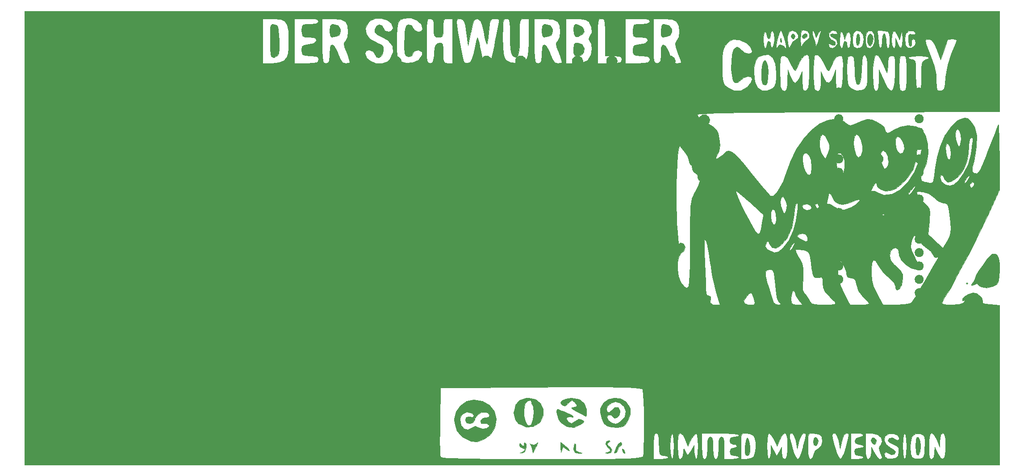
<source format=gbr>
G04 #@! TF.GenerationSoftware,KiCad,Pcbnew,(5.1.4-0-10_14)*
G04 #@! TF.CreationDate,2020-08-23T12:41:51+02:00*
G04 #@! TF.ProjectId,the_mvp,7468655f-6d76-4702-9e6b-696361645f70,1.0*
G04 #@! TF.SameCoordinates,Original*
G04 #@! TF.FileFunction,Soldermask,Top*
G04 #@! TF.FilePolarity,Negative*
%FSLAX46Y46*%
G04 Gerber Fmt 4.6, Leading zero omitted, Abs format (unit mm)*
G04 Created by KiCad (PCBNEW (5.1.4-0-10_14)) date 2020-08-23 12:41:51*
%MOMM*%
%LPD*%
G04 APERTURE LIST*
%ADD10C,0.010000*%
%ADD11C,0.100000*%
G04 APERTURE END LIST*
D10*
G36*
X232889778Y-38236963D02*
G01*
X204226584Y-38327232D01*
X198870612Y-38346110D01*
X194181880Y-38367306D01*
X190122072Y-38391533D01*
X186652873Y-38419507D01*
X183735969Y-38451942D01*
X181333045Y-38489553D01*
X179405786Y-38533055D01*
X177915878Y-38583162D01*
X176825005Y-38640589D01*
X176094853Y-38706050D01*
X175687108Y-38780262D01*
X175563389Y-38861917D01*
X175845025Y-39260896D01*
X176579777Y-39862610D01*
X177503667Y-40471287D01*
X178582142Y-41160206D01*
X179205993Y-41734586D01*
X179544440Y-42409469D01*
X179754219Y-43331268D01*
X179895315Y-44639807D01*
X179721172Y-45671246D01*
X179489352Y-46232378D01*
X179140842Y-47001209D01*
X179116549Y-47267984D01*
X179427292Y-47162778D01*
X179560869Y-47092380D01*
X180343651Y-46522580D01*
X180662682Y-46197872D01*
X181115975Y-45792782D01*
X181615778Y-45703456D01*
X182232002Y-45980084D01*
X183034558Y-46672857D01*
X184093355Y-47831965D01*
X185478304Y-49507599D01*
X185758031Y-49855953D01*
X186952325Y-51333152D01*
X188009814Y-52614043D01*
X188844622Y-53596678D01*
X189370873Y-54179107D01*
X189491853Y-54288633D01*
X189974376Y-54214522D01*
X190602743Y-53623639D01*
X190881584Y-53224582D01*
X208545004Y-53224582D01*
X208599363Y-53422071D01*
X208770842Y-53305418D01*
X209188899Y-53314210D01*
X209731281Y-53599400D01*
X210987592Y-54070127D01*
X212432472Y-53920821D01*
X212625967Y-53824828D01*
X215603667Y-53824828D01*
X215671084Y-54083018D01*
X215930300Y-53905833D01*
X216255787Y-53491861D01*
X217147982Y-53491861D01*
X217213574Y-53815353D01*
X217297043Y-53976081D01*
X217784800Y-54649634D01*
X218535548Y-55473964D01*
X218724187Y-55658309D01*
X219283502Y-56231052D01*
X219583804Y-56751586D01*
X219681144Y-57443130D01*
X219631574Y-58528899D01*
X219585969Y-59090200D01*
X219383181Y-61509060D01*
X220756618Y-62853475D01*
X222130056Y-64197891D01*
X222959126Y-62772973D01*
X223371377Y-61998163D01*
X223590634Y-61304141D01*
X223645044Y-60464994D01*
X223562755Y-59254807D01*
X223488292Y-58525834D01*
X223327064Y-57125457D01*
X223167711Y-56278827D01*
X222946229Y-55837220D01*
X222598612Y-55651910D01*
X222226012Y-55592734D01*
X221317456Y-55238687D01*
X220562634Y-54590678D01*
X219527288Y-53801422D01*
X218398052Y-53503192D01*
X217495783Y-53408005D01*
X217147982Y-53491861D01*
X216255787Y-53491861D01*
X216466762Y-53223533D01*
X216651524Y-52969584D01*
X217479289Y-51823056D01*
X216541478Y-52678300D01*
X215919461Y-53319307D01*
X215610995Y-53781772D01*
X215603667Y-53824828D01*
X212625967Y-53824828D01*
X213898227Y-53193662D01*
X215440685Y-51745308D01*
X216725969Y-49784053D01*
X217645543Y-47486716D01*
X217825316Y-46795973D01*
X218083106Y-45601423D01*
X218159973Y-44937497D01*
X218051487Y-44651695D01*
X217761301Y-44591495D01*
X217396222Y-44764539D01*
X217204346Y-45378837D01*
X217139997Y-46296865D01*
X216945714Y-47687978D01*
X216523705Y-49071846D01*
X216367030Y-49416687D01*
X215497720Y-50729592D01*
X214352011Y-51942628D01*
X213134514Y-52865497D01*
X212219794Y-53273843D01*
X211203880Y-53309075D01*
X210279702Y-52994884D01*
X209689582Y-52440093D01*
X209595225Y-52095202D01*
X209542692Y-51690421D01*
X209312457Y-51841011D01*
X209066059Y-52155066D01*
X208718387Y-52732820D01*
X208545004Y-53224582D01*
X190881584Y-53224582D01*
X191275963Y-52660178D01*
X191893043Y-51468337D01*
X192347924Y-50210729D01*
X193236049Y-47667264D01*
X193257984Y-47623702D01*
X195514008Y-47623702D01*
X195689041Y-48662003D01*
X196041806Y-49584777D01*
X196521179Y-50155770D01*
X196786682Y-50235556D01*
X197121130Y-49929430D01*
X197255393Y-48986726D01*
X197259223Y-48715482D01*
X197129717Y-47522149D01*
X201877874Y-47522149D01*
X202003972Y-48512467D01*
X202280888Y-49416515D01*
X202665244Y-50018583D01*
X203052650Y-50129079D01*
X203318727Y-49730640D01*
X203508901Y-48894670D01*
X203536691Y-48620638D01*
X203473920Y-47528282D01*
X203173673Y-46642138D01*
X202724439Y-46132644D01*
X202251629Y-46145536D01*
X201945968Y-46661269D01*
X201877874Y-47522149D01*
X197129717Y-47522149D01*
X197129601Y-47521081D01*
X196793755Y-46604016D01*
X196331212Y-46114833D01*
X195901629Y-46145536D01*
X195567829Y-46706128D01*
X195514008Y-47623702D01*
X193257984Y-47623702D01*
X194391470Y-45372738D01*
X195400404Y-43894234D01*
X198745888Y-43894234D01*
X198791560Y-44953466D01*
X199055232Y-45942717D01*
X199233383Y-46279833D01*
X199842238Y-47209064D01*
X200347134Y-46142965D01*
X200643194Y-45346281D01*
X200614607Y-44636002D01*
X200505651Y-44331762D01*
X205217028Y-44331762D01*
X205333479Y-45446162D01*
X205601789Y-46329133D01*
X205727633Y-46533491D01*
X206146960Y-46934417D01*
X206477484Y-46757388D01*
X206534329Y-46683362D01*
X210316341Y-46683362D01*
X210382339Y-47609380D01*
X210670592Y-48482432D01*
X210677190Y-48494859D01*
X211069588Y-49082332D01*
X211388410Y-49014541D01*
X211704482Y-48506476D01*
X211855222Y-47736604D01*
X211711582Y-46825389D01*
X211358214Y-46042201D01*
X210879766Y-45656411D01*
X210806656Y-45649445D01*
X210461485Y-45948633D01*
X210316341Y-46683362D01*
X206534329Y-46683362D01*
X206659953Y-46519771D01*
X206932274Y-45676000D01*
X206893408Y-44812221D01*
X206789323Y-44431359D01*
X213162926Y-44431359D01*
X213372796Y-45384679D01*
X213510885Y-45694074D01*
X214020894Y-46220219D01*
X214515973Y-46102126D01*
X214829629Y-45384642D01*
X214837126Y-45336833D01*
X214761910Y-44586013D01*
X214433190Y-43792261D01*
X213984150Y-43182196D01*
X213547977Y-42982435D01*
X213471502Y-43013190D01*
X213194368Y-43541477D01*
X213162926Y-44431359D01*
X206789323Y-44431359D01*
X206533205Y-43494193D01*
X206106291Y-42732597D01*
X205692062Y-42550189D01*
X205369917Y-42969724D01*
X205219252Y-44013957D01*
X205217028Y-44331762D01*
X200505651Y-44331762D01*
X200295367Y-43744584D01*
X199838688Y-42920175D01*
X199397489Y-42554809D01*
X199292713Y-42558838D01*
X198914259Y-43013274D01*
X198745888Y-43894234D01*
X195400404Y-43894234D01*
X195748224Y-43384535D01*
X197240349Y-41760039D01*
X198801881Y-40556632D01*
X200366857Y-39831700D01*
X201869314Y-39642624D01*
X203243288Y-40046789D01*
X203688952Y-40344773D01*
X204269179Y-40760766D01*
X204733723Y-40853633D01*
X205371111Y-40623373D01*
X205927786Y-40344773D01*
X206948267Y-39907706D01*
X207823633Y-39668783D01*
X208005342Y-39653541D01*
X208705254Y-39816113D01*
X209592554Y-40211562D01*
X210422255Y-40704376D01*
X210949373Y-41159041D01*
X211022958Y-41322732D01*
X211196818Y-41829568D01*
X211339260Y-42083468D01*
X211647595Y-42331402D01*
X212148073Y-42181639D01*
X212800558Y-41755280D01*
X214089026Y-41140659D01*
X215554075Y-40893129D01*
X216944820Y-41022030D01*
X218010376Y-41536703D01*
X218037052Y-41560329D01*
X218854041Y-42740100D01*
X219286267Y-44342255D01*
X219326795Y-46193315D01*
X218968692Y-48119799D01*
X218360706Y-49657770D01*
X217957755Y-50712142D01*
X218079707Y-51348113D01*
X218749427Y-51643029D01*
X218955056Y-51668257D01*
X219598950Y-51761016D01*
X219877169Y-51811784D01*
X220188436Y-51751226D01*
X220397880Y-51337007D01*
X220484436Y-50814026D01*
X221600889Y-50814026D01*
X221906361Y-51535229D01*
X222643000Y-52117506D01*
X223469008Y-52341003D01*
X223958179Y-52175834D01*
X227245334Y-52175834D01*
X227415773Y-52645589D01*
X227560368Y-52705000D01*
X227946020Y-52424256D01*
X228078463Y-52175834D01*
X228024259Y-51720716D01*
X227763428Y-51646667D01*
X227305385Y-51929299D01*
X227245334Y-52175834D01*
X223958179Y-52175834D01*
X224145962Y-52112429D01*
X224535133Y-51823056D01*
X226209439Y-51823056D01*
X226380206Y-51858507D01*
X226727386Y-51491046D01*
X227131674Y-50823635D01*
X227245334Y-50453481D01*
X227074567Y-50418030D01*
X226727386Y-50785491D01*
X226323099Y-51452902D01*
X226209439Y-51823056D01*
X224535133Y-51823056D01*
X224909917Y-51544381D01*
X224936976Y-51517651D01*
X226048916Y-50048718D01*
X226932907Y-48208879D01*
X227430423Y-46329360D01*
X227434593Y-46299179D01*
X227603469Y-45144892D01*
X227766777Y-44164979D01*
X227803437Y-43973750D01*
X227772647Y-43329830D01*
X227516638Y-43180000D01*
X227201804Y-43520387D01*
X227056787Y-44531376D01*
X227047921Y-44855695D01*
X226940477Y-46243990D01*
X226699158Y-47626002D01*
X226616580Y-47942500D01*
X226090958Y-49191246D01*
X225351360Y-50260802D01*
X224509341Y-51071677D01*
X223676453Y-51544375D01*
X222964250Y-51599403D01*
X222484285Y-51157266D01*
X222408662Y-50941111D01*
X222104030Y-50353267D01*
X221766477Y-50292448D01*
X221601049Y-50790916D01*
X221600889Y-50814026D01*
X220484436Y-50814026D01*
X220546281Y-50440353D01*
X220639776Y-49403542D01*
X221003751Y-46991594D01*
X221522604Y-45238416D01*
X222659223Y-45238416D01*
X222773434Y-46454680D01*
X223083512Y-47219529D01*
X223422805Y-47413334D01*
X223605642Y-47101348D01*
X223666202Y-46317776D01*
X223649645Y-45941446D01*
X223474761Y-44972821D01*
X223187754Y-44403723D01*
X222892184Y-44307660D01*
X222691607Y-44758142D01*
X222659223Y-45238416D01*
X221522604Y-45238416D01*
X221679373Y-44708704D01*
X222602112Y-42685421D01*
X222647338Y-42618598D01*
X224497043Y-42618598D01*
X224555675Y-43512400D01*
X224809542Y-44301214D01*
X225139682Y-44844179D01*
X225334003Y-44787231D01*
X225477918Y-44424776D01*
X225581912Y-43589319D01*
X225496249Y-42668756D01*
X225247147Y-41919801D01*
X224948446Y-41593018D01*
X224937816Y-41592500D01*
X224628515Y-41892227D01*
X224497043Y-42618598D01*
X222647338Y-42618598D01*
X223707441Y-41052294D01*
X224930830Y-39939872D01*
X225454123Y-39663540D01*
X226274687Y-39398256D01*
X226848665Y-39531311D01*
X227421107Y-40004422D01*
X228179933Y-41142320D01*
X228538039Y-42771188D01*
X228496473Y-44918099D01*
X228056286Y-47610125D01*
X227764450Y-48863211D01*
X227704233Y-49582058D01*
X228088197Y-49921449D01*
X228258592Y-49973208D01*
X228576274Y-49985604D01*
X228879376Y-49779036D01*
X229223319Y-49257312D01*
X229663520Y-48324236D01*
X230255399Y-46883614D01*
X230719822Y-45701109D01*
X231374558Y-44016620D01*
X231945735Y-42541110D01*
X232379697Y-41413613D01*
X232622794Y-40773166D01*
X232645647Y-40710556D01*
X232706271Y-40872848D01*
X232761793Y-41642062D01*
X232808616Y-42919567D01*
X232843141Y-44606732D01*
X232861772Y-46604925D01*
X232861927Y-46640186D01*
X232889778Y-53098983D01*
X230746127Y-57752686D01*
X229596388Y-60190438D01*
X228329492Y-62777605D01*
X227017764Y-65374534D01*
X225733523Y-67841573D01*
X224549094Y-70039070D01*
X223536798Y-71827373D01*
X222993098Y-72723566D01*
X222416914Y-73680016D01*
X222039466Y-74398440D01*
X221953667Y-74646290D01*
X222272333Y-74803192D01*
X223092664Y-74906225D01*
X223850749Y-74930000D01*
X225202236Y-74837986D01*
X226012115Y-74538106D01*
X226231999Y-74333115D01*
X226534803Y-73919341D01*
X226366946Y-73949186D01*
X226229428Y-74029442D01*
X225877784Y-74114163D01*
X225902700Y-73832578D01*
X226313932Y-73335579D01*
X227025595Y-72873270D01*
X227827131Y-72592583D01*
X228493775Y-72754616D01*
X228863447Y-72977341D01*
X229461532Y-73573510D01*
X229638402Y-74152127D01*
X229712528Y-74533837D01*
X230196313Y-74748365D01*
X231214084Y-74861135D01*
X232889778Y-74968659D01*
X232889778Y-105268889D01*
X48034223Y-105268889D01*
X48034223Y-100868195D01*
X126760448Y-100868195D01*
X126778616Y-102351196D01*
X126814699Y-103359388D01*
X126860533Y-103757724D01*
X127028831Y-103860118D01*
X127480831Y-103946798D01*
X128264548Y-104018895D01*
X129427998Y-104077543D01*
X131019197Y-104123875D01*
X133086160Y-104159023D01*
X135676904Y-104184119D01*
X138839444Y-104200296D01*
X142621794Y-104208687D01*
X146057630Y-104210556D01*
X150235715Y-104208909D01*
X153763091Y-104202909D01*
X156694599Y-104190965D01*
X159085077Y-104171485D01*
X160989368Y-104142880D01*
X162462312Y-104103558D01*
X163558749Y-104051929D01*
X164333520Y-103986402D01*
X164841465Y-103905386D01*
X165137425Y-103807290D01*
X165276241Y-103690524D01*
X165295090Y-103652536D01*
X165381983Y-103075269D01*
X165444585Y-101957442D01*
X165450185Y-101741112D01*
X167273111Y-101741112D01*
X167273111Y-104210556D01*
X168684222Y-104210556D01*
X169567864Y-104132314D01*
X170059351Y-103936857D01*
X170095334Y-103857778D01*
X169793433Y-103592587D01*
X169213389Y-103505000D01*
X168724604Y-103460183D01*
X168460709Y-103215281D01*
X168352673Y-102604619D01*
X168336638Y-101741112D01*
X170448111Y-101741112D01*
X170494724Y-103007877D01*
X170619656Y-103883199D01*
X170800547Y-104210555D01*
X170800889Y-104210556D01*
X170981856Y-103884265D01*
X171106902Y-103009741D01*
X171153667Y-101743508D01*
X171153667Y-101741112D01*
X171859222Y-101741112D01*
X171890343Y-103082802D01*
X172002240Y-103850694D01*
X172222723Y-104174552D01*
X172388389Y-104210556D01*
X172803573Y-103903482D01*
X172939917Y-103064028D01*
X172974474Y-102340374D01*
X173075887Y-102261267D01*
X173281327Y-102711250D01*
X173606769Y-103353248D01*
X173914450Y-103388612D01*
X174333659Y-102798311D01*
X174479665Y-102534862D01*
X175005974Y-101564723D01*
X175020098Y-102887639D01*
X175112323Y-103738326D01*
X175323279Y-104188943D01*
X175387000Y-104210556D01*
X175567967Y-103884265D01*
X175693013Y-103009741D01*
X175739778Y-101743508D01*
X175739778Y-101741112D01*
X175694646Y-100512332D01*
X175575380Y-99631741D01*
X175406169Y-99272827D01*
X175395428Y-99271667D01*
X176445334Y-99271667D01*
X176445334Y-101741112D01*
X176476454Y-103082802D01*
X176588352Y-103850694D01*
X176808834Y-104174552D01*
X176974500Y-104210556D01*
X177281763Y-104047999D01*
X177446731Y-103471747D01*
X177502623Y-102348924D01*
X177503667Y-102093889D01*
X177544306Y-100864837D01*
X177688369Y-100204964D01*
X177969075Y-99981397D01*
X178032834Y-99977223D01*
X178340097Y-100139779D01*
X178505065Y-100716032D01*
X178560957Y-101838855D01*
X178562000Y-102093889D01*
X178602639Y-103322941D01*
X178746703Y-103982814D01*
X179027408Y-104206382D01*
X179091167Y-104210556D01*
X179398430Y-104047999D01*
X179563398Y-103471747D01*
X179619290Y-102348924D01*
X179620334Y-102093889D01*
X179660973Y-100864837D01*
X179805036Y-100204964D01*
X180085742Y-99981397D01*
X180149500Y-99977223D01*
X180456763Y-100139779D01*
X180621731Y-100716032D01*
X180677623Y-101838855D01*
X180678667Y-102093889D01*
X180678667Y-104210556D01*
X182089778Y-104210556D01*
X182973420Y-104132314D01*
X183464906Y-103936857D01*
X183500889Y-103857778D01*
X183198989Y-103592587D01*
X182618945Y-103505000D01*
X181927357Y-103339638D01*
X181737000Y-102799445D01*
X181986452Y-102209845D01*
X182442556Y-102093889D01*
X183015808Y-101946155D01*
X183148111Y-101741112D01*
X183853667Y-101741112D01*
X183853667Y-104210556D01*
X184841445Y-104210556D01*
X185722903Y-104067603D01*
X186252556Y-103787223D01*
X186531951Y-103136067D01*
X186656849Y-102094706D01*
X186647614Y-101741112D01*
X188792556Y-101741112D01*
X188839169Y-103007877D01*
X188964101Y-103883199D01*
X189144991Y-104210555D01*
X189145334Y-104210556D01*
X189375512Y-103898771D01*
X189503930Y-103125727D01*
X189512236Y-102887639D01*
X189526360Y-101564723D01*
X190642810Y-103626827D01*
X191116293Y-102772164D01*
X191589776Y-101917500D01*
X191602277Y-103064028D01*
X191750065Y-103946613D01*
X192143945Y-104210556D01*
X192431450Y-104065329D01*
X192595998Y-103543139D01*
X192665396Y-102514219D01*
X192673111Y-101741112D01*
X192639145Y-100384780D01*
X192520657Y-99610109D01*
X192516797Y-99604783D01*
X193064155Y-99604783D01*
X193130540Y-100219155D01*
X193396191Y-101308051D01*
X193612894Y-102099216D01*
X193982787Y-103201450D01*
X194360422Y-103965423D01*
X194628339Y-104210556D01*
X194924368Y-103895267D01*
X195285914Y-103069400D01*
X195628834Y-101933193D01*
X195676671Y-101741112D01*
X196553667Y-101741112D01*
X196584787Y-103082802D01*
X196696685Y-103850694D01*
X196917168Y-104174552D01*
X197082834Y-104210556D01*
X197511202Y-103908847D01*
X197612000Y-103412265D01*
X197931195Y-102603656D01*
X198405750Y-102265737D01*
X199109408Y-101595103D01*
X199315944Y-100897446D01*
X199219944Y-99951728D01*
X198818884Y-99604783D01*
X201178043Y-99604783D01*
X201244428Y-100219155D01*
X201510080Y-101308051D01*
X201726783Y-102099216D01*
X202096676Y-103201450D01*
X202474311Y-103965423D01*
X202742228Y-104210556D01*
X203038256Y-103895267D01*
X203399803Y-103069400D01*
X203742723Y-101933193D01*
X204075419Y-100597315D01*
X204245403Y-99805002D01*
X204257631Y-99414475D01*
X204117057Y-99283955D01*
X203835735Y-99271667D01*
X204667556Y-99271667D01*
X204667556Y-104210556D01*
X205902278Y-104210556D01*
X206718392Y-104121950D01*
X207126336Y-103904076D01*
X207137000Y-103857778D01*
X206835100Y-103592587D01*
X206255056Y-103505000D01*
X205563468Y-103339638D01*
X205373111Y-102799445D01*
X205579814Y-102246175D01*
X206255056Y-102093889D01*
X206918035Y-101973129D01*
X207137000Y-101741112D01*
X206834329Y-101478706D01*
X206229189Y-101388334D01*
X205576922Y-101186236D01*
X205419381Y-100735788D01*
X205736152Y-100270762D01*
X206346854Y-100040881D01*
X207022613Y-99828495D01*
X207081108Y-99554712D01*
X206588406Y-99333840D01*
X205902278Y-99271667D01*
X207489778Y-99271667D01*
X207489778Y-101741112D01*
X207520898Y-103082802D01*
X207632796Y-103850694D01*
X207853279Y-104174552D01*
X208018945Y-104210556D01*
X208434224Y-103903322D01*
X208570673Y-103064028D01*
X208593235Y-101917500D01*
X209163843Y-103064028D01*
X209657648Y-103821635D01*
X210133361Y-104200575D01*
X210199615Y-104210556D01*
X210570410Y-104154722D01*
X210611350Y-103864862D01*
X210340489Y-103183520D01*
X211047411Y-103183520D01*
X211147938Y-103688707D01*
X211605196Y-104100186D01*
X212514436Y-104144894D01*
X213325554Y-103972430D01*
X213674639Y-103515473D01*
X213770860Y-102928870D01*
X213747892Y-102117000D01*
X213401025Y-101738715D01*
X214545334Y-101738715D01*
X214545334Y-101741112D01*
X214591947Y-103007877D01*
X214716879Y-103883199D01*
X214897769Y-104210555D01*
X214898111Y-104210556D01*
X215079078Y-103884265D01*
X215204124Y-103009741D01*
X215243953Y-101931298D01*
X215956445Y-101931298D01*
X216026938Y-103171651D01*
X216312860Y-103851548D01*
X216925874Y-104108420D01*
X217720334Y-104102194D01*
X218206200Y-104012330D01*
X218483431Y-103725764D01*
X218625167Y-103074822D01*
X218704546Y-101891832D01*
X218707024Y-101840181D01*
X218710233Y-101741112D01*
X219484223Y-101741112D01*
X219515343Y-103082802D01*
X219627240Y-103850694D01*
X219847723Y-104174552D01*
X220013389Y-104210556D01*
X220428668Y-103903322D01*
X220565118Y-103064028D01*
X220587679Y-101917500D01*
X221158287Y-103064028D01*
X221729902Y-103993041D01*
X222170926Y-104233289D01*
X222474769Y-103790583D01*
X222634839Y-102670734D01*
X222659223Y-101741112D01*
X222628102Y-100399421D01*
X222516205Y-99631529D01*
X222295722Y-99307671D01*
X222130056Y-99271667D01*
X221745002Y-99531007D01*
X221589295Y-100367215D01*
X221582711Y-100594584D01*
X221564533Y-101917500D01*
X221015813Y-100594584D01*
X220485306Y-99566661D01*
X220048275Y-99226073D01*
X219723805Y-99558536D01*
X219530981Y-100549761D01*
X219484223Y-101741112D01*
X218710233Y-101741112D01*
X218746084Y-100634581D01*
X218677761Y-99952573D01*
X218442580Y-99613821D01*
X217981067Y-99437991D01*
X217908693Y-99419537D01*
X216936423Y-99381776D01*
X216314008Y-99881055D01*
X216005638Y-100963450D01*
X215956445Y-101931298D01*
X215243953Y-101931298D01*
X215250889Y-101743508D01*
X215250889Y-101741112D01*
X215204276Y-100474346D01*
X215079344Y-99599024D01*
X214898454Y-99271668D01*
X214898111Y-99271667D01*
X214717145Y-99597958D01*
X214592099Y-100472482D01*
X214545334Y-101738715D01*
X213401025Y-101738715D01*
X213339054Y-101671131D01*
X212800721Y-101447915D01*
X212059282Y-101092766D01*
X211724689Y-100741499D01*
X211723111Y-100721949D01*
X211989857Y-100212934D01*
X212551092Y-100104625D01*
X212882739Y-100290183D01*
X213466838Y-100660497D01*
X213802355Y-100445692D01*
X213839778Y-100177384D01*
X213536457Y-99667225D01*
X212797048Y-99381642D01*
X211877379Y-99407161D01*
X211702601Y-99454566D01*
X211143056Y-99916693D01*
X211059533Y-100643626D01*
X211412964Y-101417997D01*
X212164084Y-102022338D01*
X212848847Y-102440751D01*
X213134222Y-102797485D01*
X213134223Y-102797875D01*
X212871999Y-103274612D01*
X212286522Y-103343857D01*
X211875522Y-103132322D01*
X211294821Y-102871810D01*
X211047411Y-103183520D01*
X210340489Y-103183520D01*
X210330118Y-103157434D01*
X210251014Y-102982864D01*
X210013821Y-102197189D01*
X210225443Y-101687281D01*
X210251014Y-101660987D01*
X210618446Y-100914899D01*
X210411500Y-100165153D01*
X209743037Y-99567799D01*
X208725923Y-99278885D01*
X208522913Y-99271667D01*
X207489778Y-99271667D01*
X205902278Y-99271667D01*
X204667556Y-99271667D01*
X203835735Y-99271667D01*
X203460019Y-99588253D01*
X203104777Y-100404800D01*
X203005922Y-100770973D01*
X202655152Y-102270278D01*
X202381544Y-100770973D01*
X202094180Y-99775324D01*
X201722173Y-99293818D01*
X201623857Y-99271667D01*
X201306121Y-99332948D01*
X201178043Y-99604783D01*
X198818884Y-99604783D01*
X198618677Y-99431591D01*
X197523806Y-99277069D01*
X197017209Y-99301258D01*
X196727307Y-99483314D01*
X196593618Y-99976859D01*
X196555656Y-100935516D01*
X196553667Y-101741112D01*
X195676671Y-101741112D01*
X195961530Y-100597315D01*
X196131514Y-99805002D01*
X196143742Y-99414475D01*
X196003169Y-99283955D01*
X195721846Y-99271667D01*
X195346130Y-99588253D01*
X194990888Y-100404800D01*
X194892033Y-100770973D01*
X194541263Y-102270278D01*
X194267655Y-100770973D01*
X193980291Y-99775324D01*
X193608285Y-99293818D01*
X193509968Y-99271667D01*
X193192232Y-99332948D01*
X193064155Y-99604783D01*
X192516797Y-99604783D01*
X192292759Y-99295728D01*
X192166779Y-99271667D01*
X191729017Y-99572422D01*
X191289550Y-100315823D01*
X191209971Y-100517438D01*
X190759494Y-101763210D01*
X190120375Y-100517438D01*
X189635848Y-99726589D01*
X189219520Y-99297308D01*
X189136906Y-99271667D01*
X188965559Y-99595320D01*
X188842766Y-100450622D01*
X188792718Y-101664086D01*
X188792556Y-101741112D01*
X186647614Y-101741112D01*
X186627249Y-100961370D01*
X186443151Y-100034284D01*
X186252556Y-99695000D01*
X185602496Y-99378498D01*
X184841445Y-99271667D01*
X184325639Y-99297328D01*
X184030470Y-99476954D01*
X183894351Y-99964509D01*
X183855696Y-100913959D01*
X183853667Y-101741112D01*
X183148111Y-101741112D01*
X182852643Y-101454485D01*
X182442556Y-101388334D01*
X181852956Y-101138882D01*
X181737000Y-100682778D01*
X181943703Y-100129508D01*
X182618945Y-99977223D01*
X183281924Y-99856462D01*
X183500889Y-99624445D01*
X183165493Y-99460562D01*
X182227069Y-99342077D01*
X180787265Y-99279155D01*
X179973111Y-99271667D01*
X176445334Y-99271667D01*
X175395428Y-99271667D01*
X175030577Y-99556734D01*
X174547964Y-100266152D01*
X174411959Y-100517438D01*
X173772840Y-101763210D01*
X173322363Y-100517438D01*
X172907411Y-99707954D01*
X172453437Y-99288088D01*
X172365555Y-99271667D01*
X172087454Y-99437324D01*
X171928616Y-100015208D01*
X171864156Y-101126691D01*
X171859222Y-101741112D01*
X171153667Y-101741112D01*
X171107054Y-100474346D01*
X170982122Y-99599024D01*
X170801231Y-99271668D01*
X170800889Y-99271667D01*
X170619923Y-99597958D01*
X170494877Y-100472482D01*
X170448112Y-101738715D01*
X170448111Y-101741112D01*
X168336638Y-101741112D01*
X168331464Y-101462524D01*
X168331445Y-101388334D01*
X168290806Y-100159282D01*
X168146742Y-99499409D01*
X167866037Y-99275841D01*
X167802278Y-99271667D01*
X167514773Y-99416894D01*
X167350225Y-99939084D01*
X167280826Y-100968004D01*
X167273111Y-101741112D01*
X165450185Y-101741112D01*
X165483784Y-100443436D01*
X165500471Y-98677631D01*
X165495534Y-96804405D01*
X165469862Y-94968139D01*
X165424344Y-93313211D01*
X165359870Y-91984002D01*
X165277327Y-91124892D01*
X165216503Y-90890098D01*
X165013813Y-90789812D01*
X164512727Y-90706475D01*
X163666037Y-90639224D01*
X162426533Y-90587197D01*
X160747007Y-90549531D01*
X158580250Y-90525364D01*
X155879053Y-90513833D01*
X152596207Y-90514075D01*
X148684504Y-90525229D01*
X145907322Y-90537320D01*
X126880056Y-90628612D01*
X126783410Y-96966752D01*
X126761583Y-99032632D01*
X126760448Y-100868195D01*
X48034223Y-100868195D01*
X48034223Y-54151397D01*
X171595073Y-54151397D01*
X171600140Y-56226927D01*
X171644327Y-58172867D01*
X171706612Y-59500035D01*
X171816460Y-61102881D01*
X171927859Y-62367455D01*
X172028532Y-63176016D01*
X172106201Y-63410823D01*
X172112889Y-63396346D01*
X172451202Y-63108644D01*
X172909630Y-63280832D01*
X173234554Y-63774361D01*
X173270334Y-64028643D01*
X172993918Y-64728064D01*
X172564778Y-65134093D01*
X172090384Y-65797493D01*
X171842022Y-66902916D01*
X171818675Y-68224357D01*
X172019327Y-69535814D01*
X172442960Y-70611283D01*
X172590383Y-70825481D01*
X173080010Y-71410234D01*
X173461328Y-71730814D01*
X173747723Y-71727643D01*
X173952584Y-71341144D01*
X174089298Y-70511742D01*
X174171254Y-69179857D01*
X174211838Y-67285915D01*
X174224438Y-64770337D01*
X174224597Y-63754850D01*
X176891947Y-63754850D01*
X176949691Y-65052223D01*
X177047617Y-66877413D01*
X177118819Y-68840492D01*
X177148628Y-70532055D01*
X177148775Y-70608473D01*
X177175755Y-71960623D01*
X177274243Y-72745463D01*
X177474729Y-73100047D01*
X177717799Y-73166111D01*
X178116046Y-73375885D01*
X178069432Y-73727114D01*
X178013466Y-74485604D01*
X178556194Y-74876804D01*
X179074994Y-74930000D01*
X179899126Y-74930000D01*
X179645446Y-74121887D01*
X184395306Y-74121887D01*
X184507861Y-74663574D01*
X185261264Y-74915203D01*
X185613750Y-74930000D01*
X186290895Y-74878174D01*
X186478726Y-74581402D01*
X186310514Y-73827742D01*
X186309371Y-73823756D01*
X186020065Y-72920636D01*
X185748409Y-72637115D01*
X185327600Y-72911773D01*
X184935228Y-73317776D01*
X184395306Y-74121887D01*
X179645446Y-74121887D01*
X179206983Y-72725139D01*
X178850033Y-71371248D01*
X178479368Y-69610344D01*
X178316357Y-68670687D01*
X188494192Y-68670687D01*
X188512771Y-69384986D01*
X188801461Y-70569856D01*
X189174954Y-71774695D01*
X189568971Y-72996108D01*
X189883802Y-73977514D01*
X190045827Y-74489028D01*
X190461032Y-74831460D01*
X190986345Y-74919273D01*
X191516748Y-74870168D01*
X191399272Y-74685791D01*
X191205491Y-74566698D01*
X190876070Y-74172944D01*
X190738746Y-73716098D01*
X193378667Y-73716098D01*
X193439543Y-74536045D01*
X193750699Y-74868692D01*
X194462605Y-74930000D01*
X195546543Y-74930000D01*
X194815383Y-74000481D01*
X194308582Y-73215070D01*
X194084782Y-72588973D01*
X194084223Y-72568550D01*
X193900293Y-72241501D01*
X193731445Y-72284167D01*
X193492870Y-72753273D01*
X193380038Y-73608158D01*
X193378667Y-73716098D01*
X190738746Y-73716098D01*
X190631393Y-73358962D01*
X190442147Y-72007534D01*
X190370016Y-71226036D01*
X190237243Y-69773159D01*
X190102158Y-68885545D01*
X189914366Y-68424543D01*
X189623467Y-68251500D01*
X189279997Y-68227223D01*
X188748881Y-68320314D01*
X188494192Y-68670687D01*
X178316357Y-68670687D01*
X178154410Y-67737169D01*
X178037156Y-66922841D01*
X177755934Y-65055143D01*
X177507460Y-63796921D01*
X188467087Y-63796921D01*
X188840888Y-64391506D01*
X189233528Y-64621659D01*
X190244806Y-64979783D01*
X191017631Y-64835128D01*
X191400841Y-64523056D01*
X193048328Y-64523056D01*
X193219095Y-64558507D01*
X193321834Y-64449766D01*
X194216309Y-64449766D01*
X194289070Y-64812730D01*
X194638538Y-65576407D01*
X194938047Y-66130610D01*
X195426879Y-67104455D01*
X195651082Y-67980888D01*
X195664881Y-69068370D01*
X195599896Y-69895466D01*
X195514624Y-71190171D01*
X195583366Y-72015238D01*
X195843353Y-72596853D01*
X196096360Y-72911676D01*
X196690478Y-73695896D01*
X197019194Y-74312639D01*
X197272264Y-74657432D01*
X197831637Y-74847792D01*
X198858286Y-74923123D01*
X199541206Y-74930000D01*
X200712200Y-74896537D01*
X201541712Y-74808948D01*
X201845334Y-74690466D01*
X201607073Y-74331205D01*
X201002346Y-73691215D01*
X200610611Y-73319970D01*
X199790660Y-72433016D01*
X199432991Y-71589124D01*
X199375889Y-70872545D01*
X199330872Y-70018281D01*
X199106661Y-69690215D01*
X198569516Y-69710457D01*
X198510534Y-69721505D01*
X198065558Y-69772324D01*
X197758321Y-69641293D01*
X197536124Y-69207939D01*
X197346268Y-68351788D01*
X197285779Y-67949097D01*
X202199893Y-67949097D01*
X202273233Y-69472560D01*
X202737887Y-71233249D01*
X203344639Y-72642943D01*
X204491167Y-74912279D01*
X206343250Y-74921140D01*
X207378804Y-74880615D01*
X208052428Y-74767024D01*
X208198514Y-74665417D01*
X207952307Y-74294929D01*
X207334153Y-73694050D01*
X207094384Y-73490600D01*
X206104091Y-72290367D01*
X205756201Y-71197544D01*
X205530857Y-70284371D01*
X205177839Y-69896718D01*
X204743664Y-69842734D01*
X204126128Y-69682221D01*
X203962000Y-69390431D01*
X203857080Y-68888022D01*
X208553513Y-68888022D01*
X208655746Y-70259576D01*
X209035190Y-71530602D01*
X209687874Y-72856772D01*
X210827638Y-74930000D01*
X213348845Y-74930000D01*
X214892051Y-74864492D01*
X215900144Y-74677911D01*
X216230636Y-74489028D01*
X216543309Y-74024004D01*
X217102403Y-73118362D01*
X217828287Y-71908530D01*
X218641328Y-70530936D01*
X219461892Y-69122007D01*
X220210349Y-67818171D01*
X220807066Y-66755856D01*
X221172409Y-66071489D01*
X221248111Y-65893001D01*
X221017756Y-65872455D01*
X220871589Y-65948842D01*
X220506387Y-65850609D01*
X220297583Y-65426367D01*
X219856117Y-64733605D01*
X219092577Y-64150179D01*
X218201648Y-63451537D01*
X217534892Y-62565272D01*
X217023668Y-61834455D01*
X216600986Y-61799617D01*
X216260888Y-62463024D01*
X216110538Y-63106721D01*
X216057693Y-63959524D01*
X216286863Y-64851952D01*
X216865823Y-66023721D01*
X217004709Y-66269346D01*
X218124893Y-68227223D01*
X217198209Y-68227223D01*
X216152972Y-67965181D01*
X215104447Y-67301698D01*
X214266448Y-66420739D01*
X213852787Y-65506270D01*
X213839788Y-65337626D01*
X213669355Y-64414485D01*
X213149343Y-64099181D01*
X212636891Y-64206877D01*
X212198766Y-64733612D01*
X212075889Y-65577262D01*
X212226796Y-66482254D01*
X212785910Y-67236502D01*
X213310611Y-67674138D01*
X214129448Y-68417008D01*
X214483177Y-69162884D01*
X214545334Y-69938509D01*
X214378639Y-71108223D01*
X213935307Y-71882551D01*
X213416445Y-72107778D01*
X213185010Y-71812493D01*
X213134223Y-71420176D01*
X212869454Y-70797465D01*
X212203930Y-70046813D01*
X211876270Y-69773086D01*
X210879834Y-68803508D01*
X210026197Y-67635187D01*
X209901598Y-67408714D01*
X209363187Y-66565584D01*
X208961290Y-66414591D01*
X208695880Y-66955765D01*
X208566928Y-68189137D01*
X208553513Y-68888022D01*
X203857080Y-68888022D01*
X203832764Y-68771589D01*
X203512539Y-67841924D01*
X203416397Y-67604305D01*
X203030708Y-66812416D01*
X202746541Y-66617461D01*
X202539855Y-66821886D01*
X202199893Y-67949097D01*
X197285779Y-67949097D01*
X197136057Y-66952369D01*
X197061038Y-66407805D01*
X196880745Y-65397186D01*
X196590779Y-64873725D01*
X196022903Y-64621462D01*
X195600517Y-64532973D01*
X194744789Y-64416956D01*
X194245411Y-64432675D01*
X194216309Y-64449766D01*
X193321834Y-64449766D01*
X193566275Y-64191046D01*
X193970563Y-63523635D01*
X194084223Y-63153481D01*
X193913456Y-63118030D01*
X193566275Y-63485491D01*
X193161988Y-64152902D01*
X193048328Y-64523056D01*
X191400841Y-64523056D01*
X191775865Y-64217651D01*
X192890765Y-62744158D01*
X193282467Y-61926448D01*
X194577598Y-61926448D01*
X195054827Y-62412878D01*
X195220802Y-62500553D01*
X196075886Y-62850068D01*
X196462311Y-62784469D01*
X196506252Y-62268092D01*
X196490009Y-62141806D01*
X196174646Y-61504688D01*
X195524732Y-61348056D01*
X194748096Y-61518939D01*
X194577598Y-61926448D01*
X193282467Y-61926448D01*
X193773357Y-60901678D01*
X194264744Y-59022953D01*
X194267931Y-58999179D01*
X194429329Y-57820278D01*
X210664778Y-57820278D01*
X210841167Y-57996667D01*
X211017556Y-57820278D01*
X210841167Y-57643889D01*
X210664778Y-57820278D01*
X194429329Y-57820278D01*
X194435248Y-57777047D01*
X194595828Y-56671035D01*
X194626905Y-56469013D01*
X194629645Y-56250479D01*
X195468092Y-56250479D01*
X195730519Y-56703149D01*
X196290072Y-56935486D01*
X196914799Y-56850813D01*
X197254291Y-56507089D01*
X197259223Y-56450293D01*
X196964106Y-56035569D01*
X197964778Y-56035569D01*
X198148963Y-56518245D01*
X198317556Y-56585556D01*
X198660236Y-56332358D01*
X198670334Y-56253598D01*
X198413900Y-55775818D01*
X198357915Y-55733859D01*
X200124990Y-55733859D01*
X200252987Y-55803361D01*
X200687771Y-55821383D01*
X201366437Y-56209880D01*
X201410983Y-56244333D01*
X202434776Y-56816843D01*
X203512250Y-56858647D01*
X204851537Y-56381920D01*
X205565496Y-55947086D01*
X206097011Y-55465778D01*
X206353173Y-55070623D01*
X206241073Y-54894247D01*
X205818084Y-55002173D01*
X204515846Y-55526901D01*
X203658794Y-55800009D01*
X203048834Y-55859699D01*
X202487872Y-55744177D01*
X202298980Y-55680876D01*
X201464588Y-55123630D01*
X201203436Y-54549985D01*
X200988075Y-53995661D01*
X200666510Y-53729511D01*
X200445219Y-53890800D01*
X200429405Y-54027917D01*
X200346484Y-54542060D01*
X200200929Y-55174445D01*
X200124990Y-55733859D01*
X198357915Y-55733859D01*
X198317556Y-55703612D01*
X198015543Y-55783586D01*
X197964778Y-56035569D01*
X196964106Y-56035569D01*
X196956874Y-56025406D01*
X196377278Y-55793658D01*
X195680177Y-55850523D01*
X195468092Y-56250479D01*
X194629645Y-56250479D01*
X194635736Y-55764763D01*
X194413069Y-55593996D01*
X194199656Y-55983967D01*
X194019677Y-56872300D01*
X193927016Y-57851118D01*
X193513002Y-60229630D01*
X192579311Y-62279074D01*
X191490671Y-63597548D01*
X190574147Y-64170037D01*
X189807636Y-64112705D01*
X189296147Y-63441451D01*
X189239286Y-63256731D01*
X189030474Y-62785221D01*
X188766549Y-62966778D01*
X188749014Y-62993928D01*
X188467087Y-63796921D01*
X177507460Y-63796921D01*
X177483702Y-63676619D01*
X177240823Y-62822298D01*
X177047661Y-62527210D01*
X176924581Y-62826384D01*
X176891947Y-63754850D01*
X174224597Y-63754850D01*
X174224629Y-63552917D01*
X174226567Y-60920643D01*
X174241072Y-58892692D01*
X174276150Y-57367849D01*
X174339812Y-56244897D01*
X174440065Y-55422617D01*
X174584918Y-54799795D01*
X174782381Y-54275212D01*
X174993190Y-53839511D01*
X175293375Y-53236151D01*
X182852146Y-53236151D01*
X182916382Y-53616959D01*
X183253179Y-54483314D01*
X183799830Y-55699954D01*
X184493625Y-57131616D01*
X185271858Y-58643038D01*
X185859601Y-59723222D01*
X186576830Y-60925911D01*
X187071571Y-61476084D01*
X187415290Y-61362627D01*
X187679453Y-60574429D01*
X187888247Y-59407778D01*
X188085248Y-58148804D01*
X189510531Y-58148804D01*
X189663568Y-59062381D01*
X189712244Y-59202536D01*
X190064187Y-59720719D01*
X190383254Y-59604480D01*
X190551328Y-58919782D01*
X190556445Y-58731075D01*
X190460738Y-57620181D01*
X190209371Y-56917205D01*
X189855975Y-56762725D01*
X189813923Y-56784791D01*
X189565087Y-57284093D01*
X189510531Y-58148804D01*
X188085248Y-58148804D01*
X188136655Y-57820278D01*
X185559011Y-55463604D01*
X185305469Y-55237152D01*
X191337343Y-55237152D01*
X191443807Y-56157315D01*
X191637100Y-56785067D01*
X191932855Y-57467000D01*
X192133633Y-57543620D01*
X192392970Y-57069957D01*
X192398543Y-57057971D01*
X192567451Y-55997416D01*
X192448407Y-55382277D01*
X192106564Y-54676731D01*
X191791167Y-54380695D01*
X191457598Y-54575208D01*
X191337343Y-55237152D01*
X185305469Y-55237152D01*
X184459609Y-54481672D01*
X183566274Y-53727499D01*
X182995423Y-53296880D01*
X182852146Y-53236151D01*
X175293375Y-53236151D01*
X175715806Y-52387085D01*
X176116255Y-51426519D01*
X176214196Y-50832454D01*
X176029288Y-50479530D01*
X175581191Y-50242384D01*
X175558661Y-50233758D01*
X174857415Y-49716026D01*
X174681445Y-49206774D01*
X174521401Y-48527801D01*
X174328667Y-48295278D01*
X174032310Y-47797696D01*
X173975889Y-47392514D01*
X173736938Y-46629077D01*
X173310140Y-46042029D01*
X172659237Y-45288780D01*
X172301167Y-44762973D01*
X172150324Y-44822697D01*
X172009119Y-45483565D01*
X171881764Y-46641187D01*
X171772470Y-48191172D01*
X171685449Y-50029128D01*
X171624913Y-52050667D01*
X171595073Y-54151397D01*
X48034223Y-54151397D01*
X48034223Y-29556416D01*
X180325889Y-29556416D01*
X180337059Y-31123942D01*
X180395424Y-32149355D01*
X180538269Y-32796024D01*
X180802877Y-33227323D01*
X181226533Y-33606623D01*
X181255409Y-33629396D01*
X182541119Y-34264819D01*
X183846307Y-34243939D01*
X185024535Y-33571882D01*
X185104425Y-33494647D01*
X185695233Y-32756321D01*
X185968162Y-32124375D01*
X185970334Y-32083536D01*
X185716138Y-31638632D01*
X185109497Y-31565508D01*
X184384334Y-31843537D01*
X183907125Y-32265475D01*
X183188185Y-32787514D01*
X182704050Y-32756899D01*
X182368531Y-32291742D01*
X182146944Y-31331292D01*
X182110423Y-30900204D01*
X186323111Y-30900204D01*
X186511573Y-32557357D01*
X187038154Y-33703995D01*
X187844651Y-34290993D01*
X188872860Y-34269228D01*
X189772394Y-33811385D01*
X190209640Y-33404237D01*
X190448084Y-32825892D01*
X190543950Y-31873976D01*
X190556445Y-30989163D01*
X190537116Y-30773982D01*
X191262000Y-30773982D01*
X191281284Y-32406412D01*
X191360760Y-33457500D01*
X191532865Y-34050910D01*
X191830036Y-34310310D01*
X192202741Y-34360556D01*
X192498254Y-34107577D01*
X192658027Y-33294745D01*
X192699950Y-32332084D01*
X192726789Y-30303612D01*
X193165226Y-31517037D01*
X193648821Y-32518336D01*
X194129488Y-32816385D01*
X194619348Y-32413328D01*
X194925939Y-31828499D01*
X195437779Y-30656389D01*
X195466556Y-32534340D01*
X195517542Y-33629831D01*
X195663917Y-34172129D01*
X195961205Y-34312470D01*
X196112695Y-34294327D01*
X196424110Y-34130724D01*
X196625211Y-33692358D01*
X196748169Y-32841619D01*
X196825154Y-31440897D01*
X196833466Y-31211143D01*
X196852345Y-30198732D01*
X197618637Y-30198732D01*
X197624315Y-31541380D01*
X197665623Y-32779017D01*
X197741812Y-33709266D01*
X197847185Y-34125371D01*
X198382231Y-34347010D01*
X198552741Y-34360556D01*
X198858981Y-34093624D01*
X199011613Y-33244430D01*
X199036920Y-32508473D01*
X199050728Y-30656389D01*
X199561991Y-31833680D01*
X200068349Y-32662793D01*
X200565006Y-32788413D01*
X201056433Y-32209749D01*
X201353219Y-31517037D01*
X201791656Y-30303612D01*
X201818495Y-32357951D01*
X201862715Y-33516539D01*
X201989275Y-34117945D01*
X202247278Y-34309758D01*
X202462695Y-34294197D01*
X202761005Y-34141496D01*
X202957440Y-33732473D01*
X203080133Y-32934950D01*
X203157215Y-31616749D01*
X203181489Y-30916941D01*
X203193026Y-30459996D01*
X203962000Y-30459996D01*
X203983021Y-31895520D01*
X204073399Y-32801203D01*
X204274110Y-33352189D01*
X204626126Y-33723620D01*
X204746051Y-33811385D01*
X205745038Y-34303332D01*
X206686883Y-34212869D01*
X207160192Y-33995366D01*
X207500450Y-33724220D01*
X207705982Y-33254368D01*
X207808975Y-32429512D01*
X207834047Y-31403135D01*
X208845420Y-31403135D01*
X208907136Y-32670571D01*
X209054279Y-33691433D01*
X209287248Y-34282879D01*
X209430056Y-34360556D01*
X209747390Y-34184376D01*
X209922334Y-33569553D01*
X209990717Y-32386663D01*
X209991641Y-32332084D01*
X210024060Y-30303612D01*
X210934113Y-32346294D01*
X211582610Y-33610506D01*
X212116831Y-34218881D01*
X212401000Y-34282541D01*
X212675779Y-34100528D01*
X212859815Y-33597693D01*
X212977240Y-32650640D01*
X213052190Y-31135973D01*
X213056286Y-31009167D01*
X213839778Y-31009167D01*
X213850432Y-32566820D01*
X213900763Y-33549899D01*
X214018325Y-34089285D01*
X214230671Y-34315855D01*
X214545334Y-34360556D01*
X214873260Y-34309949D01*
X215080225Y-34070875D01*
X215193779Y-33512457D01*
X215241478Y-32503815D01*
X215250889Y-31009167D01*
X215240235Y-29451514D01*
X215189904Y-28468435D01*
X215090107Y-28010556D01*
X215603667Y-28010556D01*
X215899136Y-28297182D01*
X216309223Y-28363334D01*
X216652284Y-28419136D01*
X216861834Y-28678515D01*
X216970333Y-29279430D01*
X217010241Y-30359842D01*
X217014778Y-31361945D01*
X217037370Y-32861091D01*
X217119607Y-33778622D01*
X217283180Y-34237459D01*
X217543945Y-34360556D01*
X217814107Y-34228600D01*
X217976866Y-33749506D01*
X218055361Y-32798436D01*
X218073111Y-31505307D01*
X218090463Y-30075661D01*
X218165822Y-29200598D01*
X218334143Y-28729520D01*
X218630381Y-28511833D01*
X218778667Y-28465551D01*
X219419268Y-28200507D01*
X219422794Y-27948396D01*
X218857026Y-27753561D01*
X217789743Y-27660344D01*
X217543945Y-27657778D01*
X216481382Y-27715772D01*
X215776626Y-27865372D01*
X215603667Y-28010556D01*
X215090107Y-28010556D01*
X215072342Y-27929049D01*
X214859996Y-27702480D01*
X214545334Y-27657778D01*
X214217407Y-27708385D01*
X214010443Y-27947459D01*
X213896888Y-28505877D01*
X213849189Y-29514519D01*
X213839778Y-31009167D01*
X213056286Y-31009167D01*
X213059266Y-30916941D01*
X213097085Y-29387646D01*
X213077992Y-28430140D01*
X212976785Y-27911367D01*
X212768259Y-27698274D01*
X212441905Y-27657778D01*
X212017567Y-27745422D01*
X211796138Y-28122115D01*
X211708823Y-28958504D01*
X211695261Y-29509862D01*
X211647139Y-30432073D01*
X211551885Y-30883076D01*
X211464169Y-30832778D01*
X210805394Y-29199592D01*
X210297516Y-28156846D01*
X209888472Y-27619249D01*
X209526203Y-27501506D01*
X209444897Y-27524509D01*
X209168871Y-27949812D01*
X208976685Y-28859913D01*
X208868736Y-30071968D01*
X208845420Y-31403135D01*
X207834047Y-31403135D01*
X207841615Y-31093355D01*
X207842556Y-30681721D01*
X207811521Y-29133687D01*
X207705269Y-28168603D01*
X207504084Y-27666047D01*
X207327391Y-27535577D01*
X207064589Y-27556290D01*
X206891586Y-27938049D01*
X206782028Y-28795947D01*
X206710030Y-30231862D01*
X206631113Y-31712599D01*
X206505026Y-32607813D01*
X206305650Y-33037224D01*
X206078667Y-33125834D01*
X205795239Y-32973886D01*
X205610371Y-32437359D01*
X205496077Y-31395226D01*
X205446466Y-30391806D01*
X205376307Y-29007689D01*
X205267338Y-28186462D01*
X205078140Y-27785462D01*
X204767296Y-27662029D01*
X204652716Y-27657778D01*
X204307258Y-27720713D01*
X204100659Y-28004146D01*
X203997932Y-28650019D01*
X203964089Y-29800274D01*
X203962000Y-30459996D01*
X203193026Y-30459996D01*
X203220072Y-29388823D01*
X203202529Y-28432242D01*
X203102430Y-27913806D01*
X202893348Y-27700121D01*
X202548851Y-27657795D01*
X202535748Y-27657778D01*
X201924672Y-27887386D01*
X201409557Y-28657184D01*
X201234275Y-29068889D01*
X200840346Y-29932036D01*
X200506436Y-30430901D01*
X200419014Y-30480000D01*
X200139034Y-30184388D01*
X199751157Y-29443792D01*
X199611798Y-29114774D01*
X199060518Y-28090829D01*
X198456659Y-27514854D01*
X197918106Y-27489008D01*
X197822879Y-27564492D01*
X197717169Y-28007911D01*
X197649338Y-28953450D01*
X197618637Y-30198732D01*
X196852345Y-30198732D01*
X196860020Y-29787188D01*
X196839755Y-28606010D01*
X196777479Y-27867657D01*
X196750506Y-27760248D01*
X196383164Y-27455643D01*
X195839007Y-27667510D01*
X195264412Y-28285138D01*
X194805751Y-29197818D01*
X194790672Y-29242570D01*
X194458958Y-30047992D01*
X194158760Y-30464288D01*
X194110377Y-30480000D01*
X193827402Y-30183118D01*
X193438140Y-29436837D01*
X193284170Y-29068889D01*
X192768879Y-28077582D01*
X192195731Y-27678655D01*
X191995935Y-27657778D01*
X191645029Y-27705682D01*
X191428236Y-27940076D01*
X191313519Y-28496985D01*
X191268843Y-29512434D01*
X191262000Y-30773982D01*
X190537116Y-30773982D01*
X190394286Y-29183942D01*
X189908704Y-28002141D01*
X189101042Y-27445719D01*
X188144624Y-27470127D01*
X187198913Y-27879359D01*
X186627328Y-28635087D01*
X186362621Y-29863947D01*
X186323111Y-30900204D01*
X182110423Y-30900204D01*
X182040662Y-30076774D01*
X182051058Y-28729415D01*
X182179507Y-27490441D01*
X182427382Y-26561077D01*
X182659379Y-26213110D01*
X183139981Y-25954354D01*
X183582474Y-26201182D01*
X183862454Y-26522692D01*
X184522508Y-27060686D01*
X185245039Y-27289330D01*
X185800498Y-27176802D01*
X185970334Y-26814916D01*
X185654327Y-25949328D01*
X184842604Y-25174991D01*
X183739608Y-24670244D01*
X183687316Y-24659167D01*
X188087000Y-24659167D01*
X188157069Y-25605915D01*
X188334350Y-26173824D01*
X188439778Y-26246667D01*
X188726404Y-25951198D01*
X188792556Y-25541112D01*
X188940290Y-24967859D01*
X189145334Y-24835556D01*
X189429189Y-25131913D01*
X189498111Y-25561931D01*
X189633916Y-26049723D01*
X189850889Y-26070278D01*
X189981851Y-25802925D01*
X190542135Y-25802925D01*
X190557198Y-26226690D01*
X190590970Y-26246667D01*
X190900200Y-25977196D01*
X190909223Y-25893889D01*
X191152898Y-25578971D01*
X191649025Y-25600546D01*
X192045253Y-25931757D01*
X192066250Y-25982084D01*
X192313936Y-26279698D01*
X192404872Y-26246667D01*
X192416864Y-25837052D01*
X192248669Y-24983636D01*
X192107160Y-24461725D01*
X192673111Y-24461725D01*
X192744714Y-25385606D01*
X192915960Y-25977752D01*
X193121507Y-26120354D01*
X193296013Y-25695600D01*
X193310296Y-25610563D01*
X193704759Y-24947067D01*
X194104046Y-24728155D01*
X194322469Y-24570973D01*
X195164917Y-24570973D01*
X195204727Y-25581899D01*
X195302288Y-25944103D01*
X195473832Y-25713195D01*
X195488174Y-25678377D01*
X195962837Y-24987218D01*
X196347757Y-24719310D01*
X196814480Y-24236116D01*
X196855394Y-23543071D01*
X196470365Y-22992634D01*
X196411620Y-22963915D01*
X197388990Y-22963915D01*
X197400334Y-23586530D01*
X197589121Y-24087251D01*
X197911707Y-25033988D01*
X197988377Y-25606114D01*
X198076724Y-25867645D01*
X198301433Y-25450443D01*
X198305314Y-25439119D01*
X200434223Y-25439119D01*
X200668052Y-26026954D01*
X201198170Y-26197641D01*
X201767520Y-25971774D01*
X202119044Y-25369947D01*
X202130482Y-25303224D01*
X201986576Y-24659167D01*
X202550889Y-24659167D01*
X202620958Y-25605915D01*
X202798239Y-26173824D01*
X202903667Y-26246667D01*
X203190293Y-25951198D01*
X203256445Y-25541112D01*
X203404179Y-24967859D01*
X203609223Y-24835556D01*
X203895849Y-25131025D01*
X203962000Y-25541112D01*
X204109735Y-26114364D01*
X204314778Y-26246667D01*
X204525166Y-25931358D01*
X204646464Y-25164589D01*
X204998342Y-25164589D01*
X205164591Y-25886207D01*
X205255519Y-26011482D01*
X205898927Y-26249118D01*
X206602581Y-26057455D01*
X206922868Y-25688648D01*
X207028657Y-25145595D01*
X207491541Y-25145595D01*
X207635090Y-25866160D01*
X207737159Y-26023677D01*
X208313081Y-26261421D01*
X208820102Y-25899459D01*
X209144307Y-25042205D01*
X209189885Y-24692141D01*
X209120058Y-23549461D01*
X208860200Y-23176907D01*
X209709975Y-23176907D01*
X209743645Y-23273142D01*
X209893872Y-24007672D01*
X209959137Y-25006538D01*
X209959223Y-25040798D01*
X210049794Y-25845377D01*
X210271843Y-26238846D01*
X210312000Y-26246667D01*
X210532911Y-25933700D01*
X210655782Y-25151870D01*
X210664778Y-24835556D01*
X210743020Y-23951914D01*
X210938477Y-23460428D01*
X211017556Y-23424445D01*
X211238466Y-23737412D01*
X211361338Y-24519242D01*
X211370334Y-24835556D01*
X211448575Y-25719197D01*
X211644033Y-26210684D01*
X211723111Y-26246667D01*
X211961561Y-25944275D01*
X212071788Y-25212385D01*
X212065419Y-24679987D01*
X212428667Y-24679987D01*
X212519222Y-25633605D01*
X212728905Y-26167533D01*
X212964746Y-26206150D01*
X213133773Y-25673835D01*
X213162073Y-25276528D01*
X213189924Y-24306389D01*
X213544249Y-25276528D01*
X213931313Y-26063334D01*
X214242390Y-26176028D01*
X214444720Y-25644727D01*
X214505542Y-24499550D01*
X214503595Y-24394584D01*
X214501769Y-24346008D01*
X214904537Y-24346008D01*
X215030145Y-25443553D01*
X215119401Y-25707300D01*
X215575877Y-26156334D01*
X216219988Y-26141817D01*
X216772698Y-25729369D01*
X216951120Y-25276528D01*
X216877035Y-24742876D01*
X218853766Y-24742876D01*
X218901167Y-25278052D01*
X219230553Y-26244292D01*
X219837000Y-27714054D01*
X220525455Y-29601241D01*
X220847107Y-31264851D01*
X220895334Y-32305364D01*
X220914534Y-33471032D01*
X221013570Y-34087300D01*
X221254590Y-34310103D01*
X221689084Y-34296898D01*
X222113343Y-34167114D01*
X222378463Y-33820978D01*
X222545741Y-33099945D01*
X222676473Y-31845466D01*
X222687404Y-31714723D01*
X223059760Y-29459108D01*
X223737547Y-27279953D01*
X223833932Y-27047427D01*
X224308226Y-25915652D01*
X224646603Y-25060284D01*
X224775889Y-24666302D01*
X224775889Y-24666177D01*
X224473193Y-24528167D01*
X223893945Y-24482778D01*
X223230090Y-24517719D01*
X223012000Y-24584515D01*
X222904785Y-24944595D01*
X222628126Y-25767148D01*
X222357657Y-26544324D01*
X221703314Y-28402397D01*
X221031838Y-26530782D01*
X220533359Y-25356736D01*
X220044286Y-24738488D01*
X219569515Y-24546437D01*
X219079499Y-24533944D01*
X218853766Y-24742876D01*
X216877035Y-24742876D01*
X216860177Y-24621444D01*
X216543174Y-24482778D01*
X216173338Y-24732387D01*
X216207005Y-25188334D01*
X216198924Y-25753534D01*
X215997590Y-25893889D01*
X215739246Y-25583488D01*
X215607850Y-24818388D01*
X215603667Y-24635394D01*
X215654774Y-23812940D01*
X215881614Y-23531298D01*
X216309223Y-23600834D01*
X216887840Y-23622273D01*
X216976860Y-23331204D01*
X216530114Y-22963919D01*
X216440897Y-22926935D01*
X215687232Y-22925023D01*
X215149339Y-23452273D01*
X214904537Y-24346008D01*
X214501769Y-24346008D01*
X214466280Y-23402324D01*
X214400614Y-23058841D01*
X214285723Y-23307398D01*
X214211560Y-23600834D01*
X213961265Y-24659167D01*
X213496158Y-23700090D01*
X213044029Y-23021356D01*
X212698967Y-23020130D01*
X212486361Y-23673109D01*
X212428667Y-24679987D01*
X212065419Y-24679987D01*
X212061039Y-24313931D01*
X211936555Y-23511844D01*
X211705582Y-23069056D01*
X211634917Y-23045452D01*
X210951278Y-22963196D01*
X210361006Y-22865296D01*
X209770103Y-22846886D01*
X209709975Y-23176907D01*
X208860200Y-23176907D01*
X208705120Y-22954573D01*
X207981420Y-22958619D01*
X207962741Y-22965660D01*
X207677550Y-23394625D01*
X207513088Y-24221510D01*
X207491541Y-25145595D01*
X207028657Y-25145595D01*
X207139779Y-24575169D01*
X206967946Y-23625196D01*
X206486425Y-23003051D01*
X205774273Y-22873058D01*
X205594214Y-22926935D01*
X205246561Y-23380706D01*
X205036801Y-24228006D01*
X204998342Y-25164589D01*
X204646464Y-25164589D01*
X204651368Y-25133592D01*
X204667556Y-24659167D01*
X204582723Y-23600479D01*
X204362393Y-23117855D01*
X204057820Y-23257234D01*
X203781971Y-23865417D01*
X203519653Y-24659167D01*
X203363513Y-23865417D01*
X203125086Y-23178031D01*
X202861618Y-23118162D01*
X202646007Y-23614606D01*
X202551155Y-24596156D01*
X202550889Y-24659167D01*
X201986576Y-24659167D01*
X201970645Y-24587868D01*
X201513121Y-24312916D01*
X200927474Y-23974507D01*
X200820726Y-23624882D01*
X201198488Y-23478604D01*
X201492556Y-23526662D01*
X202055492Y-23554616D01*
X202198111Y-23412238D01*
X201916523Y-22949399D01*
X201253860Y-22859827D01*
X200995225Y-22931877D01*
X200510200Y-23406641D01*
X200509489Y-24061002D01*
X200967326Y-24587085D01*
X201139778Y-24659167D01*
X201772525Y-25035840D01*
X201723574Y-25528526D01*
X201613209Y-25655643D01*
X201189019Y-25665536D01*
X200907654Y-25494855D01*
X200514039Y-25317544D01*
X200434223Y-25439119D01*
X198305314Y-25439119D01*
X198512189Y-24835556D01*
X198809013Y-23819005D01*
X198984386Y-23073847D01*
X199005255Y-22895278D01*
X198861439Y-22894570D01*
X198533958Y-23379727D01*
X198069807Y-24216954D01*
X197817161Y-23379727D01*
X197576455Y-22902302D01*
X197388990Y-22963915D01*
X196411620Y-22963915D01*
X196348425Y-22933021D01*
X195680750Y-22756633D01*
X195318884Y-22957749D01*
X195177540Y-23654405D01*
X195164917Y-24570973D01*
X194322469Y-24570973D01*
X194685704Y-24309583D01*
X194713230Y-23654571D01*
X194305325Y-23108776D01*
X193585507Y-22815066D01*
X193016871Y-23138994D01*
X192703591Y-23994210D01*
X192673111Y-24461725D01*
X192107160Y-24461725D01*
X192078853Y-24357326D01*
X191765599Y-23417484D01*
X191512499Y-22865558D01*
X191418025Y-22798049D01*
X191173527Y-23266657D01*
X190907747Y-24083366D01*
X190678134Y-25008636D01*
X190542135Y-25802925D01*
X189981851Y-25802925D01*
X190077818Y-25607014D01*
X190197942Y-24731966D01*
X190203667Y-24482778D01*
X190120458Y-23550423D01*
X189914169Y-22956611D01*
X189850889Y-22895278D01*
X189589296Y-23020175D01*
X189498111Y-23580014D01*
X189379893Y-24252888D01*
X189145334Y-24482778D01*
X188858707Y-24187310D01*
X188792556Y-23777223D01*
X188644822Y-23203970D01*
X188439778Y-23071667D01*
X188229390Y-23386976D01*
X188103188Y-24184742D01*
X188087000Y-24659167D01*
X183687316Y-24659167D01*
X183438612Y-24606485D01*
X182432238Y-24557397D01*
X181684648Y-24899460D01*
X181233751Y-25306735D01*
X180807910Y-25782758D01*
X180540993Y-26290490D01*
X180396216Y-27002120D01*
X180336794Y-28089836D01*
X180325889Y-29556416D01*
X48034223Y-29556416D01*
X48034223Y-20602223D01*
X93189778Y-20602223D01*
X93189778Y-29068889D01*
X94953667Y-29068889D01*
X96287537Y-28958112D01*
X97166629Y-28583549D01*
X97423111Y-28363334D01*
X97786328Y-27885499D01*
X98001522Y-27230603D01*
X98103884Y-26219686D01*
X98128667Y-24775139D01*
X98072079Y-22990986D01*
X97847353Y-21794487D01*
X97372043Y-21072965D01*
X96563704Y-20713741D01*
X95339890Y-20604138D01*
X95075380Y-20602223D01*
X99187000Y-20602223D01*
X99187000Y-29068889D01*
X101480056Y-29068889D01*
X102721021Y-29046899D01*
X103412889Y-28948949D01*
X103711563Y-28727068D01*
X103773111Y-28363334D01*
X103669242Y-27922417D01*
X103237937Y-27713921D01*
X102299655Y-27658047D01*
X102185611Y-27657778D01*
X101209220Y-27626495D01*
X100746749Y-27449323D01*
X100606872Y-27001279D01*
X100598111Y-26620740D01*
X100671558Y-25931495D01*
X101029892Y-25610310D01*
X101880101Y-25477397D01*
X101918094Y-25474213D01*
X102923536Y-25257753D01*
X103343672Y-24797727D01*
X103355072Y-24747362D01*
X103305513Y-24346963D01*
X102847850Y-24166351D01*
X102035090Y-24130000D01*
X101120820Y-24094543D01*
X100710341Y-23872664D01*
X100602013Y-23291104D01*
X100598111Y-22895278D01*
X100632001Y-22136611D01*
X100861680Y-21777358D01*
X101479167Y-21668172D01*
X102185611Y-21660556D01*
X103231953Y-21591304D01*
X103708562Y-21355830D01*
X103773111Y-21131389D01*
X103620026Y-20834572D01*
X103073019Y-20669599D01*
X102000466Y-20606097D01*
X101480056Y-20602223D01*
X104478667Y-20602223D01*
X104478667Y-24835556D01*
X104485589Y-26622565D01*
X104519348Y-27820977D01*
X104599429Y-28547714D01*
X104745319Y-28919697D01*
X104976507Y-29053846D01*
X105184222Y-29068889D01*
X105607418Y-28976022D01*
X105818481Y-28581843D01*
X105886759Y-27712986D01*
X105889778Y-27305000D01*
X105954639Y-26168166D01*
X106168225Y-25624728D01*
X106383515Y-25541112D01*
X106771432Y-25846892D01*
X107233081Y-26633574D01*
X107511538Y-27305000D01*
X107959235Y-28377517D01*
X108385487Y-28914016D01*
X108916514Y-29068412D01*
X108958078Y-29068889D01*
X109465533Y-29056234D01*
X109692450Y-28917116D01*
X109647856Y-28499809D01*
X109340779Y-27652586D01*
X109158102Y-27189028D01*
X112592556Y-27189028D01*
X112898400Y-28068611D01*
X113680504Y-28710937D01*
X114735727Y-29069066D01*
X115860925Y-29096061D01*
X116852959Y-28744982D01*
X117335052Y-28284838D01*
X117905430Y-26999363D01*
X117794475Y-25811612D01*
X117080146Y-24861222D01*
X118589778Y-24861222D01*
X118607933Y-26502681D01*
X118677297Y-27577692D01*
X118820216Y-28224772D01*
X119059039Y-28582439D01*
X119207139Y-28687854D01*
X120345622Y-29032902D01*
X121607046Y-28962537D01*
X122658699Y-28506621D01*
X122823111Y-28363334D01*
X123426905Y-27538967D01*
X123451764Y-26924216D01*
X122907481Y-26617020D01*
X122646723Y-26599445D01*
X121957111Y-26770190D01*
X121764778Y-27090868D01*
X121483015Y-27637191D01*
X120851583Y-27825249D01*
X120393995Y-27682702D01*
X120156106Y-27183762D01*
X120055725Y-26046957D01*
X120070696Y-24835556D01*
X124234223Y-24835556D01*
X124241618Y-26623885D01*
X124276428Y-27823367D01*
X124357588Y-28550658D01*
X124504032Y-28922414D01*
X124734694Y-29055294D01*
X124921342Y-29068889D01*
X125335310Y-28961578D01*
X125567811Y-28529157D01*
X125689872Y-27605898D01*
X125715092Y-27216806D01*
X125817045Y-26115865D01*
X126015189Y-25536599D01*
X126393743Y-25295228D01*
X126615473Y-25251992D01*
X127067680Y-25242635D01*
X127304883Y-25486863D01*
X127395748Y-26144894D01*
X127409223Y-27104075D01*
X127431454Y-28224062D01*
X127549510Y-28810382D01*
X127840435Y-29034675D01*
X128291167Y-29068889D01*
X129173111Y-29068889D01*
X129173111Y-21178520D01*
X129917861Y-21178520D01*
X129981074Y-21974208D01*
X130188803Y-23270921D01*
X130415239Y-24532002D01*
X130755137Y-26390186D01*
X131005661Y-27661937D01*
X131206748Y-28454427D01*
X131398334Y-28874827D01*
X131620355Y-29030310D01*
X131912747Y-29028047D01*
X132081522Y-29003597D01*
X132529856Y-28826843D01*
X132854671Y-28348304D01*
X133136178Y-27412237D01*
X133305389Y-26627229D01*
X133558635Y-25449711D01*
X133774680Y-24581877D01*
X133901130Y-24223278D01*
X134024803Y-24471320D01*
X134222797Y-25254096D01*
X134455039Y-26410121D01*
X134485181Y-26576744D01*
X134742447Y-27882068D01*
X134979746Y-28634667D01*
X135269540Y-28981289D01*
X135684295Y-29068684D01*
X135715797Y-29068889D01*
X136063825Y-29015891D01*
X136332524Y-28778954D01*
X136566625Y-28241166D01*
X136810857Y-27285613D01*
X137109951Y-25795381D01*
X137246798Y-25067254D01*
X137408270Y-24190417D01*
X138698111Y-24190417D01*
X138723027Y-25946391D01*
X138810641Y-27138106D01*
X138980257Y-27905519D01*
X139251176Y-28388590D01*
X139281954Y-28423750D01*
X140140952Y-28917073D01*
X141293424Y-29054143D01*
X142420789Y-28829695D01*
X142991861Y-28485046D01*
X143290557Y-28112603D01*
X143482097Y-27549660D01*
X143588550Y-26651420D01*
X143631981Y-25273087D01*
X143637000Y-24251713D01*
X143637000Y-20602223D01*
X144695334Y-20602223D01*
X144695334Y-24835556D01*
X144702256Y-26622565D01*
X144736014Y-27820977D01*
X144816095Y-28547714D01*
X144961986Y-28919697D01*
X145193173Y-29053846D01*
X145400889Y-29068889D01*
X145824084Y-28976022D01*
X146035148Y-28581843D01*
X146103426Y-27712986D01*
X146106445Y-27305000D01*
X146171305Y-26168166D01*
X146384891Y-25624728D01*
X146600182Y-25541112D01*
X146988099Y-25846892D01*
X147449747Y-26633574D01*
X147728204Y-27305000D01*
X148175902Y-28377517D01*
X148602153Y-28914016D01*
X149133181Y-29068412D01*
X149174745Y-29068889D01*
X149682199Y-29056234D01*
X149909116Y-28917116D01*
X149864523Y-28499809D01*
X149557445Y-27652586D01*
X149298153Y-26994612D01*
X148916823Y-25941706D01*
X148817623Y-25327354D01*
X148984256Y-24950778D01*
X149121764Y-24821689D01*
X149496847Y-24127709D01*
X149619789Y-23086448D01*
X149494139Y-22008222D01*
X149123445Y-21203346D01*
X149079857Y-21156588D01*
X148217546Y-20749241D01*
X146714485Y-20602648D01*
X146610413Y-20602223D01*
X150692556Y-20602223D01*
X150692556Y-29068889D01*
X152456445Y-29068889D01*
X153790315Y-28958112D01*
X154669407Y-28583549D01*
X154925889Y-28363334D01*
X155429836Y-27494218D01*
X155625759Y-26394175D01*
X155488140Y-25375806D01*
X155208111Y-24906111D01*
X155172590Y-24835556D01*
X156689778Y-24835556D01*
X156689778Y-29068889D01*
X158982834Y-29068889D01*
X160223799Y-29046899D01*
X160915667Y-28948949D01*
X161214341Y-28727068D01*
X161275889Y-28363334D01*
X161172019Y-27922417D01*
X160740715Y-27713921D01*
X159802433Y-27658047D01*
X159688389Y-27657778D01*
X158100889Y-27657778D01*
X158100889Y-24130000D01*
X158091206Y-22524375D01*
X158045128Y-21496518D01*
X157937115Y-20918725D01*
X157741626Y-20663290D01*
X157433120Y-20602511D01*
X157395334Y-20602223D01*
X161981445Y-20602223D01*
X161981445Y-29068889D01*
X164274500Y-29068889D01*
X165515466Y-29046899D01*
X166207334Y-28948949D01*
X166506007Y-28727068D01*
X166567556Y-28363334D01*
X166463686Y-27922417D01*
X166032381Y-27713921D01*
X165094099Y-27658047D01*
X164980056Y-27657778D01*
X164003665Y-27626495D01*
X163541194Y-27449323D01*
X163401317Y-27001279D01*
X163392556Y-26620740D01*
X163466003Y-25931495D01*
X163824336Y-25610310D01*
X164674546Y-25477397D01*
X164712539Y-25474213D01*
X165717981Y-25257753D01*
X166138116Y-24797727D01*
X166149517Y-24747362D01*
X166099957Y-24346963D01*
X165642295Y-24166351D01*
X164829534Y-24130000D01*
X163915264Y-24094543D01*
X163504786Y-23872664D01*
X163396457Y-23291104D01*
X163392556Y-22895278D01*
X163426445Y-22136611D01*
X163656125Y-21777358D01*
X164273612Y-21668172D01*
X164980056Y-21660556D01*
X166026398Y-21591304D01*
X166503006Y-21355830D01*
X166567556Y-21131389D01*
X166414470Y-20834572D01*
X165867463Y-20669599D01*
X164794910Y-20606097D01*
X164274500Y-20602223D01*
X167273111Y-20602223D01*
X167273111Y-24835556D01*
X167280034Y-26622565D01*
X167313792Y-27820977D01*
X167393873Y-28547714D01*
X167539764Y-28919697D01*
X167770951Y-29053846D01*
X167978667Y-29068889D01*
X168401862Y-28976022D01*
X168612925Y-28581843D01*
X168681203Y-27712986D01*
X168684222Y-27305000D01*
X168749083Y-26168166D01*
X168962669Y-25624728D01*
X169177960Y-25541112D01*
X169565877Y-25846892D01*
X170027525Y-26633574D01*
X170305982Y-27305000D01*
X170753680Y-28377517D01*
X171179931Y-28914016D01*
X171710958Y-29068412D01*
X171752523Y-29068889D01*
X172259977Y-29056234D01*
X172486894Y-28917116D01*
X172442300Y-28499809D01*
X172135223Y-27652586D01*
X171875931Y-26994612D01*
X171494601Y-25941706D01*
X171395401Y-25327354D01*
X171562034Y-24950778D01*
X171699542Y-24821689D01*
X172074625Y-24127709D01*
X172197567Y-23086448D01*
X172071917Y-22008222D01*
X171701222Y-21203346D01*
X171657635Y-21156588D01*
X170795324Y-20749241D01*
X169292263Y-20602648D01*
X169188191Y-20602223D01*
X167273111Y-20602223D01*
X164274500Y-20602223D01*
X161981445Y-20602223D01*
X157395334Y-20602223D01*
X157097499Y-20643757D01*
X156897763Y-20846307D01*
X156776641Y-21326793D01*
X156714643Y-22202138D01*
X156692285Y-23589260D01*
X156689778Y-24835556D01*
X155172590Y-24835556D01*
X154966423Y-24426055D01*
X155208111Y-24059445D01*
X155584868Y-23244178D01*
X155535353Y-22209163D01*
X155078278Y-21282193D01*
X155047602Y-21247362D01*
X154391383Y-20816629D01*
X153324626Y-20624113D01*
X152578157Y-20602223D01*
X150692556Y-20602223D01*
X146610413Y-20602223D01*
X144695334Y-20602223D01*
X143637000Y-20602223D01*
X142755056Y-20602223D01*
X142353866Y-20623895D01*
X142097621Y-20775046D01*
X141953829Y-21184871D01*
X141890000Y-21982570D01*
X141873642Y-23297341D01*
X141873111Y-24109181D01*
X141834266Y-25961095D01*
X141703282Y-27172280D01*
X141458483Y-27804034D01*
X141078197Y-27917657D01*
X140622936Y-27644953D01*
X140359379Y-27214075D01*
X140197141Y-26375774D01*
X140120565Y-25016230D01*
X140109223Y-23910416D01*
X140098307Y-22364691D01*
X140046836Y-21392721D01*
X139926724Y-20862814D01*
X139709883Y-20643281D01*
X139403667Y-20602223D01*
X139084769Y-20649942D01*
X138879685Y-20877543D01*
X138763507Y-21411694D01*
X138711328Y-22379061D01*
X138698242Y-23906311D01*
X138698111Y-24190417D01*
X137408270Y-24190417D01*
X137541659Y-23466082D01*
X137781476Y-22127662D01*
X137940295Y-21199336D01*
X137992556Y-20833921D01*
X137691116Y-20656968D01*
X137146415Y-20602223D01*
X136699843Y-20654658D01*
X136420237Y-20912886D01*
X136240960Y-21528290D01*
X136095373Y-22652256D01*
X136050180Y-23092561D01*
X135910727Y-24289486D01*
X135775577Y-25129904D01*
X135671698Y-25449787D01*
X135663212Y-25446027D01*
X135528614Y-25055695D01*
X135310259Y-24168676D01*
X135069278Y-23043883D01*
X134769564Y-21767137D01*
X134467928Y-21043274D01*
X134090410Y-20723309D01*
X133892681Y-20673709D01*
X133505775Y-20699052D01*
X133224105Y-21000391D01*
X132980670Y-21713688D01*
X132708469Y-22974906D01*
X132675782Y-23143154D01*
X132178420Y-25717500D01*
X131819736Y-23248056D01*
X131602945Y-21937087D01*
X131381701Y-21173021D01*
X131086685Y-20800194D01*
X130669860Y-20665881D01*
X130254801Y-20637529D01*
X130006619Y-20770685D01*
X129917861Y-21178520D01*
X129173111Y-21178520D01*
X129173111Y-20602223D01*
X128291167Y-20602223D01*
X127767742Y-20659411D01*
X127506617Y-20951267D01*
X127417577Y-21658221D01*
X127409223Y-22366112D01*
X127380628Y-23412962D01*
X127234700Y-23935211D01*
X126881223Y-24113291D01*
X126527278Y-24130000D01*
X126003853Y-24072812D01*
X125742728Y-23780956D01*
X125653688Y-23074002D01*
X125645334Y-22366112D01*
X125608187Y-21308123D01*
X125450515Y-20780465D01*
X125102972Y-20609770D01*
X124939778Y-20602223D01*
X124641943Y-20643757D01*
X124442208Y-20846307D01*
X124321085Y-21326793D01*
X124259088Y-22202138D01*
X124236730Y-23589260D01*
X124234223Y-24835556D01*
X120070696Y-24835556D01*
X120073208Y-24632361D01*
X120149178Y-23207628D01*
X120270797Y-22344362D01*
X120475003Y-21898530D01*
X120798738Y-21726098D01*
X120819642Y-21721894D01*
X121431438Y-21895826D01*
X121654537Y-22335429D01*
X122030725Y-22837727D01*
X122651178Y-23077182D01*
X123241468Y-23017751D01*
X123527166Y-22623388D01*
X123528667Y-22581583D01*
X123210847Y-21636140D01*
X122395421Y-20891624D01*
X121289441Y-20513374D01*
X120917444Y-20496408D01*
X119937433Y-20582370D01*
X119277329Y-20852075D01*
X118875039Y-21421953D01*
X118668476Y-22408434D01*
X118595549Y-23927948D01*
X118589778Y-24861222D01*
X117080146Y-24861222D01*
X117025756Y-24788859D01*
X115868226Y-24097544D01*
X114900021Y-23614292D01*
X114467142Y-23167613D01*
X114419853Y-22636211D01*
X114743300Y-21957133D01*
X115293406Y-21711703D01*
X115816352Y-21947929D01*
X116010093Y-22335429D01*
X116403923Y-22887431D01*
X117028622Y-23098743D01*
X117612463Y-22956991D01*
X117883717Y-22449798D01*
X117884223Y-22420788D01*
X117579825Y-21529225D01*
X116800337Y-20888517D01*
X115746314Y-20546271D01*
X114618314Y-20550093D01*
X113616894Y-20947591D01*
X113222055Y-21314099D01*
X112685996Y-22423028D01*
X112802441Y-23507066D01*
X113523525Y-24455929D01*
X114801382Y-25159332D01*
X114906528Y-25195237D01*
X115732496Y-25539284D01*
X116051624Y-25981251D01*
X116051962Y-26718651D01*
X115785967Y-27553400D01*
X115308531Y-27972480D01*
X114802981Y-27904536D01*
X114466685Y-27335683D01*
X114079448Y-26802268D01*
X113456262Y-26580058D01*
X112869958Y-26690404D01*
X112593363Y-27154655D01*
X112592556Y-27189028D01*
X109158102Y-27189028D01*
X109081486Y-26994612D01*
X108700156Y-25941706D01*
X108600957Y-25327354D01*
X108767589Y-24950778D01*
X108905097Y-24821689D01*
X109280180Y-24127709D01*
X109403123Y-23086448D01*
X109277473Y-22008222D01*
X108906778Y-21203346D01*
X108863191Y-21156588D01*
X108000879Y-20749241D01*
X106497818Y-20602648D01*
X106393746Y-20602223D01*
X104478667Y-20602223D01*
X101480056Y-20602223D01*
X99187000Y-20602223D01*
X95075380Y-20602223D01*
X93189778Y-20602223D01*
X48034223Y-20602223D01*
X48034223Y-19191112D01*
X232889778Y-19191112D01*
X232889778Y-38236963D01*
X232889778Y-38236963D01*
G37*
X232889778Y-38236963D02*
X204226584Y-38327232D01*
X198870612Y-38346110D01*
X194181880Y-38367306D01*
X190122072Y-38391533D01*
X186652873Y-38419507D01*
X183735969Y-38451942D01*
X181333045Y-38489553D01*
X179405786Y-38533055D01*
X177915878Y-38583162D01*
X176825005Y-38640589D01*
X176094853Y-38706050D01*
X175687108Y-38780262D01*
X175563389Y-38861917D01*
X175845025Y-39260896D01*
X176579777Y-39862610D01*
X177503667Y-40471287D01*
X178582142Y-41160206D01*
X179205993Y-41734586D01*
X179544440Y-42409469D01*
X179754219Y-43331268D01*
X179895315Y-44639807D01*
X179721172Y-45671246D01*
X179489352Y-46232378D01*
X179140842Y-47001209D01*
X179116549Y-47267984D01*
X179427292Y-47162778D01*
X179560869Y-47092380D01*
X180343651Y-46522580D01*
X180662682Y-46197872D01*
X181115975Y-45792782D01*
X181615778Y-45703456D01*
X182232002Y-45980084D01*
X183034558Y-46672857D01*
X184093355Y-47831965D01*
X185478304Y-49507599D01*
X185758031Y-49855953D01*
X186952325Y-51333152D01*
X188009814Y-52614043D01*
X188844622Y-53596678D01*
X189370873Y-54179107D01*
X189491853Y-54288633D01*
X189974376Y-54214522D01*
X190602743Y-53623639D01*
X190881584Y-53224582D01*
X208545004Y-53224582D01*
X208599363Y-53422071D01*
X208770842Y-53305418D01*
X209188899Y-53314210D01*
X209731281Y-53599400D01*
X210987592Y-54070127D01*
X212432472Y-53920821D01*
X212625967Y-53824828D01*
X215603667Y-53824828D01*
X215671084Y-54083018D01*
X215930300Y-53905833D01*
X216255787Y-53491861D01*
X217147982Y-53491861D01*
X217213574Y-53815353D01*
X217297043Y-53976081D01*
X217784800Y-54649634D01*
X218535548Y-55473964D01*
X218724187Y-55658309D01*
X219283502Y-56231052D01*
X219583804Y-56751586D01*
X219681144Y-57443130D01*
X219631574Y-58528899D01*
X219585969Y-59090200D01*
X219383181Y-61509060D01*
X220756618Y-62853475D01*
X222130056Y-64197891D01*
X222959126Y-62772973D01*
X223371377Y-61998163D01*
X223590634Y-61304141D01*
X223645044Y-60464994D01*
X223562755Y-59254807D01*
X223488292Y-58525834D01*
X223327064Y-57125457D01*
X223167711Y-56278827D01*
X222946229Y-55837220D01*
X222598612Y-55651910D01*
X222226012Y-55592734D01*
X221317456Y-55238687D01*
X220562634Y-54590678D01*
X219527288Y-53801422D01*
X218398052Y-53503192D01*
X217495783Y-53408005D01*
X217147982Y-53491861D01*
X216255787Y-53491861D01*
X216466762Y-53223533D01*
X216651524Y-52969584D01*
X217479289Y-51823056D01*
X216541478Y-52678300D01*
X215919461Y-53319307D01*
X215610995Y-53781772D01*
X215603667Y-53824828D01*
X212625967Y-53824828D01*
X213898227Y-53193662D01*
X215440685Y-51745308D01*
X216725969Y-49784053D01*
X217645543Y-47486716D01*
X217825316Y-46795973D01*
X218083106Y-45601423D01*
X218159973Y-44937497D01*
X218051487Y-44651695D01*
X217761301Y-44591495D01*
X217396222Y-44764539D01*
X217204346Y-45378837D01*
X217139997Y-46296865D01*
X216945714Y-47687978D01*
X216523705Y-49071846D01*
X216367030Y-49416687D01*
X215497720Y-50729592D01*
X214352011Y-51942628D01*
X213134514Y-52865497D01*
X212219794Y-53273843D01*
X211203880Y-53309075D01*
X210279702Y-52994884D01*
X209689582Y-52440093D01*
X209595225Y-52095202D01*
X209542692Y-51690421D01*
X209312457Y-51841011D01*
X209066059Y-52155066D01*
X208718387Y-52732820D01*
X208545004Y-53224582D01*
X190881584Y-53224582D01*
X191275963Y-52660178D01*
X191893043Y-51468337D01*
X192347924Y-50210729D01*
X193236049Y-47667264D01*
X193257984Y-47623702D01*
X195514008Y-47623702D01*
X195689041Y-48662003D01*
X196041806Y-49584777D01*
X196521179Y-50155770D01*
X196786682Y-50235556D01*
X197121130Y-49929430D01*
X197255393Y-48986726D01*
X197259223Y-48715482D01*
X197129717Y-47522149D01*
X201877874Y-47522149D01*
X202003972Y-48512467D01*
X202280888Y-49416515D01*
X202665244Y-50018583D01*
X203052650Y-50129079D01*
X203318727Y-49730640D01*
X203508901Y-48894670D01*
X203536691Y-48620638D01*
X203473920Y-47528282D01*
X203173673Y-46642138D01*
X202724439Y-46132644D01*
X202251629Y-46145536D01*
X201945968Y-46661269D01*
X201877874Y-47522149D01*
X197129717Y-47522149D01*
X197129601Y-47521081D01*
X196793755Y-46604016D01*
X196331212Y-46114833D01*
X195901629Y-46145536D01*
X195567829Y-46706128D01*
X195514008Y-47623702D01*
X193257984Y-47623702D01*
X194391470Y-45372738D01*
X195400404Y-43894234D01*
X198745888Y-43894234D01*
X198791560Y-44953466D01*
X199055232Y-45942717D01*
X199233383Y-46279833D01*
X199842238Y-47209064D01*
X200347134Y-46142965D01*
X200643194Y-45346281D01*
X200614607Y-44636002D01*
X200505651Y-44331762D01*
X205217028Y-44331762D01*
X205333479Y-45446162D01*
X205601789Y-46329133D01*
X205727633Y-46533491D01*
X206146960Y-46934417D01*
X206477484Y-46757388D01*
X206534329Y-46683362D01*
X210316341Y-46683362D01*
X210382339Y-47609380D01*
X210670592Y-48482432D01*
X210677190Y-48494859D01*
X211069588Y-49082332D01*
X211388410Y-49014541D01*
X211704482Y-48506476D01*
X211855222Y-47736604D01*
X211711582Y-46825389D01*
X211358214Y-46042201D01*
X210879766Y-45656411D01*
X210806656Y-45649445D01*
X210461485Y-45948633D01*
X210316341Y-46683362D01*
X206534329Y-46683362D01*
X206659953Y-46519771D01*
X206932274Y-45676000D01*
X206893408Y-44812221D01*
X206789323Y-44431359D01*
X213162926Y-44431359D01*
X213372796Y-45384679D01*
X213510885Y-45694074D01*
X214020894Y-46220219D01*
X214515973Y-46102126D01*
X214829629Y-45384642D01*
X214837126Y-45336833D01*
X214761910Y-44586013D01*
X214433190Y-43792261D01*
X213984150Y-43182196D01*
X213547977Y-42982435D01*
X213471502Y-43013190D01*
X213194368Y-43541477D01*
X213162926Y-44431359D01*
X206789323Y-44431359D01*
X206533205Y-43494193D01*
X206106291Y-42732597D01*
X205692062Y-42550189D01*
X205369917Y-42969724D01*
X205219252Y-44013957D01*
X205217028Y-44331762D01*
X200505651Y-44331762D01*
X200295367Y-43744584D01*
X199838688Y-42920175D01*
X199397489Y-42554809D01*
X199292713Y-42558838D01*
X198914259Y-43013274D01*
X198745888Y-43894234D01*
X195400404Y-43894234D01*
X195748224Y-43384535D01*
X197240349Y-41760039D01*
X198801881Y-40556632D01*
X200366857Y-39831700D01*
X201869314Y-39642624D01*
X203243288Y-40046789D01*
X203688952Y-40344773D01*
X204269179Y-40760766D01*
X204733723Y-40853633D01*
X205371111Y-40623373D01*
X205927786Y-40344773D01*
X206948267Y-39907706D01*
X207823633Y-39668783D01*
X208005342Y-39653541D01*
X208705254Y-39816113D01*
X209592554Y-40211562D01*
X210422255Y-40704376D01*
X210949373Y-41159041D01*
X211022958Y-41322732D01*
X211196818Y-41829568D01*
X211339260Y-42083468D01*
X211647595Y-42331402D01*
X212148073Y-42181639D01*
X212800558Y-41755280D01*
X214089026Y-41140659D01*
X215554075Y-40893129D01*
X216944820Y-41022030D01*
X218010376Y-41536703D01*
X218037052Y-41560329D01*
X218854041Y-42740100D01*
X219286267Y-44342255D01*
X219326795Y-46193315D01*
X218968692Y-48119799D01*
X218360706Y-49657770D01*
X217957755Y-50712142D01*
X218079707Y-51348113D01*
X218749427Y-51643029D01*
X218955056Y-51668257D01*
X219598950Y-51761016D01*
X219877169Y-51811784D01*
X220188436Y-51751226D01*
X220397880Y-51337007D01*
X220484436Y-50814026D01*
X221600889Y-50814026D01*
X221906361Y-51535229D01*
X222643000Y-52117506D01*
X223469008Y-52341003D01*
X223958179Y-52175834D01*
X227245334Y-52175834D01*
X227415773Y-52645589D01*
X227560368Y-52705000D01*
X227946020Y-52424256D01*
X228078463Y-52175834D01*
X228024259Y-51720716D01*
X227763428Y-51646667D01*
X227305385Y-51929299D01*
X227245334Y-52175834D01*
X223958179Y-52175834D01*
X224145962Y-52112429D01*
X224535133Y-51823056D01*
X226209439Y-51823056D01*
X226380206Y-51858507D01*
X226727386Y-51491046D01*
X227131674Y-50823635D01*
X227245334Y-50453481D01*
X227074567Y-50418030D01*
X226727386Y-50785491D01*
X226323099Y-51452902D01*
X226209439Y-51823056D01*
X224535133Y-51823056D01*
X224909917Y-51544381D01*
X224936976Y-51517651D01*
X226048916Y-50048718D01*
X226932907Y-48208879D01*
X227430423Y-46329360D01*
X227434593Y-46299179D01*
X227603469Y-45144892D01*
X227766777Y-44164979D01*
X227803437Y-43973750D01*
X227772647Y-43329830D01*
X227516638Y-43180000D01*
X227201804Y-43520387D01*
X227056787Y-44531376D01*
X227047921Y-44855695D01*
X226940477Y-46243990D01*
X226699158Y-47626002D01*
X226616580Y-47942500D01*
X226090958Y-49191246D01*
X225351360Y-50260802D01*
X224509341Y-51071677D01*
X223676453Y-51544375D01*
X222964250Y-51599403D01*
X222484285Y-51157266D01*
X222408662Y-50941111D01*
X222104030Y-50353267D01*
X221766477Y-50292448D01*
X221601049Y-50790916D01*
X221600889Y-50814026D01*
X220484436Y-50814026D01*
X220546281Y-50440353D01*
X220639776Y-49403542D01*
X221003751Y-46991594D01*
X221522604Y-45238416D01*
X222659223Y-45238416D01*
X222773434Y-46454680D01*
X223083512Y-47219529D01*
X223422805Y-47413334D01*
X223605642Y-47101348D01*
X223666202Y-46317776D01*
X223649645Y-45941446D01*
X223474761Y-44972821D01*
X223187754Y-44403723D01*
X222892184Y-44307660D01*
X222691607Y-44758142D01*
X222659223Y-45238416D01*
X221522604Y-45238416D01*
X221679373Y-44708704D01*
X222602112Y-42685421D01*
X222647338Y-42618598D01*
X224497043Y-42618598D01*
X224555675Y-43512400D01*
X224809542Y-44301214D01*
X225139682Y-44844179D01*
X225334003Y-44787231D01*
X225477918Y-44424776D01*
X225581912Y-43589319D01*
X225496249Y-42668756D01*
X225247147Y-41919801D01*
X224948446Y-41593018D01*
X224937816Y-41592500D01*
X224628515Y-41892227D01*
X224497043Y-42618598D01*
X222647338Y-42618598D01*
X223707441Y-41052294D01*
X224930830Y-39939872D01*
X225454123Y-39663540D01*
X226274687Y-39398256D01*
X226848665Y-39531311D01*
X227421107Y-40004422D01*
X228179933Y-41142320D01*
X228538039Y-42771188D01*
X228496473Y-44918099D01*
X228056286Y-47610125D01*
X227764450Y-48863211D01*
X227704233Y-49582058D01*
X228088197Y-49921449D01*
X228258592Y-49973208D01*
X228576274Y-49985604D01*
X228879376Y-49779036D01*
X229223319Y-49257312D01*
X229663520Y-48324236D01*
X230255399Y-46883614D01*
X230719822Y-45701109D01*
X231374558Y-44016620D01*
X231945735Y-42541110D01*
X232379697Y-41413613D01*
X232622794Y-40773166D01*
X232645647Y-40710556D01*
X232706271Y-40872848D01*
X232761793Y-41642062D01*
X232808616Y-42919567D01*
X232843141Y-44606732D01*
X232861772Y-46604925D01*
X232861927Y-46640186D01*
X232889778Y-53098983D01*
X230746127Y-57752686D01*
X229596388Y-60190438D01*
X228329492Y-62777605D01*
X227017764Y-65374534D01*
X225733523Y-67841573D01*
X224549094Y-70039070D01*
X223536798Y-71827373D01*
X222993098Y-72723566D01*
X222416914Y-73680016D01*
X222039466Y-74398440D01*
X221953667Y-74646290D01*
X222272333Y-74803192D01*
X223092664Y-74906225D01*
X223850749Y-74930000D01*
X225202236Y-74837986D01*
X226012115Y-74538106D01*
X226231999Y-74333115D01*
X226534803Y-73919341D01*
X226366946Y-73949186D01*
X226229428Y-74029442D01*
X225877784Y-74114163D01*
X225902700Y-73832578D01*
X226313932Y-73335579D01*
X227025595Y-72873270D01*
X227827131Y-72592583D01*
X228493775Y-72754616D01*
X228863447Y-72977341D01*
X229461532Y-73573510D01*
X229638402Y-74152127D01*
X229712528Y-74533837D01*
X230196313Y-74748365D01*
X231214084Y-74861135D01*
X232889778Y-74968659D01*
X232889778Y-105268889D01*
X48034223Y-105268889D01*
X48034223Y-100868195D01*
X126760448Y-100868195D01*
X126778616Y-102351196D01*
X126814699Y-103359388D01*
X126860533Y-103757724D01*
X127028831Y-103860118D01*
X127480831Y-103946798D01*
X128264548Y-104018895D01*
X129427998Y-104077543D01*
X131019197Y-104123875D01*
X133086160Y-104159023D01*
X135676904Y-104184119D01*
X138839444Y-104200296D01*
X142621794Y-104208687D01*
X146057630Y-104210556D01*
X150235715Y-104208909D01*
X153763091Y-104202909D01*
X156694599Y-104190965D01*
X159085077Y-104171485D01*
X160989368Y-104142880D01*
X162462312Y-104103558D01*
X163558749Y-104051929D01*
X164333520Y-103986402D01*
X164841465Y-103905386D01*
X165137425Y-103807290D01*
X165276241Y-103690524D01*
X165295090Y-103652536D01*
X165381983Y-103075269D01*
X165444585Y-101957442D01*
X165450185Y-101741112D01*
X167273111Y-101741112D01*
X167273111Y-104210556D01*
X168684222Y-104210556D01*
X169567864Y-104132314D01*
X170059351Y-103936857D01*
X170095334Y-103857778D01*
X169793433Y-103592587D01*
X169213389Y-103505000D01*
X168724604Y-103460183D01*
X168460709Y-103215281D01*
X168352673Y-102604619D01*
X168336638Y-101741112D01*
X170448111Y-101741112D01*
X170494724Y-103007877D01*
X170619656Y-103883199D01*
X170800547Y-104210555D01*
X170800889Y-104210556D01*
X170981856Y-103884265D01*
X171106902Y-103009741D01*
X171153667Y-101743508D01*
X171153667Y-101741112D01*
X171859222Y-101741112D01*
X171890343Y-103082802D01*
X172002240Y-103850694D01*
X172222723Y-104174552D01*
X172388389Y-104210556D01*
X172803573Y-103903482D01*
X172939917Y-103064028D01*
X172974474Y-102340374D01*
X173075887Y-102261267D01*
X173281327Y-102711250D01*
X173606769Y-103353248D01*
X173914450Y-103388612D01*
X174333659Y-102798311D01*
X174479665Y-102534862D01*
X175005974Y-101564723D01*
X175020098Y-102887639D01*
X175112323Y-103738326D01*
X175323279Y-104188943D01*
X175387000Y-104210556D01*
X175567967Y-103884265D01*
X175693013Y-103009741D01*
X175739778Y-101743508D01*
X175739778Y-101741112D01*
X175694646Y-100512332D01*
X175575380Y-99631741D01*
X175406169Y-99272827D01*
X175395428Y-99271667D01*
X176445334Y-99271667D01*
X176445334Y-101741112D01*
X176476454Y-103082802D01*
X176588352Y-103850694D01*
X176808834Y-104174552D01*
X176974500Y-104210556D01*
X177281763Y-104047999D01*
X177446731Y-103471747D01*
X177502623Y-102348924D01*
X177503667Y-102093889D01*
X177544306Y-100864837D01*
X177688369Y-100204964D01*
X177969075Y-99981397D01*
X178032834Y-99977223D01*
X178340097Y-100139779D01*
X178505065Y-100716032D01*
X178560957Y-101838855D01*
X178562000Y-102093889D01*
X178602639Y-103322941D01*
X178746703Y-103982814D01*
X179027408Y-104206382D01*
X179091167Y-104210556D01*
X179398430Y-104047999D01*
X179563398Y-103471747D01*
X179619290Y-102348924D01*
X179620334Y-102093889D01*
X179660973Y-100864837D01*
X179805036Y-100204964D01*
X180085742Y-99981397D01*
X180149500Y-99977223D01*
X180456763Y-100139779D01*
X180621731Y-100716032D01*
X180677623Y-101838855D01*
X180678667Y-102093889D01*
X180678667Y-104210556D01*
X182089778Y-104210556D01*
X182973420Y-104132314D01*
X183464906Y-103936857D01*
X183500889Y-103857778D01*
X183198989Y-103592587D01*
X182618945Y-103505000D01*
X181927357Y-103339638D01*
X181737000Y-102799445D01*
X181986452Y-102209845D01*
X182442556Y-102093889D01*
X183015808Y-101946155D01*
X183148111Y-101741112D01*
X183853667Y-101741112D01*
X183853667Y-104210556D01*
X184841445Y-104210556D01*
X185722903Y-104067603D01*
X186252556Y-103787223D01*
X186531951Y-103136067D01*
X186656849Y-102094706D01*
X186647614Y-101741112D01*
X188792556Y-101741112D01*
X188839169Y-103007877D01*
X188964101Y-103883199D01*
X189144991Y-104210555D01*
X189145334Y-104210556D01*
X189375512Y-103898771D01*
X189503930Y-103125727D01*
X189512236Y-102887639D01*
X189526360Y-101564723D01*
X190642810Y-103626827D01*
X191116293Y-102772164D01*
X191589776Y-101917500D01*
X191602277Y-103064028D01*
X191750065Y-103946613D01*
X192143945Y-104210556D01*
X192431450Y-104065329D01*
X192595998Y-103543139D01*
X192665396Y-102514219D01*
X192673111Y-101741112D01*
X192639145Y-100384780D01*
X192520657Y-99610109D01*
X192516797Y-99604783D01*
X193064155Y-99604783D01*
X193130540Y-100219155D01*
X193396191Y-101308051D01*
X193612894Y-102099216D01*
X193982787Y-103201450D01*
X194360422Y-103965423D01*
X194628339Y-104210556D01*
X194924368Y-103895267D01*
X195285914Y-103069400D01*
X195628834Y-101933193D01*
X195676671Y-101741112D01*
X196553667Y-101741112D01*
X196584787Y-103082802D01*
X196696685Y-103850694D01*
X196917168Y-104174552D01*
X197082834Y-104210556D01*
X197511202Y-103908847D01*
X197612000Y-103412265D01*
X197931195Y-102603656D01*
X198405750Y-102265737D01*
X199109408Y-101595103D01*
X199315944Y-100897446D01*
X199219944Y-99951728D01*
X198818884Y-99604783D01*
X201178043Y-99604783D01*
X201244428Y-100219155D01*
X201510080Y-101308051D01*
X201726783Y-102099216D01*
X202096676Y-103201450D01*
X202474311Y-103965423D01*
X202742228Y-104210556D01*
X203038256Y-103895267D01*
X203399803Y-103069400D01*
X203742723Y-101933193D01*
X204075419Y-100597315D01*
X204245403Y-99805002D01*
X204257631Y-99414475D01*
X204117057Y-99283955D01*
X203835735Y-99271667D01*
X204667556Y-99271667D01*
X204667556Y-104210556D01*
X205902278Y-104210556D01*
X206718392Y-104121950D01*
X207126336Y-103904076D01*
X207137000Y-103857778D01*
X206835100Y-103592587D01*
X206255056Y-103505000D01*
X205563468Y-103339638D01*
X205373111Y-102799445D01*
X205579814Y-102246175D01*
X206255056Y-102093889D01*
X206918035Y-101973129D01*
X207137000Y-101741112D01*
X206834329Y-101478706D01*
X206229189Y-101388334D01*
X205576922Y-101186236D01*
X205419381Y-100735788D01*
X205736152Y-100270762D01*
X206346854Y-100040881D01*
X207022613Y-99828495D01*
X207081108Y-99554712D01*
X206588406Y-99333840D01*
X205902278Y-99271667D01*
X207489778Y-99271667D01*
X207489778Y-101741112D01*
X207520898Y-103082802D01*
X207632796Y-103850694D01*
X207853279Y-104174552D01*
X208018945Y-104210556D01*
X208434224Y-103903322D01*
X208570673Y-103064028D01*
X208593235Y-101917500D01*
X209163843Y-103064028D01*
X209657648Y-103821635D01*
X210133361Y-104200575D01*
X210199615Y-104210556D01*
X210570410Y-104154722D01*
X210611350Y-103864862D01*
X210340489Y-103183520D01*
X211047411Y-103183520D01*
X211147938Y-103688707D01*
X211605196Y-104100186D01*
X212514436Y-104144894D01*
X213325554Y-103972430D01*
X213674639Y-103515473D01*
X213770860Y-102928870D01*
X213747892Y-102117000D01*
X213401025Y-101738715D01*
X214545334Y-101738715D01*
X214545334Y-101741112D01*
X214591947Y-103007877D01*
X214716879Y-103883199D01*
X214897769Y-104210555D01*
X214898111Y-104210556D01*
X215079078Y-103884265D01*
X215204124Y-103009741D01*
X215243953Y-101931298D01*
X215956445Y-101931298D01*
X216026938Y-103171651D01*
X216312860Y-103851548D01*
X216925874Y-104108420D01*
X217720334Y-104102194D01*
X218206200Y-104012330D01*
X218483431Y-103725764D01*
X218625167Y-103074822D01*
X218704546Y-101891832D01*
X218707024Y-101840181D01*
X218710233Y-101741112D01*
X219484223Y-101741112D01*
X219515343Y-103082802D01*
X219627240Y-103850694D01*
X219847723Y-104174552D01*
X220013389Y-104210556D01*
X220428668Y-103903322D01*
X220565118Y-103064028D01*
X220587679Y-101917500D01*
X221158287Y-103064028D01*
X221729902Y-103993041D01*
X222170926Y-104233289D01*
X222474769Y-103790583D01*
X222634839Y-102670734D01*
X222659223Y-101741112D01*
X222628102Y-100399421D01*
X222516205Y-99631529D01*
X222295722Y-99307671D01*
X222130056Y-99271667D01*
X221745002Y-99531007D01*
X221589295Y-100367215D01*
X221582711Y-100594584D01*
X221564533Y-101917500D01*
X221015813Y-100594584D01*
X220485306Y-99566661D01*
X220048275Y-99226073D01*
X219723805Y-99558536D01*
X219530981Y-100549761D01*
X219484223Y-101741112D01*
X218710233Y-101741112D01*
X218746084Y-100634581D01*
X218677761Y-99952573D01*
X218442580Y-99613821D01*
X217981067Y-99437991D01*
X217908693Y-99419537D01*
X216936423Y-99381776D01*
X216314008Y-99881055D01*
X216005638Y-100963450D01*
X215956445Y-101931298D01*
X215243953Y-101931298D01*
X215250889Y-101743508D01*
X215250889Y-101741112D01*
X215204276Y-100474346D01*
X215079344Y-99599024D01*
X214898454Y-99271668D01*
X214898111Y-99271667D01*
X214717145Y-99597958D01*
X214592099Y-100472482D01*
X214545334Y-101738715D01*
X213401025Y-101738715D01*
X213339054Y-101671131D01*
X212800721Y-101447915D01*
X212059282Y-101092766D01*
X211724689Y-100741499D01*
X211723111Y-100721949D01*
X211989857Y-100212934D01*
X212551092Y-100104625D01*
X212882739Y-100290183D01*
X213466838Y-100660497D01*
X213802355Y-100445692D01*
X213839778Y-100177384D01*
X213536457Y-99667225D01*
X212797048Y-99381642D01*
X211877379Y-99407161D01*
X211702601Y-99454566D01*
X211143056Y-99916693D01*
X211059533Y-100643626D01*
X211412964Y-101417997D01*
X212164084Y-102022338D01*
X212848847Y-102440751D01*
X213134222Y-102797485D01*
X213134223Y-102797875D01*
X212871999Y-103274612D01*
X212286522Y-103343857D01*
X211875522Y-103132322D01*
X211294821Y-102871810D01*
X211047411Y-103183520D01*
X210340489Y-103183520D01*
X210330118Y-103157434D01*
X210251014Y-102982864D01*
X210013821Y-102197189D01*
X210225443Y-101687281D01*
X210251014Y-101660987D01*
X210618446Y-100914899D01*
X210411500Y-100165153D01*
X209743037Y-99567799D01*
X208725923Y-99278885D01*
X208522913Y-99271667D01*
X207489778Y-99271667D01*
X205902278Y-99271667D01*
X204667556Y-99271667D01*
X203835735Y-99271667D01*
X203460019Y-99588253D01*
X203104777Y-100404800D01*
X203005922Y-100770973D01*
X202655152Y-102270278D01*
X202381544Y-100770973D01*
X202094180Y-99775324D01*
X201722173Y-99293818D01*
X201623857Y-99271667D01*
X201306121Y-99332948D01*
X201178043Y-99604783D01*
X198818884Y-99604783D01*
X198618677Y-99431591D01*
X197523806Y-99277069D01*
X197017209Y-99301258D01*
X196727307Y-99483314D01*
X196593618Y-99976859D01*
X196555656Y-100935516D01*
X196553667Y-101741112D01*
X195676671Y-101741112D01*
X195961530Y-100597315D01*
X196131514Y-99805002D01*
X196143742Y-99414475D01*
X196003169Y-99283955D01*
X195721846Y-99271667D01*
X195346130Y-99588253D01*
X194990888Y-100404800D01*
X194892033Y-100770973D01*
X194541263Y-102270278D01*
X194267655Y-100770973D01*
X193980291Y-99775324D01*
X193608285Y-99293818D01*
X193509968Y-99271667D01*
X193192232Y-99332948D01*
X193064155Y-99604783D01*
X192516797Y-99604783D01*
X192292759Y-99295728D01*
X192166779Y-99271667D01*
X191729017Y-99572422D01*
X191289550Y-100315823D01*
X191209971Y-100517438D01*
X190759494Y-101763210D01*
X190120375Y-100517438D01*
X189635848Y-99726589D01*
X189219520Y-99297308D01*
X189136906Y-99271667D01*
X188965559Y-99595320D01*
X188842766Y-100450622D01*
X188792718Y-101664086D01*
X188792556Y-101741112D01*
X186647614Y-101741112D01*
X186627249Y-100961370D01*
X186443151Y-100034284D01*
X186252556Y-99695000D01*
X185602496Y-99378498D01*
X184841445Y-99271667D01*
X184325639Y-99297328D01*
X184030470Y-99476954D01*
X183894351Y-99964509D01*
X183855696Y-100913959D01*
X183853667Y-101741112D01*
X183148111Y-101741112D01*
X182852643Y-101454485D01*
X182442556Y-101388334D01*
X181852956Y-101138882D01*
X181737000Y-100682778D01*
X181943703Y-100129508D01*
X182618945Y-99977223D01*
X183281924Y-99856462D01*
X183500889Y-99624445D01*
X183165493Y-99460562D01*
X182227069Y-99342077D01*
X180787265Y-99279155D01*
X179973111Y-99271667D01*
X176445334Y-99271667D01*
X175395428Y-99271667D01*
X175030577Y-99556734D01*
X174547964Y-100266152D01*
X174411959Y-100517438D01*
X173772840Y-101763210D01*
X173322363Y-100517438D01*
X172907411Y-99707954D01*
X172453437Y-99288088D01*
X172365555Y-99271667D01*
X172087454Y-99437324D01*
X171928616Y-100015208D01*
X171864156Y-101126691D01*
X171859222Y-101741112D01*
X171153667Y-101741112D01*
X171107054Y-100474346D01*
X170982122Y-99599024D01*
X170801231Y-99271668D01*
X170800889Y-99271667D01*
X170619923Y-99597958D01*
X170494877Y-100472482D01*
X170448112Y-101738715D01*
X170448111Y-101741112D01*
X168336638Y-101741112D01*
X168331464Y-101462524D01*
X168331445Y-101388334D01*
X168290806Y-100159282D01*
X168146742Y-99499409D01*
X167866037Y-99275841D01*
X167802278Y-99271667D01*
X167514773Y-99416894D01*
X167350225Y-99939084D01*
X167280826Y-100968004D01*
X167273111Y-101741112D01*
X165450185Y-101741112D01*
X165483784Y-100443436D01*
X165500471Y-98677631D01*
X165495534Y-96804405D01*
X165469862Y-94968139D01*
X165424344Y-93313211D01*
X165359870Y-91984002D01*
X165277327Y-91124892D01*
X165216503Y-90890098D01*
X165013813Y-90789812D01*
X164512727Y-90706475D01*
X163666037Y-90639224D01*
X162426533Y-90587197D01*
X160747007Y-90549531D01*
X158580250Y-90525364D01*
X155879053Y-90513833D01*
X152596207Y-90514075D01*
X148684504Y-90525229D01*
X145907322Y-90537320D01*
X126880056Y-90628612D01*
X126783410Y-96966752D01*
X126761583Y-99032632D01*
X126760448Y-100868195D01*
X48034223Y-100868195D01*
X48034223Y-54151397D01*
X171595073Y-54151397D01*
X171600140Y-56226927D01*
X171644327Y-58172867D01*
X171706612Y-59500035D01*
X171816460Y-61102881D01*
X171927859Y-62367455D01*
X172028532Y-63176016D01*
X172106201Y-63410823D01*
X172112889Y-63396346D01*
X172451202Y-63108644D01*
X172909630Y-63280832D01*
X173234554Y-63774361D01*
X173270334Y-64028643D01*
X172993918Y-64728064D01*
X172564778Y-65134093D01*
X172090384Y-65797493D01*
X171842022Y-66902916D01*
X171818675Y-68224357D01*
X172019327Y-69535814D01*
X172442960Y-70611283D01*
X172590383Y-70825481D01*
X173080010Y-71410234D01*
X173461328Y-71730814D01*
X173747723Y-71727643D01*
X173952584Y-71341144D01*
X174089298Y-70511742D01*
X174171254Y-69179857D01*
X174211838Y-67285915D01*
X174224438Y-64770337D01*
X174224597Y-63754850D01*
X176891947Y-63754850D01*
X176949691Y-65052223D01*
X177047617Y-66877413D01*
X177118819Y-68840492D01*
X177148628Y-70532055D01*
X177148775Y-70608473D01*
X177175755Y-71960623D01*
X177274243Y-72745463D01*
X177474729Y-73100047D01*
X177717799Y-73166111D01*
X178116046Y-73375885D01*
X178069432Y-73727114D01*
X178013466Y-74485604D01*
X178556194Y-74876804D01*
X179074994Y-74930000D01*
X179899126Y-74930000D01*
X179645446Y-74121887D01*
X184395306Y-74121887D01*
X184507861Y-74663574D01*
X185261264Y-74915203D01*
X185613750Y-74930000D01*
X186290895Y-74878174D01*
X186478726Y-74581402D01*
X186310514Y-73827742D01*
X186309371Y-73823756D01*
X186020065Y-72920636D01*
X185748409Y-72637115D01*
X185327600Y-72911773D01*
X184935228Y-73317776D01*
X184395306Y-74121887D01*
X179645446Y-74121887D01*
X179206983Y-72725139D01*
X178850033Y-71371248D01*
X178479368Y-69610344D01*
X178316357Y-68670687D01*
X188494192Y-68670687D01*
X188512771Y-69384986D01*
X188801461Y-70569856D01*
X189174954Y-71774695D01*
X189568971Y-72996108D01*
X189883802Y-73977514D01*
X190045827Y-74489028D01*
X190461032Y-74831460D01*
X190986345Y-74919273D01*
X191516748Y-74870168D01*
X191399272Y-74685791D01*
X191205491Y-74566698D01*
X190876070Y-74172944D01*
X190738746Y-73716098D01*
X193378667Y-73716098D01*
X193439543Y-74536045D01*
X193750699Y-74868692D01*
X194462605Y-74930000D01*
X195546543Y-74930000D01*
X194815383Y-74000481D01*
X194308582Y-73215070D01*
X194084782Y-72588973D01*
X194084223Y-72568550D01*
X193900293Y-72241501D01*
X193731445Y-72284167D01*
X193492870Y-72753273D01*
X193380038Y-73608158D01*
X193378667Y-73716098D01*
X190738746Y-73716098D01*
X190631393Y-73358962D01*
X190442147Y-72007534D01*
X190370016Y-71226036D01*
X190237243Y-69773159D01*
X190102158Y-68885545D01*
X189914366Y-68424543D01*
X189623467Y-68251500D01*
X189279997Y-68227223D01*
X188748881Y-68320314D01*
X188494192Y-68670687D01*
X178316357Y-68670687D01*
X178154410Y-67737169D01*
X178037156Y-66922841D01*
X177755934Y-65055143D01*
X177507460Y-63796921D01*
X188467087Y-63796921D01*
X188840888Y-64391506D01*
X189233528Y-64621659D01*
X190244806Y-64979783D01*
X191017631Y-64835128D01*
X191400841Y-64523056D01*
X193048328Y-64523056D01*
X193219095Y-64558507D01*
X193321834Y-64449766D01*
X194216309Y-64449766D01*
X194289070Y-64812730D01*
X194638538Y-65576407D01*
X194938047Y-66130610D01*
X195426879Y-67104455D01*
X195651082Y-67980888D01*
X195664881Y-69068370D01*
X195599896Y-69895466D01*
X195514624Y-71190171D01*
X195583366Y-72015238D01*
X195843353Y-72596853D01*
X196096360Y-72911676D01*
X196690478Y-73695896D01*
X197019194Y-74312639D01*
X197272264Y-74657432D01*
X197831637Y-74847792D01*
X198858286Y-74923123D01*
X199541206Y-74930000D01*
X200712200Y-74896537D01*
X201541712Y-74808948D01*
X201845334Y-74690466D01*
X201607073Y-74331205D01*
X201002346Y-73691215D01*
X200610611Y-73319970D01*
X199790660Y-72433016D01*
X199432991Y-71589124D01*
X199375889Y-70872545D01*
X199330872Y-70018281D01*
X199106661Y-69690215D01*
X198569516Y-69710457D01*
X198510534Y-69721505D01*
X198065558Y-69772324D01*
X197758321Y-69641293D01*
X197536124Y-69207939D01*
X197346268Y-68351788D01*
X197285779Y-67949097D01*
X202199893Y-67949097D01*
X202273233Y-69472560D01*
X202737887Y-71233249D01*
X203344639Y-72642943D01*
X204491167Y-74912279D01*
X206343250Y-74921140D01*
X207378804Y-74880615D01*
X208052428Y-74767024D01*
X208198514Y-74665417D01*
X207952307Y-74294929D01*
X207334153Y-73694050D01*
X207094384Y-73490600D01*
X206104091Y-72290367D01*
X205756201Y-71197544D01*
X205530857Y-70284371D01*
X205177839Y-69896718D01*
X204743664Y-69842734D01*
X204126128Y-69682221D01*
X203962000Y-69390431D01*
X203857080Y-68888022D01*
X208553513Y-68888022D01*
X208655746Y-70259576D01*
X209035190Y-71530602D01*
X209687874Y-72856772D01*
X210827638Y-74930000D01*
X213348845Y-74930000D01*
X214892051Y-74864492D01*
X215900144Y-74677911D01*
X216230636Y-74489028D01*
X216543309Y-74024004D01*
X217102403Y-73118362D01*
X217828287Y-71908530D01*
X218641328Y-70530936D01*
X219461892Y-69122007D01*
X220210349Y-67818171D01*
X220807066Y-66755856D01*
X221172409Y-66071489D01*
X221248111Y-65893001D01*
X221017756Y-65872455D01*
X220871589Y-65948842D01*
X220506387Y-65850609D01*
X220297583Y-65426367D01*
X219856117Y-64733605D01*
X219092577Y-64150179D01*
X218201648Y-63451537D01*
X217534892Y-62565272D01*
X217023668Y-61834455D01*
X216600986Y-61799617D01*
X216260888Y-62463024D01*
X216110538Y-63106721D01*
X216057693Y-63959524D01*
X216286863Y-64851952D01*
X216865823Y-66023721D01*
X217004709Y-66269346D01*
X218124893Y-68227223D01*
X217198209Y-68227223D01*
X216152972Y-67965181D01*
X215104447Y-67301698D01*
X214266448Y-66420739D01*
X213852787Y-65506270D01*
X213839788Y-65337626D01*
X213669355Y-64414485D01*
X213149343Y-64099181D01*
X212636891Y-64206877D01*
X212198766Y-64733612D01*
X212075889Y-65577262D01*
X212226796Y-66482254D01*
X212785910Y-67236502D01*
X213310611Y-67674138D01*
X214129448Y-68417008D01*
X214483177Y-69162884D01*
X214545334Y-69938509D01*
X214378639Y-71108223D01*
X213935307Y-71882551D01*
X213416445Y-72107778D01*
X213185010Y-71812493D01*
X213134223Y-71420176D01*
X212869454Y-70797465D01*
X212203930Y-70046813D01*
X211876270Y-69773086D01*
X210879834Y-68803508D01*
X210026197Y-67635187D01*
X209901598Y-67408714D01*
X209363187Y-66565584D01*
X208961290Y-66414591D01*
X208695880Y-66955765D01*
X208566928Y-68189137D01*
X208553513Y-68888022D01*
X203857080Y-68888022D01*
X203832764Y-68771589D01*
X203512539Y-67841924D01*
X203416397Y-67604305D01*
X203030708Y-66812416D01*
X202746541Y-66617461D01*
X202539855Y-66821886D01*
X202199893Y-67949097D01*
X197285779Y-67949097D01*
X197136057Y-66952369D01*
X197061038Y-66407805D01*
X196880745Y-65397186D01*
X196590779Y-64873725D01*
X196022903Y-64621462D01*
X195600517Y-64532973D01*
X194744789Y-64416956D01*
X194245411Y-64432675D01*
X194216309Y-64449766D01*
X193321834Y-64449766D01*
X193566275Y-64191046D01*
X193970563Y-63523635D01*
X194084223Y-63153481D01*
X193913456Y-63118030D01*
X193566275Y-63485491D01*
X193161988Y-64152902D01*
X193048328Y-64523056D01*
X191400841Y-64523056D01*
X191775865Y-64217651D01*
X192890765Y-62744158D01*
X193282467Y-61926448D01*
X194577598Y-61926448D01*
X195054827Y-62412878D01*
X195220802Y-62500553D01*
X196075886Y-62850068D01*
X196462311Y-62784469D01*
X196506252Y-62268092D01*
X196490009Y-62141806D01*
X196174646Y-61504688D01*
X195524732Y-61348056D01*
X194748096Y-61518939D01*
X194577598Y-61926448D01*
X193282467Y-61926448D01*
X193773357Y-60901678D01*
X194264744Y-59022953D01*
X194267931Y-58999179D01*
X194429329Y-57820278D01*
X210664778Y-57820278D01*
X210841167Y-57996667D01*
X211017556Y-57820278D01*
X210841167Y-57643889D01*
X210664778Y-57820278D01*
X194429329Y-57820278D01*
X194435248Y-57777047D01*
X194595828Y-56671035D01*
X194626905Y-56469013D01*
X194629645Y-56250479D01*
X195468092Y-56250479D01*
X195730519Y-56703149D01*
X196290072Y-56935486D01*
X196914799Y-56850813D01*
X197254291Y-56507089D01*
X197259223Y-56450293D01*
X196964106Y-56035569D01*
X197964778Y-56035569D01*
X198148963Y-56518245D01*
X198317556Y-56585556D01*
X198660236Y-56332358D01*
X198670334Y-56253598D01*
X198413900Y-55775818D01*
X198357915Y-55733859D01*
X200124990Y-55733859D01*
X200252987Y-55803361D01*
X200687771Y-55821383D01*
X201366437Y-56209880D01*
X201410983Y-56244333D01*
X202434776Y-56816843D01*
X203512250Y-56858647D01*
X204851537Y-56381920D01*
X205565496Y-55947086D01*
X206097011Y-55465778D01*
X206353173Y-55070623D01*
X206241073Y-54894247D01*
X205818084Y-55002173D01*
X204515846Y-55526901D01*
X203658794Y-55800009D01*
X203048834Y-55859699D01*
X202487872Y-55744177D01*
X202298980Y-55680876D01*
X201464588Y-55123630D01*
X201203436Y-54549985D01*
X200988075Y-53995661D01*
X200666510Y-53729511D01*
X200445219Y-53890800D01*
X200429405Y-54027917D01*
X200346484Y-54542060D01*
X200200929Y-55174445D01*
X200124990Y-55733859D01*
X198357915Y-55733859D01*
X198317556Y-55703612D01*
X198015543Y-55783586D01*
X197964778Y-56035569D01*
X196964106Y-56035569D01*
X196956874Y-56025406D01*
X196377278Y-55793658D01*
X195680177Y-55850523D01*
X195468092Y-56250479D01*
X194629645Y-56250479D01*
X194635736Y-55764763D01*
X194413069Y-55593996D01*
X194199656Y-55983967D01*
X194019677Y-56872300D01*
X193927016Y-57851118D01*
X193513002Y-60229630D01*
X192579311Y-62279074D01*
X191490671Y-63597548D01*
X190574147Y-64170037D01*
X189807636Y-64112705D01*
X189296147Y-63441451D01*
X189239286Y-63256731D01*
X189030474Y-62785221D01*
X188766549Y-62966778D01*
X188749014Y-62993928D01*
X188467087Y-63796921D01*
X177507460Y-63796921D01*
X177483702Y-63676619D01*
X177240823Y-62822298D01*
X177047661Y-62527210D01*
X176924581Y-62826384D01*
X176891947Y-63754850D01*
X174224597Y-63754850D01*
X174224629Y-63552917D01*
X174226567Y-60920643D01*
X174241072Y-58892692D01*
X174276150Y-57367849D01*
X174339812Y-56244897D01*
X174440065Y-55422617D01*
X174584918Y-54799795D01*
X174782381Y-54275212D01*
X174993190Y-53839511D01*
X175293375Y-53236151D01*
X182852146Y-53236151D01*
X182916382Y-53616959D01*
X183253179Y-54483314D01*
X183799830Y-55699954D01*
X184493625Y-57131616D01*
X185271858Y-58643038D01*
X185859601Y-59723222D01*
X186576830Y-60925911D01*
X187071571Y-61476084D01*
X187415290Y-61362627D01*
X187679453Y-60574429D01*
X187888247Y-59407778D01*
X188085248Y-58148804D01*
X189510531Y-58148804D01*
X189663568Y-59062381D01*
X189712244Y-59202536D01*
X190064187Y-59720719D01*
X190383254Y-59604480D01*
X190551328Y-58919782D01*
X190556445Y-58731075D01*
X190460738Y-57620181D01*
X190209371Y-56917205D01*
X189855975Y-56762725D01*
X189813923Y-56784791D01*
X189565087Y-57284093D01*
X189510531Y-58148804D01*
X188085248Y-58148804D01*
X188136655Y-57820278D01*
X185559011Y-55463604D01*
X185305469Y-55237152D01*
X191337343Y-55237152D01*
X191443807Y-56157315D01*
X191637100Y-56785067D01*
X191932855Y-57467000D01*
X192133633Y-57543620D01*
X192392970Y-57069957D01*
X192398543Y-57057971D01*
X192567451Y-55997416D01*
X192448407Y-55382277D01*
X192106564Y-54676731D01*
X191791167Y-54380695D01*
X191457598Y-54575208D01*
X191337343Y-55237152D01*
X185305469Y-55237152D01*
X184459609Y-54481672D01*
X183566274Y-53727499D01*
X182995423Y-53296880D01*
X182852146Y-53236151D01*
X175293375Y-53236151D01*
X175715806Y-52387085D01*
X176116255Y-51426519D01*
X176214196Y-50832454D01*
X176029288Y-50479530D01*
X175581191Y-50242384D01*
X175558661Y-50233758D01*
X174857415Y-49716026D01*
X174681445Y-49206774D01*
X174521401Y-48527801D01*
X174328667Y-48295278D01*
X174032310Y-47797696D01*
X173975889Y-47392514D01*
X173736938Y-46629077D01*
X173310140Y-46042029D01*
X172659237Y-45288780D01*
X172301167Y-44762973D01*
X172150324Y-44822697D01*
X172009119Y-45483565D01*
X171881764Y-46641187D01*
X171772470Y-48191172D01*
X171685449Y-50029128D01*
X171624913Y-52050667D01*
X171595073Y-54151397D01*
X48034223Y-54151397D01*
X48034223Y-29556416D01*
X180325889Y-29556416D01*
X180337059Y-31123942D01*
X180395424Y-32149355D01*
X180538269Y-32796024D01*
X180802877Y-33227323D01*
X181226533Y-33606623D01*
X181255409Y-33629396D01*
X182541119Y-34264819D01*
X183846307Y-34243939D01*
X185024535Y-33571882D01*
X185104425Y-33494647D01*
X185695233Y-32756321D01*
X185968162Y-32124375D01*
X185970334Y-32083536D01*
X185716138Y-31638632D01*
X185109497Y-31565508D01*
X184384334Y-31843537D01*
X183907125Y-32265475D01*
X183188185Y-32787514D01*
X182704050Y-32756899D01*
X182368531Y-32291742D01*
X182146944Y-31331292D01*
X182110423Y-30900204D01*
X186323111Y-30900204D01*
X186511573Y-32557357D01*
X187038154Y-33703995D01*
X187844651Y-34290993D01*
X188872860Y-34269228D01*
X189772394Y-33811385D01*
X190209640Y-33404237D01*
X190448084Y-32825892D01*
X190543950Y-31873976D01*
X190556445Y-30989163D01*
X190537116Y-30773982D01*
X191262000Y-30773982D01*
X191281284Y-32406412D01*
X191360760Y-33457500D01*
X191532865Y-34050910D01*
X191830036Y-34310310D01*
X192202741Y-34360556D01*
X192498254Y-34107577D01*
X192658027Y-33294745D01*
X192699950Y-32332084D01*
X192726789Y-30303612D01*
X193165226Y-31517037D01*
X193648821Y-32518336D01*
X194129488Y-32816385D01*
X194619348Y-32413328D01*
X194925939Y-31828499D01*
X195437779Y-30656389D01*
X195466556Y-32534340D01*
X195517542Y-33629831D01*
X195663917Y-34172129D01*
X195961205Y-34312470D01*
X196112695Y-34294327D01*
X196424110Y-34130724D01*
X196625211Y-33692358D01*
X196748169Y-32841619D01*
X196825154Y-31440897D01*
X196833466Y-31211143D01*
X196852345Y-30198732D01*
X197618637Y-30198732D01*
X197624315Y-31541380D01*
X197665623Y-32779017D01*
X197741812Y-33709266D01*
X197847185Y-34125371D01*
X198382231Y-34347010D01*
X198552741Y-34360556D01*
X198858981Y-34093624D01*
X199011613Y-33244430D01*
X199036920Y-32508473D01*
X199050728Y-30656389D01*
X199561991Y-31833680D01*
X200068349Y-32662793D01*
X200565006Y-32788413D01*
X201056433Y-32209749D01*
X201353219Y-31517037D01*
X201791656Y-30303612D01*
X201818495Y-32357951D01*
X201862715Y-33516539D01*
X201989275Y-34117945D01*
X202247278Y-34309758D01*
X202462695Y-34294197D01*
X202761005Y-34141496D01*
X202957440Y-33732473D01*
X203080133Y-32934950D01*
X203157215Y-31616749D01*
X203181489Y-30916941D01*
X203193026Y-30459996D01*
X203962000Y-30459996D01*
X203983021Y-31895520D01*
X204073399Y-32801203D01*
X204274110Y-33352189D01*
X204626126Y-33723620D01*
X204746051Y-33811385D01*
X205745038Y-34303332D01*
X206686883Y-34212869D01*
X207160192Y-33995366D01*
X207500450Y-33724220D01*
X207705982Y-33254368D01*
X207808975Y-32429512D01*
X207834047Y-31403135D01*
X208845420Y-31403135D01*
X208907136Y-32670571D01*
X209054279Y-33691433D01*
X209287248Y-34282879D01*
X209430056Y-34360556D01*
X209747390Y-34184376D01*
X209922334Y-33569553D01*
X209990717Y-32386663D01*
X209991641Y-32332084D01*
X210024060Y-30303612D01*
X210934113Y-32346294D01*
X211582610Y-33610506D01*
X212116831Y-34218881D01*
X212401000Y-34282541D01*
X212675779Y-34100528D01*
X212859815Y-33597693D01*
X212977240Y-32650640D01*
X213052190Y-31135973D01*
X213056286Y-31009167D01*
X213839778Y-31009167D01*
X213850432Y-32566820D01*
X213900763Y-33549899D01*
X214018325Y-34089285D01*
X214230671Y-34315855D01*
X214545334Y-34360556D01*
X214873260Y-34309949D01*
X215080225Y-34070875D01*
X215193779Y-33512457D01*
X215241478Y-32503815D01*
X215250889Y-31009167D01*
X215240235Y-29451514D01*
X215189904Y-28468435D01*
X215090107Y-28010556D01*
X215603667Y-28010556D01*
X215899136Y-28297182D01*
X216309223Y-28363334D01*
X216652284Y-28419136D01*
X216861834Y-28678515D01*
X216970333Y-29279430D01*
X217010241Y-30359842D01*
X217014778Y-31361945D01*
X217037370Y-32861091D01*
X217119607Y-33778622D01*
X217283180Y-34237459D01*
X217543945Y-34360556D01*
X217814107Y-34228600D01*
X217976866Y-33749506D01*
X218055361Y-32798436D01*
X218073111Y-31505307D01*
X218090463Y-30075661D01*
X218165822Y-29200598D01*
X218334143Y-28729520D01*
X218630381Y-28511833D01*
X218778667Y-28465551D01*
X219419268Y-28200507D01*
X219422794Y-27948396D01*
X218857026Y-27753561D01*
X217789743Y-27660344D01*
X217543945Y-27657778D01*
X216481382Y-27715772D01*
X215776626Y-27865372D01*
X215603667Y-28010556D01*
X215090107Y-28010556D01*
X215072342Y-27929049D01*
X214859996Y-27702480D01*
X214545334Y-27657778D01*
X214217407Y-27708385D01*
X214010443Y-27947459D01*
X213896888Y-28505877D01*
X213849189Y-29514519D01*
X213839778Y-31009167D01*
X213056286Y-31009167D01*
X213059266Y-30916941D01*
X213097085Y-29387646D01*
X213077992Y-28430140D01*
X212976785Y-27911367D01*
X212768259Y-27698274D01*
X212441905Y-27657778D01*
X212017567Y-27745422D01*
X211796138Y-28122115D01*
X211708823Y-28958504D01*
X211695261Y-29509862D01*
X211647139Y-30432073D01*
X211551885Y-30883076D01*
X211464169Y-30832778D01*
X210805394Y-29199592D01*
X210297516Y-28156846D01*
X209888472Y-27619249D01*
X209526203Y-27501506D01*
X209444897Y-27524509D01*
X209168871Y-27949812D01*
X208976685Y-28859913D01*
X208868736Y-30071968D01*
X208845420Y-31403135D01*
X207834047Y-31403135D01*
X207841615Y-31093355D01*
X207842556Y-30681721D01*
X207811521Y-29133687D01*
X207705269Y-28168603D01*
X207504084Y-27666047D01*
X207327391Y-27535577D01*
X207064589Y-27556290D01*
X206891586Y-27938049D01*
X206782028Y-28795947D01*
X206710030Y-30231862D01*
X206631113Y-31712599D01*
X206505026Y-32607813D01*
X206305650Y-33037224D01*
X206078667Y-33125834D01*
X205795239Y-32973886D01*
X205610371Y-32437359D01*
X205496077Y-31395226D01*
X205446466Y-30391806D01*
X205376307Y-29007689D01*
X205267338Y-28186462D01*
X205078140Y-27785462D01*
X204767296Y-27662029D01*
X204652716Y-27657778D01*
X204307258Y-27720713D01*
X204100659Y-28004146D01*
X203997932Y-28650019D01*
X203964089Y-29800274D01*
X203962000Y-30459996D01*
X203193026Y-30459996D01*
X203220072Y-29388823D01*
X203202529Y-28432242D01*
X203102430Y-27913806D01*
X202893348Y-27700121D01*
X202548851Y-27657795D01*
X202535748Y-27657778D01*
X201924672Y-27887386D01*
X201409557Y-28657184D01*
X201234275Y-29068889D01*
X200840346Y-29932036D01*
X200506436Y-30430901D01*
X200419014Y-30480000D01*
X200139034Y-30184388D01*
X199751157Y-29443792D01*
X199611798Y-29114774D01*
X199060518Y-28090829D01*
X198456659Y-27514854D01*
X197918106Y-27489008D01*
X197822879Y-27564492D01*
X197717169Y-28007911D01*
X197649338Y-28953450D01*
X197618637Y-30198732D01*
X196852345Y-30198732D01*
X196860020Y-29787188D01*
X196839755Y-28606010D01*
X196777479Y-27867657D01*
X196750506Y-27760248D01*
X196383164Y-27455643D01*
X195839007Y-27667510D01*
X195264412Y-28285138D01*
X194805751Y-29197818D01*
X194790672Y-29242570D01*
X194458958Y-30047992D01*
X194158760Y-30464288D01*
X194110377Y-30480000D01*
X193827402Y-30183118D01*
X193438140Y-29436837D01*
X193284170Y-29068889D01*
X192768879Y-28077582D01*
X192195731Y-27678655D01*
X191995935Y-27657778D01*
X191645029Y-27705682D01*
X191428236Y-27940076D01*
X191313519Y-28496985D01*
X191268843Y-29512434D01*
X191262000Y-30773982D01*
X190537116Y-30773982D01*
X190394286Y-29183942D01*
X189908704Y-28002141D01*
X189101042Y-27445719D01*
X188144624Y-27470127D01*
X187198913Y-27879359D01*
X186627328Y-28635087D01*
X186362621Y-29863947D01*
X186323111Y-30900204D01*
X182110423Y-30900204D01*
X182040662Y-30076774D01*
X182051058Y-28729415D01*
X182179507Y-27490441D01*
X182427382Y-26561077D01*
X182659379Y-26213110D01*
X183139981Y-25954354D01*
X183582474Y-26201182D01*
X183862454Y-26522692D01*
X184522508Y-27060686D01*
X185245039Y-27289330D01*
X185800498Y-27176802D01*
X185970334Y-26814916D01*
X185654327Y-25949328D01*
X184842604Y-25174991D01*
X183739608Y-24670244D01*
X183687316Y-24659167D01*
X188087000Y-24659167D01*
X188157069Y-25605915D01*
X188334350Y-26173824D01*
X188439778Y-26246667D01*
X188726404Y-25951198D01*
X188792556Y-25541112D01*
X188940290Y-24967859D01*
X189145334Y-24835556D01*
X189429189Y-25131913D01*
X189498111Y-25561931D01*
X189633916Y-26049723D01*
X189850889Y-26070278D01*
X189981851Y-25802925D01*
X190542135Y-25802925D01*
X190557198Y-26226690D01*
X190590970Y-26246667D01*
X190900200Y-25977196D01*
X190909223Y-25893889D01*
X191152898Y-25578971D01*
X191649025Y-25600546D01*
X192045253Y-25931757D01*
X192066250Y-25982084D01*
X192313936Y-26279698D01*
X192404872Y-26246667D01*
X192416864Y-25837052D01*
X192248669Y-24983636D01*
X192107160Y-24461725D01*
X192673111Y-24461725D01*
X192744714Y-25385606D01*
X192915960Y-25977752D01*
X193121507Y-26120354D01*
X193296013Y-25695600D01*
X193310296Y-25610563D01*
X193704759Y-24947067D01*
X194104046Y-24728155D01*
X194322469Y-24570973D01*
X195164917Y-24570973D01*
X195204727Y-25581899D01*
X195302288Y-25944103D01*
X195473832Y-25713195D01*
X195488174Y-25678377D01*
X195962837Y-24987218D01*
X196347757Y-24719310D01*
X196814480Y-24236116D01*
X196855394Y-23543071D01*
X196470365Y-22992634D01*
X196411620Y-22963915D01*
X197388990Y-22963915D01*
X197400334Y-23586530D01*
X197589121Y-24087251D01*
X197911707Y-25033988D01*
X197988377Y-25606114D01*
X198076724Y-25867645D01*
X198301433Y-25450443D01*
X198305314Y-25439119D01*
X200434223Y-25439119D01*
X200668052Y-26026954D01*
X201198170Y-26197641D01*
X201767520Y-25971774D01*
X202119044Y-25369947D01*
X202130482Y-25303224D01*
X201986576Y-24659167D01*
X202550889Y-24659167D01*
X202620958Y-25605915D01*
X202798239Y-26173824D01*
X202903667Y-26246667D01*
X203190293Y-25951198D01*
X203256445Y-25541112D01*
X203404179Y-24967859D01*
X203609223Y-24835556D01*
X203895849Y-25131025D01*
X203962000Y-25541112D01*
X204109735Y-26114364D01*
X204314778Y-26246667D01*
X204525166Y-25931358D01*
X204646464Y-25164589D01*
X204998342Y-25164589D01*
X205164591Y-25886207D01*
X205255519Y-26011482D01*
X205898927Y-26249118D01*
X206602581Y-26057455D01*
X206922868Y-25688648D01*
X207028657Y-25145595D01*
X207491541Y-25145595D01*
X207635090Y-25866160D01*
X207737159Y-26023677D01*
X208313081Y-26261421D01*
X208820102Y-25899459D01*
X209144307Y-25042205D01*
X209189885Y-24692141D01*
X209120058Y-23549461D01*
X208860200Y-23176907D01*
X209709975Y-23176907D01*
X209743645Y-23273142D01*
X209893872Y-24007672D01*
X209959137Y-25006538D01*
X209959223Y-25040798D01*
X210049794Y-25845377D01*
X210271843Y-26238846D01*
X210312000Y-26246667D01*
X210532911Y-25933700D01*
X210655782Y-25151870D01*
X210664778Y-24835556D01*
X210743020Y-23951914D01*
X210938477Y-23460428D01*
X211017556Y-23424445D01*
X211238466Y-23737412D01*
X211361338Y-24519242D01*
X211370334Y-24835556D01*
X211448575Y-25719197D01*
X211644033Y-26210684D01*
X211723111Y-26246667D01*
X211961561Y-25944275D01*
X212071788Y-25212385D01*
X212065419Y-24679987D01*
X212428667Y-24679987D01*
X212519222Y-25633605D01*
X212728905Y-26167533D01*
X212964746Y-26206150D01*
X213133773Y-25673835D01*
X213162073Y-25276528D01*
X213189924Y-24306389D01*
X213544249Y-25276528D01*
X213931313Y-26063334D01*
X214242390Y-26176028D01*
X214444720Y-25644727D01*
X214505542Y-24499550D01*
X214503595Y-24394584D01*
X214501769Y-24346008D01*
X214904537Y-24346008D01*
X215030145Y-25443553D01*
X215119401Y-25707300D01*
X215575877Y-26156334D01*
X216219988Y-26141817D01*
X216772698Y-25729369D01*
X216951120Y-25276528D01*
X216877035Y-24742876D01*
X218853766Y-24742876D01*
X218901167Y-25278052D01*
X219230553Y-26244292D01*
X219837000Y-27714054D01*
X220525455Y-29601241D01*
X220847107Y-31264851D01*
X220895334Y-32305364D01*
X220914534Y-33471032D01*
X221013570Y-34087300D01*
X221254590Y-34310103D01*
X221689084Y-34296898D01*
X222113343Y-34167114D01*
X222378463Y-33820978D01*
X222545741Y-33099945D01*
X222676473Y-31845466D01*
X222687404Y-31714723D01*
X223059760Y-29459108D01*
X223737547Y-27279953D01*
X223833932Y-27047427D01*
X224308226Y-25915652D01*
X224646603Y-25060284D01*
X224775889Y-24666302D01*
X224775889Y-24666177D01*
X224473193Y-24528167D01*
X223893945Y-24482778D01*
X223230090Y-24517719D01*
X223012000Y-24584515D01*
X222904785Y-24944595D01*
X222628126Y-25767148D01*
X222357657Y-26544324D01*
X221703314Y-28402397D01*
X221031838Y-26530782D01*
X220533359Y-25356736D01*
X220044286Y-24738488D01*
X219569515Y-24546437D01*
X219079499Y-24533944D01*
X218853766Y-24742876D01*
X216877035Y-24742876D01*
X216860177Y-24621444D01*
X216543174Y-24482778D01*
X216173338Y-24732387D01*
X216207005Y-25188334D01*
X216198924Y-25753534D01*
X215997590Y-25893889D01*
X215739246Y-25583488D01*
X215607850Y-24818388D01*
X215603667Y-24635394D01*
X215654774Y-23812940D01*
X215881614Y-23531298D01*
X216309223Y-23600834D01*
X216887840Y-23622273D01*
X216976860Y-23331204D01*
X216530114Y-22963919D01*
X216440897Y-22926935D01*
X215687232Y-22925023D01*
X215149339Y-23452273D01*
X214904537Y-24346008D01*
X214501769Y-24346008D01*
X214466280Y-23402324D01*
X214400614Y-23058841D01*
X214285723Y-23307398D01*
X214211560Y-23600834D01*
X213961265Y-24659167D01*
X213496158Y-23700090D01*
X213044029Y-23021356D01*
X212698967Y-23020130D01*
X212486361Y-23673109D01*
X212428667Y-24679987D01*
X212065419Y-24679987D01*
X212061039Y-24313931D01*
X211936555Y-23511844D01*
X211705582Y-23069056D01*
X211634917Y-23045452D01*
X210951278Y-22963196D01*
X210361006Y-22865296D01*
X209770103Y-22846886D01*
X209709975Y-23176907D01*
X208860200Y-23176907D01*
X208705120Y-22954573D01*
X207981420Y-22958619D01*
X207962741Y-22965660D01*
X207677550Y-23394625D01*
X207513088Y-24221510D01*
X207491541Y-25145595D01*
X207028657Y-25145595D01*
X207139779Y-24575169D01*
X206967946Y-23625196D01*
X206486425Y-23003051D01*
X205774273Y-22873058D01*
X205594214Y-22926935D01*
X205246561Y-23380706D01*
X205036801Y-24228006D01*
X204998342Y-25164589D01*
X204646464Y-25164589D01*
X204651368Y-25133592D01*
X204667556Y-24659167D01*
X204582723Y-23600479D01*
X204362393Y-23117855D01*
X204057820Y-23257234D01*
X203781971Y-23865417D01*
X203519653Y-24659167D01*
X203363513Y-23865417D01*
X203125086Y-23178031D01*
X202861618Y-23118162D01*
X202646007Y-23614606D01*
X202551155Y-24596156D01*
X202550889Y-24659167D01*
X201986576Y-24659167D01*
X201970645Y-24587868D01*
X201513121Y-24312916D01*
X200927474Y-23974507D01*
X200820726Y-23624882D01*
X201198488Y-23478604D01*
X201492556Y-23526662D01*
X202055492Y-23554616D01*
X202198111Y-23412238D01*
X201916523Y-22949399D01*
X201253860Y-22859827D01*
X200995225Y-22931877D01*
X200510200Y-23406641D01*
X200509489Y-24061002D01*
X200967326Y-24587085D01*
X201139778Y-24659167D01*
X201772525Y-25035840D01*
X201723574Y-25528526D01*
X201613209Y-25655643D01*
X201189019Y-25665536D01*
X200907654Y-25494855D01*
X200514039Y-25317544D01*
X200434223Y-25439119D01*
X198305314Y-25439119D01*
X198512189Y-24835556D01*
X198809013Y-23819005D01*
X198984386Y-23073847D01*
X199005255Y-22895278D01*
X198861439Y-22894570D01*
X198533958Y-23379727D01*
X198069807Y-24216954D01*
X197817161Y-23379727D01*
X197576455Y-22902302D01*
X197388990Y-22963915D01*
X196411620Y-22963915D01*
X196348425Y-22933021D01*
X195680750Y-22756633D01*
X195318884Y-22957749D01*
X195177540Y-23654405D01*
X195164917Y-24570973D01*
X194322469Y-24570973D01*
X194685704Y-24309583D01*
X194713230Y-23654571D01*
X194305325Y-23108776D01*
X193585507Y-22815066D01*
X193016871Y-23138994D01*
X192703591Y-23994210D01*
X192673111Y-24461725D01*
X192107160Y-24461725D01*
X192078853Y-24357326D01*
X191765599Y-23417484D01*
X191512499Y-22865558D01*
X191418025Y-22798049D01*
X191173527Y-23266657D01*
X190907747Y-24083366D01*
X190678134Y-25008636D01*
X190542135Y-25802925D01*
X189981851Y-25802925D01*
X190077818Y-25607014D01*
X190197942Y-24731966D01*
X190203667Y-24482778D01*
X190120458Y-23550423D01*
X189914169Y-22956611D01*
X189850889Y-22895278D01*
X189589296Y-23020175D01*
X189498111Y-23580014D01*
X189379893Y-24252888D01*
X189145334Y-24482778D01*
X188858707Y-24187310D01*
X188792556Y-23777223D01*
X188644822Y-23203970D01*
X188439778Y-23071667D01*
X188229390Y-23386976D01*
X188103188Y-24184742D01*
X188087000Y-24659167D01*
X183687316Y-24659167D01*
X183438612Y-24606485D01*
X182432238Y-24557397D01*
X181684648Y-24899460D01*
X181233751Y-25306735D01*
X180807910Y-25782758D01*
X180540993Y-26290490D01*
X180396216Y-27002120D01*
X180336794Y-28089836D01*
X180325889Y-29556416D01*
X48034223Y-29556416D01*
X48034223Y-20602223D01*
X93189778Y-20602223D01*
X93189778Y-29068889D01*
X94953667Y-29068889D01*
X96287537Y-28958112D01*
X97166629Y-28583549D01*
X97423111Y-28363334D01*
X97786328Y-27885499D01*
X98001522Y-27230603D01*
X98103884Y-26219686D01*
X98128667Y-24775139D01*
X98072079Y-22990986D01*
X97847353Y-21794487D01*
X97372043Y-21072965D01*
X96563704Y-20713741D01*
X95339890Y-20604138D01*
X95075380Y-20602223D01*
X99187000Y-20602223D01*
X99187000Y-29068889D01*
X101480056Y-29068889D01*
X102721021Y-29046899D01*
X103412889Y-28948949D01*
X103711563Y-28727068D01*
X103773111Y-28363334D01*
X103669242Y-27922417D01*
X103237937Y-27713921D01*
X102299655Y-27658047D01*
X102185611Y-27657778D01*
X101209220Y-27626495D01*
X100746749Y-27449323D01*
X100606872Y-27001279D01*
X100598111Y-26620740D01*
X100671558Y-25931495D01*
X101029892Y-25610310D01*
X101880101Y-25477397D01*
X101918094Y-25474213D01*
X102923536Y-25257753D01*
X103343672Y-24797727D01*
X103355072Y-24747362D01*
X103305513Y-24346963D01*
X102847850Y-24166351D01*
X102035090Y-24130000D01*
X101120820Y-24094543D01*
X100710341Y-23872664D01*
X100602013Y-23291104D01*
X100598111Y-22895278D01*
X100632001Y-22136611D01*
X100861680Y-21777358D01*
X101479167Y-21668172D01*
X102185611Y-21660556D01*
X103231953Y-21591304D01*
X103708562Y-21355830D01*
X103773111Y-21131389D01*
X103620026Y-20834572D01*
X103073019Y-20669599D01*
X102000466Y-20606097D01*
X101480056Y-20602223D01*
X104478667Y-20602223D01*
X104478667Y-24835556D01*
X104485589Y-26622565D01*
X104519348Y-27820977D01*
X104599429Y-28547714D01*
X104745319Y-28919697D01*
X104976507Y-29053846D01*
X105184222Y-29068889D01*
X105607418Y-28976022D01*
X105818481Y-28581843D01*
X105886759Y-27712986D01*
X105889778Y-27305000D01*
X105954639Y-26168166D01*
X106168225Y-25624728D01*
X106383515Y-25541112D01*
X106771432Y-25846892D01*
X107233081Y-26633574D01*
X107511538Y-27305000D01*
X107959235Y-28377517D01*
X108385487Y-28914016D01*
X108916514Y-29068412D01*
X108958078Y-29068889D01*
X109465533Y-29056234D01*
X109692450Y-28917116D01*
X109647856Y-28499809D01*
X109340779Y-27652586D01*
X109158102Y-27189028D01*
X112592556Y-27189028D01*
X112898400Y-28068611D01*
X113680504Y-28710937D01*
X114735727Y-29069066D01*
X115860925Y-29096061D01*
X116852959Y-28744982D01*
X117335052Y-28284838D01*
X117905430Y-26999363D01*
X117794475Y-25811612D01*
X117080146Y-24861222D01*
X118589778Y-24861222D01*
X118607933Y-26502681D01*
X118677297Y-27577692D01*
X118820216Y-28224772D01*
X119059039Y-28582439D01*
X119207139Y-28687854D01*
X120345622Y-29032902D01*
X121607046Y-28962537D01*
X122658699Y-28506621D01*
X122823111Y-28363334D01*
X123426905Y-27538967D01*
X123451764Y-26924216D01*
X122907481Y-26617020D01*
X122646723Y-26599445D01*
X121957111Y-26770190D01*
X121764778Y-27090868D01*
X121483015Y-27637191D01*
X120851583Y-27825249D01*
X120393995Y-27682702D01*
X120156106Y-27183762D01*
X120055725Y-26046957D01*
X120070696Y-24835556D01*
X124234223Y-24835556D01*
X124241618Y-26623885D01*
X124276428Y-27823367D01*
X124357588Y-28550658D01*
X124504032Y-28922414D01*
X124734694Y-29055294D01*
X124921342Y-29068889D01*
X125335310Y-28961578D01*
X125567811Y-28529157D01*
X125689872Y-27605898D01*
X125715092Y-27216806D01*
X125817045Y-26115865D01*
X126015189Y-25536599D01*
X126393743Y-25295228D01*
X126615473Y-25251992D01*
X127067680Y-25242635D01*
X127304883Y-25486863D01*
X127395748Y-26144894D01*
X127409223Y-27104075D01*
X127431454Y-28224062D01*
X127549510Y-28810382D01*
X127840435Y-29034675D01*
X128291167Y-29068889D01*
X129173111Y-29068889D01*
X129173111Y-21178520D01*
X129917861Y-21178520D01*
X129981074Y-21974208D01*
X130188803Y-23270921D01*
X130415239Y-24532002D01*
X130755137Y-26390186D01*
X131005661Y-27661937D01*
X131206748Y-28454427D01*
X131398334Y-28874827D01*
X131620355Y-29030310D01*
X131912747Y-29028047D01*
X132081522Y-29003597D01*
X132529856Y-28826843D01*
X132854671Y-28348304D01*
X133136178Y-27412237D01*
X133305389Y-26627229D01*
X133558635Y-25449711D01*
X133774680Y-24581877D01*
X133901130Y-24223278D01*
X134024803Y-24471320D01*
X134222797Y-25254096D01*
X134455039Y-26410121D01*
X134485181Y-26576744D01*
X134742447Y-27882068D01*
X134979746Y-28634667D01*
X135269540Y-28981289D01*
X135684295Y-29068684D01*
X135715797Y-29068889D01*
X136063825Y-29015891D01*
X136332524Y-28778954D01*
X136566625Y-28241166D01*
X136810857Y-27285613D01*
X137109951Y-25795381D01*
X137246798Y-25067254D01*
X137408270Y-24190417D01*
X138698111Y-24190417D01*
X138723027Y-25946391D01*
X138810641Y-27138106D01*
X138980257Y-27905519D01*
X139251176Y-28388590D01*
X139281954Y-28423750D01*
X140140952Y-28917073D01*
X141293424Y-29054143D01*
X142420789Y-28829695D01*
X142991861Y-28485046D01*
X143290557Y-28112603D01*
X143482097Y-27549660D01*
X143588550Y-26651420D01*
X143631981Y-25273087D01*
X143637000Y-24251713D01*
X143637000Y-20602223D01*
X144695334Y-20602223D01*
X144695334Y-24835556D01*
X144702256Y-26622565D01*
X144736014Y-27820977D01*
X144816095Y-28547714D01*
X144961986Y-28919697D01*
X145193173Y-29053846D01*
X145400889Y-29068889D01*
X145824084Y-28976022D01*
X146035148Y-28581843D01*
X146103426Y-27712986D01*
X146106445Y-27305000D01*
X146171305Y-26168166D01*
X146384891Y-25624728D01*
X146600182Y-25541112D01*
X146988099Y-25846892D01*
X147449747Y-26633574D01*
X147728204Y-27305000D01*
X148175902Y-28377517D01*
X148602153Y-28914016D01*
X149133181Y-29068412D01*
X149174745Y-29068889D01*
X149682199Y-29056234D01*
X149909116Y-28917116D01*
X149864523Y-28499809D01*
X149557445Y-27652586D01*
X149298153Y-26994612D01*
X148916823Y-25941706D01*
X148817623Y-25327354D01*
X148984256Y-24950778D01*
X149121764Y-24821689D01*
X149496847Y-24127709D01*
X149619789Y-23086448D01*
X149494139Y-22008222D01*
X149123445Y-21203346D01*
X149079857Y-21156588D01*
X148217546Y-20749241D01*
X146714485Y-20602648D01*
X146610413Y-20602223D01*
X150692556Y-20602223D01*
X150692556Y-29068889D01*
X152456445Y-29068889D01*
X153790315Y-28958112D01*
X154669407Y-28583549D01*
X154925889Y-28363334D01*
X155429836Y-27494218D01*
X155625759Y-26394175D01*
X155488140Y-25375806D01*
X155208111Y-24906111D01*
X155172590Y-24835556D01*
X156689778Y-24835556D01*
X156689778Y-29068889D01*
X158982834Y-29068889D01*
X160223799Y-29046899D01*
X160915667Y-28948949D01*
X161214341Y-28727068D01*
X161275889Y-28363334D01*
X161172019Y-27922417D01*
X160740715Y-27713921D01*
X159802433Y-27658047D01*
X159688389Y-27657778D01*
X158100889Y-27657778D01*
X158100889Y-24130000D01*
X158091206Y-22524375D01*
X158045128Y-21496518D01*
X157937115Y-20918725D01*
X157741626Y-20663290D01*
X157433120Y-20602511D01*
X157395334Y-20602223D01*
X161981445Y-20602223D01*
X161981445Y-29068889D01*
X164274500Y-29068889D01*
X165515466Y-29046899D01*
X166207334Y-28948949D01*
X166506007Y-28727068D01*
X166567556Y-28363334D01*
X166463686Y-27922417D01*
X166032381Y-27713921D01*
X165094099Y-27658047D01*
X164980056Y-27657778D01*
X164003665Y-27626495D01*
X163541194Y-27449323D01*
X163401317Y-27001279D01*
X163392556Y-26620740D01*
X163466003Y-25931495D01*
X163824336Y-25610310D01*
X164674546Y-25477397D01*
X164712539Y-25474213D01*
X165717981Y-25257753D01*
X166138116Y-24797727D01*
X166149517Y-24747362D01*
X166099957Y-24346963D01*
X165642295Y-24166351D01*
X164829534Y-24130000D01*
X163915264Y-24094543D01*
X163504786Y-23872664D01*
X163396457Y-23291104D01*
X163392556Y-22895278D01*
X163426445Y-22136611D01*
X163656125Y-21777358D01*
X164273612Y-21668172D01*
X164980056Y-21660556D01*
X166026398Y-21591304D01*
X166503006Y-21355830D01*
X166567556Y-21131389D01*
X166414470Y-20834572D01*
X165867463Y-20669599D01*
X164794910Y-20606097D01*
X164274500Y-20602223D01*
X167273111Y-20602223D01*
X167273111Y-24835556D01*
X167280034Y-26622565D01*
X167313792Y-27820977D01*
X167393873Y-28547714D01*
X167539764Y-28919697D01*
X167770951Y-29053846D01*
X167978667Y-29068889D01*
X168401862Y-28976022D01*
X168612925Y-28581843D01*
X168681203Y-27712986D01*
X168684222Y-27305000D01*
X168749083Y-26168166D01*
X168962669Y-25624728D01*
X169177960Y-25541112D01*
X169565877Y-25846892D01*
X170027525Y-26633574D01*
X170305982Y-27305000D01*
X170753680Y-28377517D01*
X171179931Y-28914016D01*
X171710958Y-29068412D01*
X171752523Y-29068889D01*
X172259977Y-29056234D01*
X172486894Y-28917116D01*
X172442300Y-28499809D01*
X172135223Y-27652586D01*
X171875931Y-26994612D01*
X171494601Y-25941706D01*
X171395401Y-25327354D01*
X171562034Y-24950778D01*
X171699542Y-24821689D01*
X172074625Y-24127709D01*
X172197567Y-23086448D01*
X172071917Y-22008222D01*
X171701222Y-21203346D01*
X171657635Y-21156588D01*
X170795324Y-20749241D01*
X169292263Y-20602648D01*
X169188191Y-20602223D01*
X167273111Y-20602223D01*
X164274500Y-20602223D01*
X161981445Y-20602223D01*
X157395334Y-20602223D01*
X157097499Y-20643757D01*
X156897763Y-20846307D01*
X156776641Y-21326793D01*
X156714643Y-22202138D01*
X156692285Y-23589260D01*
X156689778Y-24835556D01*
X155172590Y-24835556D01*
X154966423Y-24426055D01*
X155208111Y-24059445D01*
X155584868Y-23244178D01*
X155535353Y-22209163D01*
X155078278Y-21282193D01*
X155047602Y-21247362D01*
X154391383Y-20816629D01*
X153324626Y-20624113D01*
X152578157Y-20602223D01*
X150692556Y-20602223D01*
X146610413Y-20602223D01*
X144695334Y-20602223D01*
X143637000Y-20602223D01*
X142755056Y-20602223D01*
X142353866Y-20623895D01*
X142097621Y-20775046D01*
X141953829Y-21184871D01*
X141890000Y-21982570D01*
X141873642Y-23297341D01*
X141873111Y-24109181D01*
X141834266Y-25961095D01*
X141703282Y-27172280D01*
X141458483Y-27804034D01*
X141078197Y-27917657D01*
X140622936Y-27644953D01*
X140359379Y-27214075D01*
X140197141Y-26375774D01*
X140120565Y-25016230D01*
X140109223Y-23910416D01*
X140098307Y-22364691D01*
X140046836Y-21392721D01*
X139926724Y-20862814D01*
X139709883Y-20643281D01*
X139403667Y-20602223D01*
X139084769Y-20649942D01*
X138879685Y-20877543D01*
X138763507Y-21411694D01*
X138711328Y-22379061D01*
X138698242Y-23906311D01*
X138698111Y-24190417D01*
X137408270Y-24190417D01*
X137541659Y-23466082D01*
X137781476Y-22127662D01*
X137940295Y-21199336D01*
X137992556Y-20833921D01*
X137691116Y-20656968D01*
X137146415Y-20602223D01*
X136699843Y-20654658D01*
X136420237Y-20912886D01*
X136240960Y-21528290D01*
X136095373Y-22652256D01*
X136050180Y-23092561D01*
X135910727Y-24289486D01*
X135775577Y-25129904D01*
X135671698Y-25449787D01*
X135663212Y-25446027D01*
X135528614Y-25055695D01*
X135310259Y-24168676D01*
X135069278Y-23043883D01*
X134769564Y-21767137D01*
X134467928Y-21043274D01*
X134090410Y-20723309D01*
X133892681Y-20673709D01*
X133505775Y-20699052D01*
X133224105Y-21000391D01*
X132980670Y-21713688D01*
X132708469Y-22974906D01*
X132675782Y-23143154D01*
X132178420Y-25717500D01*
X131819736Y-23248056D01*
X131602945Y-21937087D01*
X131381701Y-21173021D01*
X131086685Y-20800194D01*
X130669860Y-20665881D01*
X130254801Y-20637529D01*
X130006619Y-20770685D01*
X129917861Y-21178520D01*
X129173111Y-21178520D01*
X129173111Y-20602223D01*
X128291167Y-20602223D01*
X127767742Y-20659411D01*
X127506617Y-20951267D01*
X127417577Y-21658221D01*
X127409223Y-22366112D01*
X127380628Y-23412962D01*
X127234700Y-23935211D01*
X126881223Y-24113291D01*
X126527278Y-24130000D01*
X126003853Y-24072812D01*
X125742728Y-23780956D01*
X125653688Y-23074002D01*
X125645334Y-22366112D01*
X125608187Y-21308123D01*
X125450515Y-20780465D01*
X125102972Y-20609770D01*
X124939778Y-20602223D01*
X124641943Y-20643757D01*
X124442208Y-20846307D01*
X124321085Y-21326793D01*
X124259088Y-22202138D01*
X124236730Y-23589260D01*
X124234223Y-24835556D01*
X120070696Y-24835556D01*
X120073208Y-24632361D01*
X120149178Y-23207628D01*
X120270797Y-22344362D01*
X120475003Y-21898530D01*
X120798738Y-21726098D01*
X120819642Y-21721894D01*
X121431438Y-21895826D01*
X121654537Y-22335429D01*
X122030725Y-22837727D01*
X122651178Y-23077182D01*
X123241468Y-23017751D01*
X123527166Y-22623388D01*
X123528667Y-22581583D01*
X123210847Y-21636140D01*
X122395421Y-20891624D01*
X121289441Y-20513374D01*
X120917444Y-20496408D01*
X119937433Y-20582370D01*
X119277329Y-20852075D01*
X118875039Y-21421953D01*
X118668476Y-22408434D01*
X118595549Y-23927948D01*
X118589778Y-24861222D01*
X117080146Y-24861222D01*
X117025756Y-24788859D01*
X115868226Y-24097544D01*
X114900021Y-23614292D01*
X114467142Y-23167613D01*
X114419853Y-22636211D01*
X114743300Y-21957133D01*
X115293406Y-21711703D01*
X115816352Y-21947929D01*
X116010093Y-22335429D01*
X116403923Y-22887431D01*
X117028622Y-23098743D01*
X117612463Y-22956991D01*
X117883717Y-22449798D01*
X117884223Y-22420788D01*
X117579825Y-21529225D01*
X116800337Y-20888517D01*
X115746314Y-20546271D01*
X114618314Y-20550093D01*
X113616894Y-20947591D01*
X113222055Y-21314099D01*
X112685996Y-22423028D01*
X112802441Y-23507066D01*
X113523525Y-24455929D01*
X114801382Y-25159332D01*
X114906528Y-25195237D01*
X115732496Y-25539284D01*
X116051624Y-25981251D01*
X116051962Y-26718651D01*
X115785967Y-27553400D01*
X115308531Y-27972480D01*
X114802981Y-27904536D01*
X114466685Y-27335683D01*
X114079448Y-26802268D01*
X113456262Y-26580058D01*
X112869958Y-26690404D01*
X112593363Y-27154655D01*
X112592556Y-27189028D01*
X109158102Y-27189028D01*
X109081486Y-26994612D01*
X108700156Y-25941706D01*
X108600957Y-25327354D01*
X108767589Y-24950778D01*
X108905097Y-24821689D01*
X109280180Y-24127709D01*
X109403123Y-23086448D01*
X109277473Y-22008222D01*
X108906778Y-21203346D01*
X108863191Y-21156588D01*
X108000879Y-20749241D01*
X106497818Y-20602648D01*
X106393746Y-20602223D01*
X104478667Y-20602223D01*
X101480056Y-20602223D01*
X99187000Y-20602223D01*
X95075380Y-20602223D01*
X93189778Y-20602223D01*
X48034223Y-20602223D01*
X48034223Y-19191112D01*
X232889778Y-19191112D01*
X232889778Y-38236963D01*
G36*
X232037152Y-65224081D02*
G01*
X232376065Y-65417826D01*
X232679663Y-66028131D01*
X232858140Y-67091554D01*
X232910809Y-68367935D01*
X232836985Y-69617115D01*
X232635981Y-70598934D01*
X232392090Y-71023320D01*
X231498345Y-71479148D01*
X230429607Y-71657134D01*
X229479224Y-71536952D01*
X229034246Y-71255985D01*
X228532501Y-70891146D01*
X228080472Y-71088290D01*
X227668563Y-71289262D01*
X227598111Y-71113460D01*
X227856611Y-70592235D01*
X227950889Y-70520278D01*
X228272922Y-70010945D01*
X228303667Y-69778839D01*
X228505391Y-69258674D01*
X229021252Y-68385250D01*
X229717285Y-67350295D01*
X230459526Y-66345540D01*
X231114009Y-65562714D01*
X231486295Y-65223897D01*
X232037152Y-65224081D01*
X232037152Y-65224081D01*
G37*
X232037152Y-65224081D02*
X232376065Y-65417826D01*
X232679663Y-66028131D01*
X232858140Y-67091554D01*
X232910809Y-68367935D01*
X232836985Y-69617115D01*
X232635981Y-70598934D01*
X232392090Y-71023320D01*
X231498345Y-71479148D01*
X230429607Y-71657134D01*
X229479224Y-71536952D01*
X229034246Y-71255985D01*
X228532501Y-70891146D01*
X228080472Y-71088290D01*
X227668563Y-71289262D01*
X227598111Y-71113460D01*
X227856611Y-70592235D01*
X227950889Y-70520278D01*
X228272922Y-70010945D01*
X228303667Y-69778839D01*
X228505391Y-69258674D01*
X229021252Y-68385250D01*
X229717285Y-67350295D01*
X230459526Y-66345540D01*
X231114009Y-65562714D01*
X231486295Y-65223897D01*
X232037152Y-65224081D01*
G36*
X226892556Y-70873056D02*
G01*
X226716167Y-71049445D01*
X226539778Y-70873056D01*
X226716167Y-70696667D01*
X226892556Y-70873056D01*
X226892556Y-70873056D01*
G37*
X226892556Y-70873056D02*
X226716167Y-71049445D01*
X226539778Y-70873056D01*
X226716167Y-70696667D01*
X226892556Y-70873056D01*
G36*
X143121550Y-101337335D02*
G01*
X143167647Y-102002259D01*
X142913489Y-102794357D01*
X142395033Y-103040336D01*
X141968722Y-103063202D01*
X142221984Y-102957264D01*
X142314084Y-102929711D01*
X142842049Y-102604364D01*
X142860144Y-102245766D01*
X142402278Y-102093889D01*
X141969139Y-101807654D01*
X141900962Y-101476528D01*
X141991310Y-101142226D01*
X142106749Y-101300139D01*
X142487183Y-101708939D01*
X142628885Y-101741112D01*
X142812125Y-101523246D01*
X142755056Y-101388334D01*
X142771001Y-101062728D01*
X142889489Y-101035556D01*
X143121550Y-101337335D01*
X143121550Y-101337335D01*
G37*
X143121550Y-101337335D02*
X143167647Y-102002259D01*
X142913489Y-102794357D01*
X142395033Y-103040336D01*
X141968722Y-103063202D01*
X142221984Y-102957264D01*
X142314084Y-102929711D01*
X142842049Y-102604364D01*
X142860144Y-102245766D01*
X142402278Y-102093889D01*
X141969139Y-101807654D01*
X141900962Y-101476528D01*
X141991310Y-101142226D01*
X142106749Y-101300139D01*
X142487183Y-101708939D01*
X142628885Y-101741112D01*
X142812125Y-101523246D01*
X142755056Y-101388334D01*
X142771001Y-101062728D01*
X142889489Y-101035556D01*
X143121550Y-101337335D01*
G36*
X145271303Y-101328637D02*
G01*
X145153538Y-101564723D01*
X144766182Y-102383143D01*
X144594466Y-102799445D01*
X144436142Y-103032185D01*
X144370407Y-102605417D01*
X144182604Y-101797716D01*
X143989778Y-101458889D01*
X143818100Y-101210218D01*
X144051940Y-101379940D01*
X144658655Y-101491171D01*
X144991641Y-101291745D01*
X145339620Y-101054351D01*
X145271303Y-101328637D01*
X145271303Y-101328637D01*
G37*
X145271303Y-101328637D02*
X145153538Y-101564723D01*
X144766182Y-102383143D01*
X144594466Y-102799445D01*
X144436142Y-103032185D01*
X144370407Y-102605417D01*
X144182604Y-101797716D01*
X143989778Y-101458889D01*
X143818100Y-101210218D01*
X144051940Y-101379940D01*
X144658655Y-101491171D01*
X144991641Y-101291745D01*
X145339620Y-101054351D01*
X145271303Y-101328637D01*
G36*
X150505081Y-101636448D02*
G01*
X151125781Y-102180469D01*
X151387025Y-102589538D01*
X151180753Y-102628077D01*
X150720896Y-102295926D01*
X150215241Y-101898165D01*
X149992815Y-102048198D01*
X149886993Y-102505833D01*
X149777652Y-102905034D01*
X149710293Y-102648222D01*
X149682265Y-102165614D01*
X149634223Y-101002617D01*
X150505081Y-101636448D01*
X150505081Y-101636448D01*
G37*
X150505081Y-101636448D02*
X151125781Y-102180469D01*
X151387025Y-102589538D01*
X151180753Y-102628077D01*
X150720896Y-102295926D01*
X150215241Y-101898165D01*
X149992815Y-102048198D01*
X149886993Y-102505833D01*
X149777652Y-102905034D01*
X149710293Y-102648222D01*
X149682265Y-102165614D01*
X149634223Y-101002617D01*
X150505081Y-101636448D01*
G36*
X152576265Y-101385154D02*
G01*
X152546327Y-101898982D01*
X152570122Y-102575056D01*
X153106068Y-102876085D01*
X153214650Y-102898598D01*
X153750435Y-103019100D01*
X153612930Y-103080369D01*
X153308991Y-103104181D01*
X152605113Y-103042529D01*
X152338852Y-102917037D01*
X152122916Y-102345466D01*
X152171924Y-101631833D01*
X152405484Y-101243441D01*
X152576265Y-101385154D01*
X152576265Y-101385154D01*
G37*
X152576265Y-101385154D02*
X152546327Y-101898982D01*
X152570122Y-102575056D01*
X153106068Y-102876085D01*
X153214650Y-102898598D01*
X153750435Y-103019100D01*
X153612930Y-103080369D01*
X153308991Y-103104181D01*
X152605113Y-103042529D01*
X152338852Y-102917037D01*
X152122916Y-102345466D01*
X152171924Y-101631833D01*
X152405484Y-101243441D01*
X152576265Y-101385154D01*
G36*
X159054103Y-100823669D02*
G01*
X158808163Y-101027028D01*
X158491420Y-101339479D01*
X158739516Y-101688885D01*
X158950253Y-101850053D01*
X159375539Y-102433827D01*
X159207176Y-102932898D01*
X158525365Y-103111591D01*
X158521042Y-103111300D01*
X158123633Y-103058096D01*
X158404441Y-102945534D01*
X158541861Y-102909044D01*
X159090906Y-102647135D01*
X158980438Y-102263324D01*
X158576160Y-101921715D01*
X158227947Y-101372957D01*
X158408778Y-100864140D01*
X158915459Y-100688180D01*
X159054103Y-100823669D01*
X159054103Y-100823669D01*
G37*
X159054103Y-100823669D02*
X158808163Y-101027028D01*
X158491420Y-101339479D01*
X158739516Y-101688885D01*
X158950253Y-101850053D01*
X159375539Y-102433827D01*
X159207176Y-102932898D01*
X158525365Y-103111591D01*
X158521042Y-103111300D01*
X158123633Y-103058096D01*
X158404441Y-102945534D01*
X158541861Y-102909044D01*
X159090906Y-102647135D01*
X158980438Y-102263324D01*
X158576160Y-101921715D01*
X158227947Y-101372957D01*
X158408778Y-100864140D01*
X158915459Y-100688180D01*
X159054103Y-100823669D01*
G36*
X161272387Y-101303995D02*
G01*
X161275889Y-101388334D01*
X161007434Y-101730860D01*
X160923111Y-101741112D01*
X160606698Y-102025338D01*
X160570334Y-102249458D01*
X160355333Y-102850079D01*
X160217556Y-102975834D01*
X159887843Y-103063072D01*
X159864778Y-103013253D01*
X159996004Y-102593026D01*
X160274182Y-101934100D01*
X160695009Y-101267093D01*
X161078168Y-101029586D01*
X161272387Y-101303995D01*
X161272387Y-101303995D01*
G37*
X161272387Y-101303995D02*
X161275889Y-101388334D01*
X161007434Y-101730860D01*
X160923111Y-101741112D01*
X160606698Y-102025338D01*
X160570334Y-102249458D01*
X160355333Y-102850079D01*
X160217556Y-102975834D01*
X159887843Y-103063072D01*
X159864778Y-103013253D01*
X159996004Y-102593026D01*
X160274182Y-101934100D01*
X160695009Y-101267093D01*
X161078168Y-101029586D01*
X161272387Y-101303995D01*
G36*
X161617922Y-102350628D02*
G01*
X161750402Y-102607841D01*
X161840672Y-103104925D01*
X161603691Y-103008446D01*
X161437772Y-102775974D01*
X161329334Y-102314254D01*
X161373371Y-102231593D01*
X161617922Y-102350628D01*
X161617922Y-102350628D01*
G37*
X161617922Y-102350628D02*
X161750402Y-102607841D01*
X161840672Y-103104925D01*
X161603691Y-103008446D01*
X161437772Y-102775974D01*
X161329334Y-102314254D01*
X161373371Y-102231593D01*
X161617922Y-102350628D01*
G36*
X134878267Y-93209852D02*
G01*
X136201764Y-93994090D01*
X137095049Y-95153905D01*
X137470386Y-96568824D01*
X137240036Y-98118369D01*
X137155631Y-98336388D01*
X136363115Y-99535089D01*
X135221622Y-100423968D01*
X133936114Y-100889081D01*
X132711557Y-100816486D01*
X132700889Y-100812857D01*
X131065042Y-100004781D01*
X130038051Y-98879416D01*
X129568878Y-97369171D01*
X129532228Y-96720299D01*
X130584223Y-96720299D01*
X130815917Y-97755488D01*
X131399080Y-98412659D01*
X132165830Y-98587975D01*
X132945237Y-98180652D01*
X133488072Y-97980845D01*
X134087452Y-98200196D01*
X134859940Y-98416280D01*
X135608898Y-98350221D01*
X136087242Y-98057472D01*
X136127100Y-97742425D01*
X135715592Y-97464330D01*
X135194582Y-97447037D01*
X134608882Y-97409927D01*
X134526676Y-96967140D01*
X134536278Y-96917870D01*
X134935062Y-96406898D01*
X135449377Y-96357091D01*
X136072921Y-96226726D01*
X136209919Y-95823236D01*
X135836804Y-95405907D01*
X135545933Y-95294863D01*
X134697586Y-95359585D01*
X133900163Y-95832987D01*
X133437522Y-96522634D01*
X133406445Y-96745283D01*
X133100401Y-97269669D01*
X132524500Y-97426883D01*
X131850814Y-97346272D01*
X131644549Y-96851954D01*
X131642556Y-96757126D01*
X131793301Y-96211071D01*
X132347760Y-96198792D01*
X133032301Y-96214146D01*
X133253114Y-95922539D01*
X132899554Y-95507469D01*
X132798964Y-95450498D01*
X131843706Y-95267846D01*
X131040143Y-95639764D01*
X130608465Y-96440007D01*
X130584223Y-96720299D01*
X129532228Y-96720299D01*
X129525889Y-96608075D01*
X129848301Y-95259769D01*
X130694533Y-94074942D01*
X131883079Y-93235098D01*
X133212297Y-92921667D01*
X134878267Y-93209852D01*
X134878267Y-93209852D01*
G37*
X134878267Y-93209852D02*
X136201764Y-93994090D01*
X137095049Y-95153905D01*
X137470386Y-96568824D01*
X137240036Y-98118369D01*
X137155631Y-98336388D01*
X136363115Y-99535089D01*
X135221622Y-100423968D01*
X133936114Y-100889081D01*
X132711557Y-100816486D01*
X132700889Y-100812857D01*
X131065042Y-100004781D01*
X130038051Y-98879416D01*
X129568878Y-97369171D01*
X129532228Y-96720299D01*
X130584223Y-96720299D01*
X130815917Y-97755488D01*
X131399080Y-98412659D01*
X132165830Y-98587975D01*
X132945237Y-98180652D01*
X133488072Y-97980845D01*
X134087452Y-98200196D01*
X134859940Y-98416280D01*
X135608898Y-98350221D01*
X136087242Y-98057472D01*
X136127100Y-97742425D01*
X135715592Y-97464330D01*
X135194582Y-97447037D01*
X134608882Y-97409927D01*
X134526676Y-96967140D01*
X134536278Y-96917870D01*
X134935062Y-96406898D01*
X135449377Y-96357091D01*
X136072921Y-96226726D01*
X136209919Y-95823236D01*
X135836804Y-95405907D01*
X135545933Y-95294863D01*
X134697586Y-95359585D01*
X133900163Y-95832987D01*
X133437522Y-96522634D01*
X133406445Y-96745283D01*
X133100401Y-97269669D01*
X132524500Y-97426883D01*
X131850814Y-97346272D01*
X131644549Y-96851954D01*
X131642556Y-96757126D01*
X131793301Y-96211071D01*
X132347760Y-96198792D01*
X133032301Y-96214146D01*
X133253114Y-95922539D01*
X132899554Y-95507469D01*
X132798964Y-95450498D01*
X131843706Y-95267846D01*
X131040143Y-95639764D01*
X130608465Y-96440007D01*
X130584223Y-96720299D01*
X129532228Y-96720299D01*
X129525889Y-96608075D01*
X129848301Y-95259769D01*
X130694533Y-94074942D01*
X131883079Y-93235098D01*
X133212297Y-92921667D01*
X134878267Y-93209852D01*
G36*
X144947348Y-92863968D02*
G01*
X145867841Y-93633996D01*
X146370128Y-94706167D01*
X146384941Y-95907669D01*
X145843011Y-97065693D01*
X145593313Y-97347425D01*
X144430657Y-98068562D01*
X143129956Y-98138910D01*
X141837649Y-97553344D01*
X141744298Y-97482174D01*
X141070480Y-96740378D01*
X140826281Y-95768078D01*
X140814778Y-95379249D01*
X140918474Y-94856548D01*
X142706398Y-94856548D01*
X142723235Y-95984434D01*
X142932767Y-97000321D01*
X143296666Y-97688693D01*
X143637000Y-97860556D01*
X144077040Y-97665092D01*
X144365893Y-96986852D01*
X144500349Y-96274092D01*
X144586778Y-95218004D01*
X144524626Y-94424522D01*
X144457613Y-94245620D01*
X144195698Y-93640210D01*
X144171569Y-93480232D01*
X143966922Y-93049595D01*
X143523506Y-93091597D01*
X143062645Y-93543973D01*
X142920583Y-93832179D01*
X142706398Y-94856548D01*
X140918474Y-94856548D01*
X141092706Y-93978299D01*
X141896678Y-93036019D01*
X143181979Y-92596299D01*
X143677916Y-92568889D01*
X144947348Y-92863968D01*
X144947348Y-92863968D01*
G37*
X144947348Y-92863968D02*
X145867841Y-93633996D01*
X146370128Y-94706167D01*
X146384941Y-95907669D01*
X145843011Y-97065693D01*
X145593313Y-97347425D01*
X144430657Y-98068562D01*
X143129956Y-98138910D01*
X141837649Y-97553344D01*
X141744298Y-97482174D01*
X141070480Y-96740378D01*
X140826281Y-95768078D01*
X140814778Y-95379249D01*
X140918474Y-94856548D01*
X142706398Y-94856548D01*
X142723235Y-95984434D01*
X142932767Y-97000321D01*
X143296666Y-97688693D01*
X143637000Y-97860556D01*
X144077040Y-97665092D01*
X144365893Y-96986852D01*
X144500349Y-96274092D01*
X144586778Y-95218004D01*
X144524626Y-94424522D01*
X144457613Y-94245620D01*
X144195698Y-93640210D01*
X144171569Y-93480232D01*
X143966922Y-93049595D01*
X143523506Y-93091597D01*
X143062645Y-93543973D01*
X142920583Y-93832179D01*
X142706398Y-94856548D01*
X140918474Y-94856548D01*
X141092706Y-93978299D01*
X141896678Y-93036019D01*
X143181979Y-92596299D01*
X143677916Y-92568889D01*
X144947348Y-92863968D01*
G36*
X149667433Y-94939994D02*
G01*
X150517776Y-95273817D01*
X150780750Y-95375546D01*
X151625708Y-95770171D01*
X152062083Y-96101533D01*
X152021226Y-96278077D01*
X151434487Y-96208248D01*
X151398111Y-96198884D01*
X150815381Y-96210582D01*
X150748245Y-96580036D01*
X151223346Y-97156339D01*
X151228340Y-97160492D01*
X151741061Y-97405094D01*
X152291806Y-97122828D01*
X152437699Y-96995576D01*
X153163347Y-96592554D01*
X153708792Y-96720386D01*
X154069102Y-97003287D01*
X153908696Y-97310498D01*
X153479271Y-97634053D01*
X152184919Y-98162374D01*
X150873840Y-98037503D01*
X149794576Y-97347425D01*
X149353696Y-96718542D01*
X149035037Y-95942203D01*
X148886552Y-95225856D01*
X148956196Y-94776948D01*
X149193250Y-94746112D01*
X149667433Y-94939994D01*
X149667433Y-94939994D01*
G37*
X149667433Y-94939994D02*
X150517776Y-95273817D01*
X150780750Y-95375546D01*
X151625708Y-95770171D01*
X152062083Y-96101533D01*
X152021226Y-96278077D01*
X151434487Y-96208248D01*
X151398111Y-96198884D01*
X150815381Y-96210582D01*
X150748245Y-96580036D01*
X151223346Y-97156339D01*
X151228340Y-97160492D01*
X151741061Y-97405094D01*
X152291806Y-97122828D01*
X152437699Y-96995576D01*
X153163347Y-96592554D01*
X153708792Y-96720386D01*
X154069102Y-97003287D01*
X153908696Y-97310498D01*
X153479271Y-97634053D01*
X152184919Y-98162374D01*
X150873840Y-98037503D01*
X149794576Y-97347425D01*
X149353696Y-96718542D01*
X149035037Y-95942203D01*
X148886552Y-95225856D01*
X148956196Y-94776948D01*
X149193250Y-94746112D01*
X149667433Y-94939994D01*
G36*
X161017507Y-92709475D02*
G01*
X162039587Y-93268711D01*
X162732327Y-94246718D01*
X162857830Y-94660245D01*
X162849168Y-95758123D01*
X162469120Y-96879571D01*
X161839481Y-97738906D01*
X161436473Y-97994195D01*
X160487448Y-98164222D01*
X159336566Y-98145764D01*
X158534439Y-97977222D01*
X157907807Y-97408439D01*
X157419783Y-96424996D01*
X157185087Y-95317383D01*
X157223548Y-94676178D01*
X158342500Y-94676178D01*
X158480687Y-95200354D01*
X158933111Y-95308749D01*
X159310057Y-94950139D01*
X159969466Y-94393522D01*
X160562702Y-94405545D01*
X160900111Y-94953799D01*
X160923111Y-95225794D01*
X160735950Y-95894166D01*
X160310704Y-96349884D01*
X159851732Y-96449510D01*
X159591953Y-96160135D01*
X159213925Y-95786373D01*
X158713814Y-95822067D01*
X158453963Y-96236854D01*
X158453667Y-96255526D01*
X158747406Y-96835039D01*
X159424644Y-97326538D01*
X160050866Y-97497051D01*
X160588434Y-97318744D01*
X161197394Y-96958608D01*
X161853475Y-96142711D01*
X161985680Y-95154097D01*
X161661042Y-94205408D01*
X160946597Y-93509286D01*
X160035972Y-93274445D01*
X159284127Y-93499822D01*
X158663407Y-94036695D01*
X158342500Y-94676178D01*
X157223548Y-94676178D01*
X157224504Y-94660245D01*
X157769587Y-93544396D01*
X158703072Y-92847317D01*
X159845524Y-92569010D01*
X161017507Y-92709475D01*
X161017507Y-92709475D01*
G37*
X161017507Y-92709475D02*
X162039587Y-93268711D01*
X162732327Y-94246718D01*
X162857830Y-94660245D01*
X162849168Y-95758123D01*
X162469120Y-96879571D01*
X161839481Y-97738906D01*
X161436473Y-97994195D01*
X160487448Y-98164222D01*
X159336566Y-98145764D01*
X158534439Y-97977222D01*
X157907807Y-97408439D01*
X157419783Y-96424996D01*
X157185087Y-95317383D01*
X157223548Y-94676178D01*
X158342500Y-94676178D01*
X158480687Y-95200354D01*
X158933111Y-95308749D01*
X159310057Y-94950139D01*
X159969466Y-94393522D01*
X160562702Y-94405545D01*
X160900111Y-94953799D01*
X160923111Y-95225794D01*
X160735950Y-95894166D01*
X160310704Y-96349884D01*
X159851732Y-96449510D01*
X159591953Y-96160135D01*
X159213925Y-95786373D01*
X158713814Y-95822067D01*
X158453963Y-96236854D01*
X158453667Y-96255526D01*
X158747406Y-96835039D01*
X159424644Y-97326538D01*
X160050866Y-97497051D01*
X160588434Y-97318744D01*
X161197394Y-96958608D01*
X161853475Y-96142711D01*
X161985680Y-95154097D01*
X161661042Y-94205408D01*
X160946597Y-93509286D01*
X160035972Y-93274445D01*
X159284127Y-93499822D01*
X158663407Y-94036695D01*
X158342500Y-94676178D01*
X157223548Y-94676178D01*
X157224504Y-94660245D01*
X157769587Y-93544396D01*
X158703072Y-92847317D01*
X159845524Y-92569010D01*
X161017507Y-92709475D01*
G36*
X153177495Y-92838925D02*
G01*
X154130465Y-93593162D01*
X154558679Y-94747792D01*
X154573111Y-95038334D01*
X154547584Y-95776587D01*
X154486070Y-96080845D01*
X154484917Y-96080726D01*
X154151705Y-95920077D01*
X153395282Y-95526368D01*
X152809222Y-95214723D01*
X151942911Y-94715832D01*
X151671182Y-94446484D01*
X151943190Y-94351206D01*
X152015472Y-94348719D01*
X152679107Y-94244147D01*
X152711674Y-93910899D01*
X152273844Y-93394225D01*
X151828385Y-93069909D01*
X151429519Y-93255901D01*
X151127316Y-93593782D01*
X150499638Y-94091969D01*
X150009685Y-94004857D01*
X149699745Y-93558251D01*
X149957950Y-93101574D01*
X150656040Y-92738039D01*
X151665758Y-92570861D01*
X151794085Y-92568889D01*
X153177495Y-92838925D01*
X153177495Y-92838925D01*
G37*
X153177495Y-92838925D02*
X154130465Y-93593162D01*
X154558679Y-94747792D01*
X154573111Y-95038334D01*
X154547584Y-95776587D01*
X154486070Y-96080845D01*
X154484917Y-96080726D01*
X154151705Y-95920077D01*
X153395282Y-95526368D01*
X152809222Y-95214723D01*
X151942911Y-94715832D01*
X151671182Y-94446484D01*
X151943190Y-94351206D01*
X152015472Y-94348719D01*
X152679107Y-94244147D01*
X152711674Y-93910899D01*
X152273844Y-93394225D01*
X151828385Y-93069909D01*
X151429519Y-93255901D01*
X151127316Y-93593782D01*
X150499638Y-94091969D01*
X150009685Y-94004857D01*
X149699745Y-93558251D01*
X149957950Y-93101574D01*
X150656040Y-92738039D01*
X151665758Y-92570861D01*
X151794085Y-92568889D01*
X153177495Y-92838925D01*
G36*
X185314448Y-100470226D02*
G01*
X185493256Y-101275632D01*
X185548691Y-101829306D01*
X185568962Y-102870611D01*
X185425741Y-103376007D01*
X185088389Y-103505000D01*
X184744347Y-103367641D01*
X184606350Y-102849282D01*
X184628088Y-101829306D01*
X184757452Y-100852026D01*
X184965759Y-100248170D01*
X185088389Y-100153612D01*
X185314448Y-100470226D01*
X185314448Y-100470226D01*
G37*
X185314448Y-100470226D02*
X185493256Y-101275632D01*
X185548691Y-101829306D01*
X185568962Y-102870611D01*
X185425741Y-103376007D01*
X185088389Y-103505000D01*
X184744347Y-103367641D01*
X184606350Y-102849282D01*
X184628088Y-101829306D01*
X184757452Y-100852026D01*
X184965759Y-100248170D01*
X185088389Y-100153612D01*
X185314448Y-100470226D01*
G36*
X198427001Y-100495332D02*
G01*
X198493945Y-100859167D01*
X198285828Y-101477115D01*
X198052973Y-101652917D01*
X197709918Y-101479262D01*
X197612000Y-100859167D01*
X197747003Y-100172319D01*
X198052973Y-100065417D01*
X198427001Y-100495332D01*
X198427001Y-100495332D01*
G37*
X198427001Y-100495332D02*
X198493945Y-100859167D01*
X198285828Y-101477115D01*
X198052973Y-101652917D01*
X197709918Y-101479262D01*
X197612000Y-100859167D01*
X197747003Y-100172319D01*
X198052973Y-100065417D01*
X198427001Y-100495332D01*
G36*
X209481938Y-100577139D02*
G01*
X209544117Y-100800206D01*
X209392151Y-101303693D01*
X209103145Y-101388334D01*
X208645158Y-101091583D01*
X208548111Y-100653380D01*
X208733978Y-100136163D01*
X209127362Y-100122853D01*
X209481938Y-100577139D01*
X209481938Y-100577139D01*
G37*
X209481938Y-100577139D02*
X209544117Y-100800206D01*
X209392151Y-101303693D01*
X209103145Y-101388334D01*
X208645158Y-101091583D01*
X208548111Y-100653380D01*
X208733978Y-100136163D01*
X209127362Y-100122853D01*
X209481938Y-100577139D01*
G36*
X217747212Y-100499582D02*
G01*
X217890062Y-101443190D01*
X217896723Y-101741112D01*
X217799508Y-102783916D01*
X217541049Y-103365284D01*
X217455750Y-103416806D01*
X217177309Y-103274735D01*
X217038998Y-102561170D01*
X217014778Y-101741112D01*
X217071605Y-100609162D01*
X217255396Y-100098740D01*
X217455750Y-100065417D01*
X217747212Y-100499582D01*
X217747212Y-100499582D01*
G37*
X217747212Y-100499582D02*
X217890062Y-101443190D01*
X217896723Y-101741112D01*
X217799508Y-102783916D01*
X217541049Y-103365284D01*
X217455750Y-103416806D01*
X217177309Y-103274735D01*
X217038998Y-102561170D01*
X217014778Y-101741112D01*
X217071605Y-100609162D01*
X217255396Y-100098740D01*
X217455750Y-100065417D01*
X217747212Y-100499582D01*
G36*
X188727925Y-28852482D02*
G01*
X188916077Y-29643762D01*
X189000065Y-30693065D01*
X188975720Y-31779894D01*
X188838872Y-32683752D01*
X188585353Y-33184140D01*
X188528158Y-33213966D01*
X188038050Y-33074801D01*
X187890761Y-32848536D01*
X187798490Y-32221123D01*
X187776420Y-31172870D01*
X187802381Y-30437950D01*
X187928128Y-29259052D01*
X188158839Y-28667482D01*
X188439778Y-28539723D01*
X188727925Y-28852482D01*
X188727925Y-28852482D01*
G37*
X188727925Y-28852482D02*
X188916077Y-29643762D01*
X189000065Y-30693065D01*
X188975720Y-31779894D01*
X188838872Y-32683752D01*
X188585353Y-33184140D01*
X188528158Y-33213966D01*
X188038050Y-33074801D01*
X187890761Y-32848536D01*
X187798490Y-32221123D01*
X187776420Y-31172870D01*
X187802381Y-30437950D01*
X187928128Y-29259052D01*
X188158839Y-28667482D01*
X188439778Y-28539723D01*
X188727925Y-28852482D01*
G36*
X95394639Y-21724214D02*
G01*
X95793877Y-21834589D01*
X96040393Y-22126148D01*
X96180516Y-22748761D01*
X96260576Y-23852298D01*
X96292459Y-24628536D01*
X96308077Y-26226136D01*
X96204114Y-27216139D01*
X95970331Y-27687978D01*
X95939681Y-27709939D01*
X95291137Y-27990152D01*
X94836074Y-27775371D01*
X94728381Y-27336509D01*
X94646621Y-26372775D01*
X94604068Y-25064740D01*
X94600889Y-24575835D01*
X94610260Y-23135153D01*
X94663367Y-22265297D01*
X94797707Y-21831565D01*
X95050772Y-21699253D01*
X95394639Y-21724214D01*
X95394639Y-21724214D01*
G37*
X95394639Y-21724214D02*
X95793877Y-21834589D01*
X96040393Y-22126148D01*
X96180516Y-22748761D01*
X96260576Y-23852298D01*
X96292459Y-24628536D01*
X96308077Y-26226136D01*
X96204114Y-27216139D01*
X95970331Y-27687978D01*
X95939681Y-27709939D01*
X95291137Y-27990152D01*
X94836074Y-27775371D01*
X94728381Y-27336509D01*
X94646621Y-26372775D01*
X94604068Y-25064740D01*
X94600889Y-24575835D01*
X94610260Y-23135153D01*
X94663367Y-22265297D01*
X94797707Y-21831565D01*
X95050772Y-21699253D01*
X95394639Y-21724214D01*
G36*
X107483631Y-21916068D02*
G01*
X107941424Y-22597630D01*
X107949116Y-23111563D01*
X107632363Y-23795805D01*
X106859917Y-24065238D01*
X106213999Y-24073946D01*
X105944651Y-23767976D01*
X105889804Y-22955793D01*
X105889778Y-22918710D01*
X105976580Y-22040514D01*
X106289498Y-21692484D01*
X106507139Y-21665958D01*
X107483631Y-21916068D01*
X107483631Y-21916068D01*
G37*
X107483631Y-21916068D02*
X107941424Y-22597630D01*
X107949116Y-23111563D01*
X107632363Y-23795805D01*
X106859917Y-24065238D01*
X106213999Y-24073946D01*
X105944651Y-23767976D01*
X105889804Y-22955793D01*
X105889778Y-22918710D01*
X105976580Y-22040514D01*
X106289498Y-21692484D01*
X106507139Y-21665958D01*
X107483631Y-21916068D01*
G36*
X147700297Y-21916068D02*
G01*
X148158091Y-22597630D01*
X148165782Y-23111563D01*
X147849030Y-23795805D01*
X147076584Y-24065238D01*
X146430665Y-24073946D01*
X146161317Y-23767976D01*
X146106471Y-22955793D01*
X146106445Y-22918710D01*
X146193247Y-22040514D01*
X146506164Y-21692484D01*
X146723806Y-21665958D01*
X147700297Y-21916068D01*
X147700297Y-21916068D01*
G37*
X147700297Y-21916068D02*
X148158091Y-22597630D01*
X148165782Y-23111563D01*
X147849030Y-23795805D01*
X147076584Y-24065238D01*
X146430665Y-24073946D01*
X146161317Y-23767976D01*
X146106471Y-22955793D01*
X146106445Y-22918710D01*
X146193247Y-22040514D01*
X146506164Y-21692484D01*
X146723806Y-21665958D01*
X147700297Y-21916068D01*
G36*
X153755272Y-25468253D02*
G01*
X154118345Y-26202411D01*
X154028171Y-27001921D01*
X153521394Y-27545787D01*
X152961839Y-27657778D01*
X152380619Y-27561158D01*
X152142850Y-27133916D01*
X152103667Y-26423056D01*
X152171614Y-25585980D01*
X152468934Y-25243721D01*
X152947868Y-25188334D01*
X153755272Y-25468253D01*
X153755272Y-25468253D01*
G37*
X153755272Y-25468253D02*
X154118345Y-26202411D01*
X154028171Y-27001921D01*
X153521394Y-27545787D01*
X152961839Y-27657778D01*
X152380619Y-27561158D01*
X152142850Y-27133916D01*
X152103667Y-26423056D01*
X152171614Y-25585980D01*
X152468934Y-25243721D01*
X152947868Y-25188334D01*
X153755272Y-25468253D01*
G36*
X152861389Y-21724214D02*
G01*
X153659460Y-22098299D01*
X154007916Y-22474968D01*
X154187069Y-23062609D01*
X153785991Y-23565224D01*
X153711935Y-23621496D01*
X152991120Y-24064691D01*
X152529869Y-24047184D01*
X152338852Y-23894815D01*
X152168168Y-23402787D01*
X152103667Y-22635557D01*
X152194366Y-21911913D01*
X152566609Y-21700817D01*
X152861389Y-21724214D01*
X152861389Y-21724214D01*
G37*
X152861389Y-21724214D02*
X153659460Y-22098299D01*
X154007916Y-22474968D01*
X154187069Y-23062609D01*
X153785991Y-23565224D01*
X153711935Y-23621496D01*
X152991120Y-24064691D01*
X152529869Y-24047184D01*
X152338852Y-23894815D01*
X152168168Y-23402787D01*
X152103667Y-22635557D01*
X152194366Y-21911913D01*
X152566609Y-21700817D01*
X152861389Y-21724214D01*
G36*
X170278075Y-21916068D02*
G01*
X170735869Y-22597630D01*
X170743560Y-23111563D01*
X170426807Y-23795805D01*
X169654361Y-24065238D01*
X169008443Y-24073946D01*
X168739095Y-23767976D01*
X168684248Y-22955793D01*
X168684222Y-22918710D01*
X168771025Y-22040514D01*
X169083942Y-21692484D01*
X169301584Y-21665958D01*
X170278075Y-21916068D01*
X170278075Y-21916068D01*
G37*
X170278075Y-21916068D02*
X170735869Y-22597630D01*
X170743560Y-23111563D01*
X170426807Y-23795805D01*
X169654361Y-24065238D01*
X169008443Y-24073946D01*
X168739095Y-23767976D01*
X168684248Y-22955793D01*
X168684222Y-22918710D01*
X168771025Y-22040514D01*
X169083942Y-21692484D01*
X169301584Y-21665958D01*
X170278075Y-21916068D01*
G36*
X191502988Y-24416632D02*
G01*
X191545044Y-24967982D01*
X191475137Y-25092790D01*
X191314795Y-24987578D01*
X191289851Y-24629769D01*
X191376007Y-24253343D01*
X191502988Y-24416632D01*
X191502988Y-24416632D01*
G37*
X191502988Y-24416632D02*
X191545044Y-24967982D01*
X191475137Y-25092790D01*
X191314795Y-24987578D01*
X191289851Y-24629769D01*
X191376007Y-24253343D01*
X191502988Y-24416632D01*
G36*
X194044422Y-23710180D02*
G01*
X194084223Y-23953612D01*
X193893733Y-24423077D01*
X193731445Y-24482778D01*
X193418468Y-24197043D01*
X193378667Y-23953612D01*
X193569157Y-23484146D01*
X193731445Y-23424445D01*
X194044422Y-23710180D01*
X194044422Y-23710180D01*
G37*
X194044422Y-23710180D02*
X194084223Y-23953612D01*
X193893733Y-24423077D01*
X193731445Y-24482778D01*
X193418468Y-24197043D01*
X193378667Y-23953612D01*
X193569157Y-23484146D01*
X193731445Y-23424445D01*
X194044422Y-23710180D01*
G36*
X196440225Y-23630084D02*
G01*
X196378622Y-24053211D01*
X195914257Y-24401933D01*
X195554396Y-24248395D01*
X195495334Y-23983010D01*
X195779374Y-23497043D01*
X196053898Y-23424445D01*
X196440225Y-23630084D01*
X196440225Y-23630084D01*
G37*
X196440225Y-23630084D02*
X196378622Y-24053211D01*
X195914257Y-24401933D01*
X195554396Y-24248395D01*
X195495334Y-23983010D01*
X195779374Y-23497043D01*
X196053898Y-23424445D01*
X196440225Y-23630084D01*
G36*
X206328257Y-23730514D02*
G01*
X206431445Y-24461958D01*
X206322699Y-25276661D01*
X206078667Y-25717500D01*
X205838616Y-25568459D01*
X205728492Y-24849764D01*
X205725889Y-24679987D01*
X205813129Y-23855641D01*
X206028089Y-23437404D01*
X206078667Y-23424445D01*
X206328257Y-23730514D01*
X206328257Y-23730514D01*
G37*
X206328257Y-23730514D02*
X206431445Y-24461958D01*
X206322699Y-25276661D01*
X206078667Y-25717500D01*
X205838616Y-25568459D01*
X205728492Y-24849764D01*
X205725889Y-24679987D01*
X205813129Y-23855641D01*
X206028089Y-23437404D01*
X206078667Y-23424445D01*
X206328257Y-23730514D01*
G36*
X208792433Y-23738961D02*
G01*
X208900889Y-24461958D01*
X208773919Y-25342041D01*
X208454530Y-25769903D01*
X208068150Y-25649113D01*
X207839600Y-25083854D01*
X207849846Y-24318766D01*
X208056600Y-23663749D01*
X208371723Y-23424445D01*
X208792433Y-23738961D01*
X208792433Y-23738961D01*
G37*
X208792433Y-23738961D02*
X208900889Y-24461958D01*
X208773919Y-25342041D01*
X208454530Y-25769903D01*
X208068150Y-25649113D01*
X207839600Y-25083854D01*
X207849846Y-24318766D01*
X208056600Y-23663749D01*
X208371723Y-23424445D01*
X208792433Y-23738961D01*
D11*
G36*
X72746153Y-93440922D02*
G01*
X72838194Y-93479047D01*
X72968359Y-93532963D01*
X73168342Y-93666587D01*
X73338413Y-93836658D01*
X73472037Y-94036641D01*
X73564078Y-94258848D01*
X73611000Y-94494741D01*
X73611000Y-94735259D01*
X73564078Y-94971152D01*
X73472037Y-95193359D01*
X73338413Y-95393342D01*
X73168342Y-95563413D01*
X72968359Y-95697037D01*
X72838194Y-95750953D01*
X72746153Y-95789078D01*
X72628205Y-95812539D01*
X72510259Y-95836000D01*
X72269741Y-95836000D01*
X72151795Y-95812539D01*
X72033847Y-95789078D01*
X71941806Y-95750953D01*
X71811641Y-95697037D01*
X71611658Y-95563413D01*
X71441587Y-95393342D01*
X71307963Y-95193359D01*
X71215922Y-94971152D01*
X71169000Y-94735259D01*
X71169000Y-94494741D01*
X71215922Y-94258848D01*
X71307963Y-94036641D01*
X71441587Y-93836658D01*
X71611658Y-93666587D01*
X71811641Y-93532963D01*
X71941806Y-93479047D01*
X72033847Y-93440922D01*
X72269741Y-93394000D01*
X72510259Y-93394000D01*
X72746153Y-93440922D01*
X72746153Y-93440922D01*
G37*
G36*
X118602205Y-93130461D02*
G01*
X118720153Y-93153922D01*
X118812194Y-93192047D01*
X118942359Y-93245963D01*
X119142342Y-93379587D01*
X119312413Y-93549658D01*
X119446037Y-93749641D01*
X119538078Y-93971848D01*
X119585000Y-94207741D01*
X119585000Y-94448259D01*
X119538078Y-94684152D01*
X119446037Y-94906359D01*
X119312413Y-95106342D01*
X119142342Y-95276413D01*
X118942359Y-95410037D01*
X118812194Y-95463953D01*
X118720153Y-95502078D01*
X118602205Y-95525539D01*
X118484259Y-95549000D01*
X118243741Y-95549000D01*
X118125795Y-95525539D01*
X118007847Y-95502078D01*
X117915806Y-95463953D01*
X117785641Y-95410037D01*
X117585658Y-95276413D01*
X117415587Y-95106342D01*
X117281963Y-94906359D01*
X117189922Y-94684152D01*
X117143000Y-94448259D01*
X117143000Y-94207741D01*
X117189922Y-93971848D01*
X117281963Y-93749641D01*
X117415587Y-93549658D01*
X117585658Y-93379587D01*
X117785641Y-93245963D01*
X117915806Y-93192047D01*
X118007847Y-93153922D01*
X118125795Y-93130461D01*
X118243741Y-93107000D01*
X118484259Y-93107000D01*
X118602205Y-93130461D01*
X118602205Y-93130461D01*
G37*
G36*
X218529000Y-93815000D02*
G01*
X216827000Y-93815000D01*
X216827000Y-92113000D01*
X218529000Y-92113000D01*
X218529000Y-93815000D01*
X218529000Y-93815000D01*
G37*
G36*
X202686228Y-92145703D02*
G01*
X202841100Y-92209853D01*
X202980481Y-92302985D01*
X203099015Y-92421519D01*
X203192147Y-92560900D01*
X203256297Y-92715772D01*
X203289000Y-92880184D01*
X203289000Y-93047816D01*
X203256297Y-93212228D01*
X203192147Y-93367100D01*
X203099015Y-93506481D01*
X202980481Y-93625015D01*
X202841100Y-93718147D01*
X202686228Y-93782297D01*
X202521816Y-93815000D01*
X202354184Y-93815000D01*
X202189772Y-93782297D01*
X202034900Y-93718147D01*
X201895519Y-93625015D01*
X201776985Y-93506481D01*
X201683853Y-93367100D01*
X201619703Y-93212228D01*
X201587000Y-93047816D01*
X201587000Y-92880184D01*
X201619703Y-92715772D01*
X201683853Y-92560900D01*
X201776985Y-92421519D01*
X201895519Y-92302985D01*
X202034900Y-92209853D01*
X202189772Y-92145703D01*
X202354184Y-92113000D01*
X202521816Y-92113000D01*
X202686228Y-92145703D01*
X202686228Y-92145703D01*
G37*
G36*
X208992473Y-91559938D02*
G01*
X209120049Y-91612782D01*
X209234859Y-91689495D01*
X209332505Y-91787141D01*
X209409218Y-91901951D01*
X209462062Y-92029527D01*
X209489000Y-92164956D01*
X209489000Y-92303044D01*
X209462062Y-92438473D01*
X209409218Y-92566049D01*
X209332505Y-92680859D01*
X209234859Y-92778505D01*
X209120049Y-92855218D01*
X208992473Y-92908062D01*
X208857044Y-92935000D01*
X208718956Y-92935000D01*
X208583527Y-92908062D01*
X208455951Y-92855218D01*
X208341141Y-92778505D01*
X208243495Y-92680859D01*
X208166782Y-92566049D01*
X208113938Y-92438473D01*
X208087000Y-92303044D01*
X208087000Y-92164956D01*
X208113938Y-92029527D01*
X208166782Y-91901951D01*
X208243495Y-91787141D01*
X208341141Y-91689495D01*
X208455951Y-91612782D01*
X208583527Y-91559938D01*
X208718956Y-91533000D01*
X208857044Y-91533000D01*
X208992473Y-91559938D01*
X208992473Y-91559938D01*
G37*
G36*
X211532473Y-91559938D02*
G01*
X211660049Y-91612782D01*
X211774859Y-91689495D01*
X211872505Y-91787141D01*
X211949218Y-91901951D01*
X212002062Y-92029527D01*
X212029000Y-92164956D01*
X212029000Y-92303044D01*
X212002062Y-92438473D01*
X211949218Y-92566049D01*
X211872505Y-92680859D01*
X211774859Y-92778505D01*
X211660049Y-92855218D01*
X211532473Y-92908062D01*
X211397044Y-92935000D01*
X211258956Y-92935000D01*
X211123527Y-92908062D01*
X210995951Y-92855218D01*
X210881141Y-92778505D01*
X210783495Y-92680859D01*
X210706782Y-92566049D01*
X210653938Y-92438473D01*
X210627000Y-92303044D01*
X210627000Y-92164956D01*
X210653938Y-92029527D01*
X210706782Y-91901951D01*
X210783495Y-91787141D01*
X210881141Y-91689495D01*
X210995951Y-91612782D01*
X211123527Y-91559938D01*
X211258956Y-91533000D01*
X211397044Y-91533000D01*
X211532473Y-91559938D01*
X211532473Y-91559938D01*
G37*
G36*
X57306564Y-90103389D02*
G01*
X57481310Y-90175771D01*
X57497835Y-90182616D01*
X57638212Y-90276413D01*
X57669973Y-90297635D01*
X57816365Y-90444027D01*
X57931385Y-90616167D01*
X58010611Y-90807436D01*
X58051000Y-91010484D01*
X58051000Y-91217516D01*
X58010611Y-91420564D01*
X57952880Y-91559939D01*
X57931384Y-91611835D01*
X57816365Y-91783973D01*
X57669973Y-91930365D01*
X57497835Y-92045384D01*
X57497834Y-92045385D01*
X57497833Y-92045385D01*
X57306564Y-92124611D01*
X57103516Y-92165000D01*
X56896484Y-92165000D01*
X56693436Y-92124611D01*
X56502167Y-92045385D01*
X56502166Y-92045385D01*
X56502165Y-92045384D01*
X56330027Y-91930365D01*
X56183635Y-91783973D01*
X56068616Y-91611835D01*
X56047120Y-91559939D01*
X55989389Y-91420564D01*
X55949000Y-91217516D01*
X55949000Y-91010484D01*
X55989389Y-90807436D01*
X56068615Y-90616167D01*
X56183635Y-90444027D01*
X56330027Y-90297635D01*
X56361788Y-90276413D01*
X56502165Y-90182616D01*
X56518690Y-90175771D01*
X56693436Y-90103389D01*
X56896484Y-90063000D01*
X57103516Y-90063000D01*
X57306564Y-90103389D01*
X57306564Y-90103389D01*
G37*
G36*
X63806564Y-90103389D02*
G01*
X63981310Y-90175771D01*
X63997835Y-90182616D01*
X64138212Y-90276413D01*
X64169973Y-90297635D01*
X64316365Y-90444027D01*
X64431385Y-90616167D01*
X64510611Y-90807436D01*
X64551000Y-91010484D01*
X64551000Y-91217516D01*
X64510611Y-91420564D01*
X64452880Y-91559939D01*
X64431384Y-91611835D01*
X64316365Y-91783973D01*
X64169973Y-91930365D01*
X63997835Y-92045384D01*
X63997834Y-92045385D01*
X63997833Y-92045385D01*
X63806564Y-92124611D01*
X63603516Y-92165000D01*
X63396484Y-92165000D01*
X63193436Y-92124611D01*
X63002167Y-92045385D01*
X63002166Y-92045385D01*
X63002165Y-92045384D01*
X62830027Y-91930365D01*
X62683635Y-91783973D01*
X62568616Y-91611835D01*
X62547120Y-91559939D01*
X62489389Y-91420564D01*
X62449000Y-91217516D01*
X62449000Y-91010484D01*
X62489389Y-90807436D01*
X62568615Y-90616167D01*
X62683635Y-90444027D01*
X62830027Y-90297635D01*
X62861788Y-90276413D01*
X63002165Y-90182616D01*
X63018690Y-90175771D01*
X63193436Y-90103389D01*
X63396484Y-90063000D01*
X63603516Y-90063000D01*
X63806564Y-90103389D01*
X63806564Y-90103389D01*
G37*
G36*
X205226228Y-89605703D02*
G01*
X205381100Y-89669853D01*
X205520481Y-89762985D01*
X205639015Y-89881519D01*
X205732147Y-90020900D01*
X205796297Y-90175772D01*
X205829000Y-90340184D01*
X205829000Y-90507816D01*
X205796297Y-90672228D01*
X205732147Y-90827100D01*
X205639015Y-90966481D01*
X205520481Y-91085015D01*
X205381100Y-91178147D01*
X205226228Y-91242297D01*
X205061816Y-91275000D01*
X204894184Y-91275000D01*
X204729772Y-91242297D01*
X204574900Y-91178147D01*
X204435519Y-91085015D01*
X204316985Y-90966481D01*
X204223853Y-90827100D01*
X204159703Y-90672228D01*
X204127000Y-90507816D01*
X204127000Y-90340184D01*
X204159703Y-90175772D01*
X204223853Y-90020900D01*
X204316985Y-89881519D01*
X204435519Y-89762985D01*
X204574900Y-89669853D01*
X204729772Y-89605703D01*
X204894184Y-89573000D01*
X205061816Y-89573000D01*
X205226228Y-89605703D01*
X205226228Y-89605703D01*
G37*
G36*
X217926228Y-89605703D02*
G01*
X218081100Y-89669853D01*
X218220481Y-89762985D01*
X218339015Y-89881519D01*
X218432147Y-90020900D01*
X218496297Y-90175772D01*
X218529000Y-90340184D01*
X218529000Y-90507816D01*
X218496297Y-90672228D01*
X218432147Y-90827100D01*
X218339015Y-90966481D01*
X218220481Y-91085015D01*
X218081100Y-91178147D01*
X217926228Y-91242297D01*
X217761816Y-91275000D01*
X217594184Y-91275000D01*
X217429772Y-91242297D01*
X217274900Y-91178147D01*
X217135519Y-91085015D01*
X217016985Y-90966481D01*
X216923853Y-90827100D01*
X216859703Y-90672228D01*
X216827000Y-90507816D01*
X216827000Y-90340184D01*
X216859703Y-90175772D01*
X216923853Y-90020900D01*
X217016985Y-89881519D01*
X217135519Y-89762985D01*
X217274900Y-89669853D01*
X217429772Y-89605703D01*
X217594184Y-89573000D01*
X217761816Y-89573000D01*
X217926228Y-89605703D01*
X217926228Y-89605703D01*
G37*
G36*
X202686228Y-89605703D02*
G01*
X202841100Y-89669853D01*
X202980481Y-89762985D01*
X203099015Y-89881519D01*
X203192147Y-90020900D01*
X203256297Y-90175772D01*
X203289000Y-90340184D01*
X203289000Y-90507816D01*
X203256297Y-90672228D01*
X203192147Y-90827100D01*
X203099015Y-90966481D01*
X202980481Y-91085015D01*
X202841100Y-91178147D01*
X202686228Y-91242297D01*
X202521816Y-91275000D01*
X202354184Y-91275000D01*
X202189772Y-91242297D01*
X202034900Y-91178147D01*
X201895519Y-91085015D01*
X201776985Y-90966481D01*
X201683853Y-90827100D01*
X201619703Y-90672228D01*
X201587000Y-90507816D01*
X201587000Y-90340184D01*
X201619703Y-90175772D01*
X201683853Y-90020900D01*
X201776985Y-89881519D01*
X201895519Y-89762985D01*
X202034900Y-89669853D01*
X202189772Y-89605703D01*
X202354184Y-89573000D01*
X202521816Y-89573000D01*
X202686228Y-89605703D01*
X202686228Y-89605703D01*
G37*
G36*
X72746153Y-88440922D02*
G01*
X72838194Y-88479047D01*
X72968359Y-88532963D01*
X73168342Y-88666587D01*
X73338413Y-88836658D01*
X73472037Y-89036641D01*
X73525953Y-89166806D01*
X73564078Y-89258847D01*
X73611000Y-89494742D01*
X73611000Y-89735258D01*
X73564078Y-89971153D01*
X73526033Y-90063000D01*
X73472037Y-90193359D01*
X73338413Y-90393342D01*
X73168342Y-90563413D01*
X72968359Y-90697037D01*
X72838194Y-90750953D01*
X72746153Y-90789078D01*
X72653865Y-90807435D01*
X72510259Y-90836000D01*
X72269741Y-90836000D01*
X72126135Y-90807435D01*
X72033847Y-90789078D01*
X71941806Y-90750953D01*
X71811641Y-90697037D01*
X71611658Y-90563413D01*
X71441587Y-90393342D01*
X71307963Y-90193359D01*
X71253967Y-90063000D01*
X71215922Y-89971153D01*
X71169000Y-89735258D01*
X71169000Y-89494742D01*
X71215922Y-89258847D01*
X71254047Y-89166806D01*
X71307963Y-89036641D01*
X71441587Y-88836658D01*
X71611658Y-88666587D01*
X71811641Y-88532963D01*
X71941806Y-88479047D01*
X72033847Y-88440922D01*
X72269741Y-88394000D01*
X72510259Y-88394000D01*
X72746153Y-88440922D01*
X72746153Y-88440922D01*
G37*
G36*
X118602205Y-88130461D02*
G01*
X118720153Y-88153922D01*
X118812194Y-88192047D01*
X118942359Y-88245963D01*
X119142342Y-88379587D01*
X119312413Y-88549658D01*
X119446037Y-88749641D01*
X119499953Y-88879806D01*
X119538078Y-88971847D01*
X119585000Y-89207742D01*
X119585000Y-89448258D01*
X119540923Y-89669852D01*
X119538078Y-89684152D01*
X119446037Y-89906359D01*
X119312413Y-90106342D01*
X119142342Y-90276413D01*
X118942359Y-90410037D01*
X118812194Y-90463953D01*
X118720153Y-90502078D01*
X118602205Y-90525539D01*
X118484259Y-90549000D01*
X118243741Y-90549000D01*
X118125795Y-90525539D01*
X118007847Y-90502078D01*
X117915806Y-90463953D01*
X117785641Y-90410037D01*
X117585658Y-90276413D01*
X117415587Y-90106342D01*
X117281963Y-89906359D01*
X117189922Y-89684152D01*
X117187078Y-89669852D01*
X117143000Y-89448258D01*
X117143000Y-89207742D01*
X117189922Y-88971847D01*
X117228047Y-88879806D01*
X117281963Y-88749641D01*
X117415587Y-88549658D01*
X117585658Y-88379587D01*
X117785641Y-88245963D01*
X117915806Y-88192047D01*
X118007847Y-88153922D01*
X118243741Y-88107000D01*
X118484259Y-88107000D01*
X118602205Y-88130461D01*
X118602205Y-88130461D01*
G37*
G36*
X202686228Y-87065703D02*
G01*
X202841100Y-87129853D01*
X202980481Y-87222985D01*
X203099015Y-87341519D01*
X203192147Y-87480900D01*
X203256297Y-87635772D01*
X203289000Y-87800184D01*
X203289000Y-87967816D01*
X203256297Y-88132228D01*
X203192147Y-88287100D01*
X203099015Y-88426481D01*
X202980481Y-88545015D01*
X202841100Y-88638147D01*
X202686228Y-88702297D01*
X202521816Y-88735000D01*
X202354184Y-88735000D01*
X202189772Y-88702297D01*
X202034900Y-88638147D01*
X201895519Y-88545015D01*
X201776985Y-88426481D01*
X201683853Y-88287100D01*
X201619703Y-88132228D01*
X201587000Y-87967816D01*
X201587000Y-87800184D01*
X201619703Y-87635772D01*
X201683853Y-87480900D01*
X201776985Y-87341519D01*
X201895519Y-87222985D01*
X202034900Y-87129853D01*
X202189772Y-87065703D01*
X202354184Y-87033000D01*
X202521816Y-87033000D01*
X202686228Y-87065703D01*
X202686228Y-87065703D01*
G37*
G36*
X217926228Y-87065703D02*
G01*
X218081100Y-87129853D01*
X218220481Y-87222985D01*
X218339015Y-87341519D01*
X218432147Y-87480900D01*
X218496297Y-87635772D01*
X218529000Y-87800184D01*
X218529000Y-87967816D01*
X218496297Y-88132228D01*
X218432147Y-88287100D01*
X218339015Y-88426481D01*
X218220481Y-88545015D01*
X218081100Y-88638147D01*
X217926228Y-88702297D01*
X217761816Y-88735000D01*
X217594184Y-88735000D01*
X217429772Y-88702297D01*
X217274900Y-88638147D01*
X217135519Y-88545015D01*
X217016985Y-88426481D01*
X216923853Y-88287100D01*
X216859703Y-88132228D01*
X216827000Y-87967816D01*
X216827000Y-87800184D01*
X216859703Y-87635772D01*
X216923853Y-87480900D01*
X217016985Y-87341519D01*
X217135519Y-87222985D01*
X217274900Y-87129853D01*
X217429772Y-87065703D01*
X217594184Y-87033000D01*
X217761816Y-87033000D01*
X217926228Y-87065703D01*
X217926228Y-87065703D01*
G37*
G36*
X63806564Y-85603389D02*
G01*
X63997833Y-85682615D01*
X63997835Y-85682616D01*
X64169973Y-85797635D01*
X64316365Y-85944027D01*
X64419345Y-86098147D01*
X64431385Y-86116167D01*
X64510611Y-86307436D01*
X64551000Y-86510484D01*
X64551000Y-86717516D01*
X64510611Y-86920564D01*
X64450492Y-87065705D01*
X64431384Y-87111835D01*
X64316365Y-87283973D01*
X64169973Y-87430365D01*
X63997835Y-87545384D01*
X63997834Y-87545385D01*
X63997833Y-87545385D01*
X63806564Y-87624611D01*
X63603516Y-87665000D01*
X63396484Y-87665000D01*
X63193436Y-87624611D01*
X63002167Y-87545385D01*
X63002166Y-87545385D01*
X63002165Y-87545384D01*
X62830027Y-87430365D01*
X62683635Y-87283973D01*
X62568616Y-87111835D01*
X62549508Y-87065705D01*
X62489389Y-86920564D01*
X62449000Y-86717516D01*
X62449000Y-86510484D01*
X62489389Y-86307436D01*
X62568615Y-86116167D01*
X62580656Y-86098147D01*
X62683635Y-85944027D01*
X62830027Y-85797635D01*
X63002165Y-85682616D01*
X63002167Y-85682615D01*
X63193436Y-85603389D01*
X63396484Y-85563000D01*
X63603516Y-85563000D01*
X63806564Y-85603389D01*
X63806564Y-85603389D01*
G37*
G36*
X57306564Y-85603389D02*
G01*
X57497833Y-85682615D01*
X57497835Y-85682616D01*
X57669973Y-85797635D01*
X57816365Y-85944027D01*
X57919345Y-86098147D01*
X57931385Y-86116167D01*
X58010611Y-86307436D01*
X58051000Y-86510484D01*
X58051000Y-86717516D01*
X58010611Y-86920564D01*
X57950492Y-87065705D01*
X57931384Y-87111835D01*
X57816365Y-87283973D01*
X57669973Y-87430365D01*
X57497835Y-87545384D01*
X57497834Y-87545385D01*
X57497833Y-87545385D01*
X57306564Y-87624611D01*
X57103516Y-87665000D01*
X56896484Y-87665000D01*
X56693436Y-87624611D01*
X56502167Y-87545385D01*
X56502166Y-87545385D01*
X56502165Y-87545384D01*
X56330027Y-87430365D01*
X56183635Y-87283973D01*
X56068616Y-87111835D01*
X56049508Y-87065705D01*
X55989389Y-86920564D01*
X55949000Y-86717516D01*
X55949000Y-86510484D01*
X55989389Y-86307436D01*
X56068615Y-86116167D01*
X56080656Y-86098147D01*
X56183635Y-85944027D01*
X56330027Y-85797635D01*
X56502165Y-85682616D01*
X56502167Y-85682615D01*
X56693436Y-85603389D01*
X56896484Y-85563000D01*
X57103516Y-85563000D01*
X57306564Y-85603389D01*
X57306564Y-85603389D01*
G37*
G36*
X215478200Y-87515800D02*
G01*
X213776200Y-87515800D01*
X213776200Y-85813800D01*
X215478200Y-85813800D01*
X215478200Y-87515800D01*
X215478200Y-87515800D01*
G37*
G36*
X217926228Y-84525703D02*
G01*
X218081100Y-84589853D01*
X218220481Y-84682985D01*
X218339015Y-84801519D01*
X218432147Y-84940900D01*
X218496297Y-85095772D01*
X218529000Y-85260184D01*
X218529000Y-85427816D01*
X218496297Y-85592228D01*
X218432147Y-85747100D01*
X218339015Y-85886481D01*
X218220481Y-86005015D01*
X218081100Y-86098147D01*
X217926228Y-86162297D01*
X217761816Y-86195000D01*
X217594184Y-86195000D01*
X217429772Y-86162297D01*
X217274900Y-86098147D01*
X217135519Y-86005015D01*
X217016985Y-85886481D01*
X216923853Y-85747100D01*
X216859703Y-85592228D01*
X216827000Y-85427816D01*
X216827000Y-85260184D01*
X216859703Y-85095772D01*
X216923853Y-84940900D01*
X217016985Y-84801519D01*
X217135519Y-84682985D01*
X217274900Y-84589853D01*
X217429772Y-84525703D01*
X217594184Y-84493000D01*
X217761816Y-84493000D01*
X217926228Y-84525703D01*
X217926228Y-84525703D01*
G37*
G36*
X202686228Y-84525703D02*
G01*
X202841100Y-84589853D01*
X202980481Y-84682985D01*
X203099015Y-84801519D01*
X203192147Y-84940900D01*
X203256297Y-85095772D01*
X203289000Y-85260184D01*
X203289000Y-85427816D01*
X203256297Y-85592228D01*
X203192147Y-85747100D01*
X203099015Y-85886481D01*
X202980481Y-86005015D01*
X202841100Y-86098147D01*
X202686228Y-86162297D01*
X202521816Y-86195000D01*
X202354184Y-86195000D01*
X202189772Y-86162297D01*
X202034900Y-86098147D01*
X201895519Y-86005015D01*
X201776985Y-85886481D01*
X201683853Y-85747100D01*
X201619703Y-85592228D01*
X201587000Y-85427816D01*
X201587000Y-85260184D01*
X201619703Y-85095772D01*
X201683853Y-84940900D01*
X201776985Y-84801519D01*
X201895519Y-84682985D01*
X202034900Y-84589853D01*
X202189772Y-84525703D01*
X202354184Y-84493000D01*
X202521816Y-84493000D01*
X202686228Y-84525703D01*
X202686228Y-84525703D01*
G37*
G36*
X72746153Y-83440922D02*
G01*
X72804318Y-83465015D01*
X72968359Y-83532963D01*
X73168342Y-83666587D01*
X73338413Y-83836658D01*
X73472037Y-84036641D01*
X73564078Y-84258848D01*
X73610654Y-84493000D01*
X73611000Y-84494742D01*
X73611000Y-84735258D01*
X73569659Y-84943097D01*
X73564078Y-84971152D01*
X73472037Y-85193359D01*
X73338413Y-85393342D01*
X73168342Y-85563413D01*
X72968359Y-85697037D01*
X72847503Y-85747097D01*
X72746153Y-85789078D01*
X72510259Y-85836000D01*
X72269741Y-85836000D01*
X72033847Y-85789078D01*
X71932497Y-85747097D01*
X71811641Y-85697037D01*
X71611658Y-85563413D01*
X71441587Y-85393342D01*
X71307963Y-85193359D01*
X71215922Y-84971152D01*
X71210342Y-84943097D01*
X71169000Y-84735258D01*
X71169000Y-84494742D01*
X71169347Y-84493000D01*
X71215922Y-84258848D01*
X71307963Y-84036641D01*
X71441587Y-83836658D01*
X71611658Y-83666587D01*
X71811641Y-83532963D01*
X71975682Y-83465015D01*
X72033847Y-83440922D01*
X72269741Y-83394000D01*
X72510259Y-83394000D01*
X72746153Y-83440922D01*
X72746153Y-83440922D01*
G37*
G36*
X118720153Y-83153922D02*
G01*
X118812194Y-83192047D01*
X118942359Y-83245963D01*
X119142342Y-83379587D01*
X119312413Y-83549658D01*
X119446037Y-83749641D01*
X119538078Y-83971848D01*
X119585000Y-84207741D01*
X119585000Y-84448259D01*
X119538078Y-84684152D01*
X119446037Y-84906359D01*
X119312413Y-85106342D01*
X119142342Y-85276413D01*
X118942359Y-85410037D01*
X118812194Y-85463953D01*
X118720153Y-85502078D01*
X118484259Y-85549000D01*
X118243741Y-85549000D01*
X118125795Y-85525539D01*
X118007847Y-85502078D01*
X117915806Y-85463953D01*
X117785641Y-85410037D01*
X117585658Y-85276413D01*
X117415587Y-85106342D01*
X117281963Y-84906359D01*
X117189922Y-84684152D01*
X117143000Y-84448259D01*
X117143000Y-84207741D01*
X117189922Y-83971848D01*
X117281963Y-83749641D01*
X117415587Y-83549658D01*
X117585658Y-83379587D01*
X117785641Y-83245963D01*
X117915806Y-83192047D01*
X118007847Y-83153922D01*
X118243741Y-83107000D01*
X118484259Y-83107000D01*
X118720153Y-83153922D01*
X118720153Y-83153922D01*
G37*
G36*
X214875428Y-83306503D02*
G01*
X215030300Y-83370653D01*
X215169681Y-83463785D01*
X215288215Y-83582319D01*
X215381347Y-83721700D01*
X215445497Y-83876572D01*
X215478200Y-84040984D01*
X215478200Y-84208616D01*
X215445497Y-84373028D01*
X215381347Y-84527900D01*
X215288215Y-84667281D01*
X215169681Y-84785815D01*
X215030300Y-84878947D01*
X214875428Y-84943097D01*
X214711016Y-84975800D01*
X214543384Y-84975800D01*
X214378972Y-84943097D01*
X214224100Y-84878947D01*
X214084719Y-84785815D01*
X213966185Y-84667281D01*
X213873053Y-84527900D01*
X213808903Y-84373028D01*
X213776200Y-84208616D01*
X213776200Y-84040984D01*
X213808903Y-83876572D01*
X213873053Y-83721700D01*
X213966185Y-83582319D01*
X214084719Y-83463785D01*
X214224100Y-83370653D01*
X214378972Y-83306503D01*
X214543384Y-83273800D01*
X214711016Y-83273800D01*
X214875428Y-83306503D01*
X214875428Y-83306503D01*
G37*
G36*
X217926228Y-81985703D02*
G01*
X218081100Y-82049853D01*
X218220481Y-82142985D01*
X218339015Y-82261519D01*
X218432147Y-82400900D01*
X218496297Y-82555772D01*
X218529000Y-82720184D01*
X218529000Y-82887816D01*
X218496297Y-83052228D01*
X218432147Y-83207100D01*
X218339015Y-83346481D01*
X218220481Y-83465015D01*
X218081100Y-83558147D01*
X217926228Y-83622297D01*
X217761816Y-83655000D01*
X217594184Y-83655000D01*
X217429772Y-83622297D01*
X217274900Y-83558147D01*
X217135519Y-83465015D01*
X217016985Y-83346481D01*
X216923853Y-83207100D01*
X216859703Y-83052228D01*
X216827000Y-82887816D01*
X216827000Y-82720184D01*
X216859703Y-82555772D01*
X216923853Y-82400900D01*
X217016985Y-82261519D01*
X217135519Y-82142985D01*
X217274900Y-82049853D01*
X217429772Y-81985703D01*
X217594184Y-81953000D01*
X217761816Y-81953000D01*
X217926228Y-81985703D01*
X217926228Y-81985703D01*
G37*
G36*
X202686228Y-81985703D02*
G01*
X202841100Y-82049853D01*
X202980481Y-82142985D01*
X203099015Y-82261519D01*
X203192147Y-82400900D01*
X203256297Y-82555772D01*
X203289000Y-82720184D01*
X203289000Y-82887816D01*
X203256297Y-83052228D01*
X203192147Y-83207100D01*
X203099015Y-83346481D01*
X202980481Y-83465015D01*
X202841100Y-83558147D01*
X202686228Y-83622297D01*
X202521816Y-83655000D01*
X202354184Y-83655000D01*
X202189772Y-83622297D01*
X202034900Y-83558147D01*
X201895519Y-83465015D01*
X201776985Y-83346481D01*
X201683853Y-83207100D01*
X201619703Y-83052228D01*
X201587000Y-82887816D01*
X201587000Y-82720184D01*
X201619703Y-82555772D01*
X201683853Y-82400900D01*
X201776985Y-82261519D01*
X201895519Y-82142985D01*
X202034900Y-82049853D01*
X202189772Y-81985703D01*
X202354184Y-81953000D01*
X202521816Y-81953000D01*
X202686228Y-81985703D01*
X202686228Y-81985703D01*
G37*
G36*
X214875428Y-80766503D02*
G01*
X215030300Y-80830653D01*
X215169681Y-80923785D01*
X215288215Y-81042319D01*
X215381347Y-81181700D01*
X215445497Y-81336572D01*
X215478200Y-81500984D01*
X215478200Y-81668616D01*
X215445497Y-81833028D01*
X215381347Y-81987900D01*
X215288215Y-82127281D01*
X215169681Y-82245815D01*
X215030300Y-82338947D01*
X214875428Y-82403097D01*
X214711016Y-82435800D01*
X214543384Y-82435800D01*
X214378972Y-82403097D01*
X214224100Y-82338947D01*
X214084719Y-82245815D01*
X213966185Y-82127281D01*
X213873053Y-81987900D01*
X213808903Y-81833028D01*
X213776200Y-81668616D01*
X213776200Y-81500984D01*
X213808903Y-81336572D01*
X213873053Y-81181700D01*
X213966185Y-81042319D01*
X214084719Y-80923785D01*
X214224100Y-80830653D01*
X214378972Y-80766503D01*
X214543384Y-80733800D01*
X214711016Y-80733800D01*
X214875428Y-80766503D01*
X214875428Y-80766503D01*
G37*
G36*
X217926228Y-79445703D02*
G01*
X218081100Y-79509853D01*
X218220481Y-79602985D01*
X218339015Y-79721519D01*
X218432147Y-79860900D01*
X218496297Y-80015772D01*
X218529000Y-80180184D01*
X218529000Y-80347816D01*
X218496297Y-80512228D01*
X218432147Y-80667100D01*
X218339015Y-80806481D01*
X218220481Y-80925015D01*
X218081100Y-81018147D01*
X217926228Y-81082297D01*
X217761816Y-81115000D01*
X217594184Y-81115000D01*
X217429772Y-81082297D01*
X217274900Y-81018147D01*
X217135519Y-80925015D01*
X217016985Y-80806481D01*
X216923853Y-80667100D01*
X216859703Y-80512228D01*
X216827000Y-80347816D01*
X216827000Y-80180184D01*
X216859703Y-80015772D01*
X216923853Y-79860900D01*
X217016985Y-79721519D01*
X217135519Y-79602985D01*
X217274900Y-79509853D01*
X217429772Y-79445703D01*
X217594184Y-79413000D01*
X217761816Y-79413000D01*
X217926228Y-79445703D01*
X217926228Y-79445703D01*
G37*
G36*
X202686228Y-79445703D02*
G01*
X202841100Y-79509853D01*
X202980481Y-79602985D01*
X203099015Y-79721519D01*
X203192147Y-79860900D01*
X203256297Y-80015772D01*
X203289000Y-80180184D01*
X203289000Y-80347816D01*
X203256297Y-80512228D01*
X203192147Y-80667100D01*
X203099015Y-80806481D01*
X202980481Y-80925015D01*
X202841100Y-81018147D01*
X202686228Y-81082297D01*
X202521816Y-81115000D01*
X202354184Y-81115000D01*
X202189772Y-81082297D01*
X202034900Y-81018147D01*
X201895519Y-80925015D01*
X201776985Y-80806481D01*
X201683853Y-80667100D01*
X201619703Y-80512228D01*
X201587000Y-80347816D01*
X201587000Y-80180184D01*
X201619703Y-80015772D01*
X201683853Y-79860900D01*
X201776985Y-79721519D01*
X201895519Y-79602985D01*
X202034900Y-79509853D01*
X202189772Y-79445703D01*
X202354184Y-79413000D01*
X202521816Y-79413000D01*
X202686228Y-79445703D01*
X202686228Y-79445703D01*
G37*
G36*
X168640205Y-78398461D02*
G01*
X168758153Y-78421922D01*
X168850194Y-78460047D01*
X168980359Y-78513963D01*
X169180342Y-78647587D01*
X169350413Y-78817658D01*
X169484037Y-79017641D01*
X169576078Y-79239848D01*
X169623000Y-79475741D01*
X169623000Y-79716259D01*
X169618961Y-79736564D01*
X169580916Y-79927833D01*
X169576078Y-79952152D01*
X169484037Y-80174359D01*
X169350413Y-80374342D01*
X169180342Y-80544413D01*
X168980359Y-80678037D01*
X168850194Y-80731953D01*
X168758153Y-80770078D01*
X168522259Y-80817000D01*
X168281741Y-80817000D01*
X168045847Y-80770078D01*
X167953806Y-80731953D01*
X167823641Y-80678037D01*
X167623658Y-80544413D01*
X167453587Y-80374342D01*
X167319963Y-80174359D01*
X167227922Y-79952152D01*
X167223085Y-79927833D01*
X167185039Y-79736564D01*
X167181000Y-79716259D01*
X167181000Y-79475741D01*
X167227922Y-79239848D01*
X167319963Y-79017641D01*
X167453587Y-78817658D01*
X167623658Y-78647587D01*
X167823641Y-78513963D01*
X167953806Y-78460047D01*
X168045847Y-78421922D01*
X168163795Y-78398461D01*
X168281741Y-78375000D01*
X168522259Y-78375000D01*
X168640205Y-78398461D01*
X168640205Y-78398461D01*
G37*
G36*
X209080873Y-79319938D02*
G01*
X209208449Y-79372782D01*
X209323259Y-79449495D01*
X209420905Y-79547141D01*
X209497618Y-79661951D01*
X209550462Y-79789527D01*
X209577400Y-79924956D01*
X209577400Y-80063044D01*
X209550462Y-80198473D01*
X209497618Y-80326049D01*
X209420905Y-80440859D01*
X209323259Y-80538505D01*
X209208449Y-80615218D01*
X209080873Y-80668062D01*
X208945444Y-80695000D01*
X208807356Y-80695000D01*
X208671927Y-80668062D01*
X208544351Y-80615218D01*
X208429541Y-80538505D01*
X208331895Y-80440859D01*
X208255182Y-80326049D01*
X208202338Y-80198473D01*
X208175400Y-80063044D01*
X208175400Y-79924956D01*
X208202338Y-79789527D01*
X208255182Y-79661951D01*
X208331895Y-79547141D01*
X208429541Y-79449495D01*
X208544351Y-79372782D01*
X208671927Y-79319938D01*
X208807356Y-79293000D01*
X208945444Y-79293000D01*
X209080873Y-79319938D01*
X209080873Y-79319938D01*
G37*
G36*
X207080873Y-79319938D02*
G01*
X207208449Y-79372782D01*
X207323259Y-79449495D01*
X207420905Y-79547141D01*
X207497618Y-79661951D01*
X207550462Y-79789527D01*
X207577400Y-79924956D01*
X207577400Y-80063044D01*
X207550462Y-80198473D01*
X207497618Y-80326049D01*
X207420905Y-80440859D01*
X207323259Y-80538505D01*
X207208449Y-80615218D01*
X207080873Y-80668062D01*
X206945444Y-80695000D01*
X206807356Y-80695000D01*
X206671927Y-80668062D01*
X206544351Y-80615218D01*
X206429541Y-80538505D01*
X206331895Y-80440859D01*
X206255182Y-80326049D01*
X206202338Y-80198473D01*
X206175400Y-80063044D01*
X206175400Y-79924956D01*
X206202338Y-79789527D01*
X206255182Y-79661951D01*
X206331895Y-79547141D01*
X206429541Y-79449495D01*
X206544351Y-79372782D01*
X206671927Y-79319938D01*
X206807356Y-79293000D01*
X206945444Y-79293000D01*
X207080873Y-79319938D01*
X207080873Y-79319938D01*
G37*
G36*
X205577400Y-80695000D02*
G01*
X204175400Y-80695000D01*
X204175400Y-79293000D01*
X205577400Y-79293000D01*
X205577400Y-80695000D01*
X205577400Y-80695000D01*
G37*
G36*
X188924564Y-78419389D02*
G01*
X189115833Y-78498615D01*
X189115835Y-78498616D01*
X189175533Y-78538505D01*
X189287973Y-78613635D01*
X189434365Y-78760027D01*
X189549385Y-78932167D01*
X189628611Y-79123436D01*
X189669000Y-79326484D01*
X189669000Y-79533516D01*
X189628611Y-79736564D01*
X189577109Y-79860900D01*
X189549384Y-79927835D01*
X189434365Y-80099973D01*
X189287973Y-80246365D01*
X189115835Y-80361384D01*
X189115834Y-80361385D01*
X189115833Y-80361385D01*
X188924564Y-80440611D01*
X188721516Y-80481000D01*
X188514484Y-80481000D01*
X188311436Y-80440611D01*
X188120167Y-80361385D01*
X188120166Y-80361385D01*
X188120165Y-80361384D01*
X187948027Y-80246365D01*
X187801635Y-80099973D01*
X187686616Y-79927835D01*
X187658891Y-79860900D01*
X187607389Y-79736564D01*
X187567000Y-79533516D01*
X187567000Y-79326484D01*
X187607389Y-79123436D01*
X187686615Y-78932167D01*
X187801635Y-78760027D01*
X187948027Y-78613635D01*
X188060467Y-78538505D01*
X188120165Y-78498616D01*
X188120167Y-78498615D01*
X188311436Y-78419389D01*
X188514484Y-78379000D01*
X188721516Y-78379000D01*
X188924564Y-78419389D01*
X188924564Y-78419389D01*
G37*
G36*
X182424564Y-78419389D02*
G01*
X182615833Y-78498615D01*
X182615835Y-78498616D01*
X182675533Y-78538505D01*
X182787973Y-78613635D01*
X182934365Y-78760027D01*
X183049385Y-78932167D01*
X183128611Y-79123436D01*
X183169000Y-79326484D01*
X183169000Y-79533516D01*
X183128611Y-79736564D01*
X183077109Y-79860900D01*
X183049384Y-79927835D01*
X182934365Y-80099973D01*
X182787973Y-80246365D01*
X182615835Y-80361384D01*
X182615834Y-80361385D01*
X182615833Y-80361385D01*
X182424564Y-80440611D01*
X182221516Y-80481000D01*
X182014484Y-80481000D01*
X181811436Y-80440611D01*
X181620167Y-80361385D01*
X181620166Y-80361385D01*
X181620165Y-80361384D01*
X181448027Y-80246365D01*
X181301635Y-80099973D01*
X181186616Y-79927835D01*
X181158891Y-79860900D01*
X181107389Y-79736564D01*
X181067000Y-79533516D01*
X181067000Y-79326484D01*
X181107389Y-79123436D01*
X181186615Y-78932167D01*
X181301635Y-78760027D01*
X181448027Y-78613635D01*
X181560467Y-78538505D01*
X181620165Y-78498616D01*
X181620167Y-78498615D01*
X181811436Y-78419389D01*
X182014484Y-78379000D01*
X182221516Y-78379000D01*
X182424564Y-78419389D01*
X182424564Y-78419389D01*
G37*
G36*
X214875428Y-78226503D02*
G01*
X215030300Y-78290653D01*
X215169681Y-78383785D01*
X215288215Y-78502319D01*
X215381347Y-78641700D01*
X215445497Y-78796572D01*
X215478200Y-78960984D01*
X215478200Y-79128616D01*
X215445497Y-79293028D01*
X215381347Y-79447900D01*
X215288215Y-79587281D01*
X215169681Y-79705815D01*
X215030300Y-79798947D01*
X214875428Y-79863097D01*
X214711016Y-79895800D01*
X214543384Y-79895800D01*
X214378972Y-79863097D01*
X214224100Y-79798947D01*
X214084719Y-79705815D01*
X213966185Y-79587281D01*
X213873053Y-79447900D01*
X213808903Y-79293028D01*
X213776200Y-79128616D01*
X213776200Y-78960984D01*
X213808903Y-78796572D01*
X213873053Y-78641700D01*
X213966185Y-78502319D01*
X214084719Y-78383785D01*
X214224100Y-78290653D01*
X214378972Y-78226503D01*
X214543384Y-78193800D01*
X214711016Y-78193800D01*
X214875428Y-78226503D01*
X214875428Y-78226503D01*
G37*
G36*
X209080873Y-77319938D02*
G01*
X209208449Y-77372782D01*
X209323259Y-77449495D01*
X209420905Y-77547141D01*
X209497618Y-77661951D01*
X209550462Y-77789527D01*
X209577400Y-77924956D01*
X209577400Y-78063044D01*
X209550462Y-78198473D01*
X209497618Y-78326049D01*
X209420905Y-78440859D01*
X209323259Y-78538505D01*
X209208449Y-78615218D01*
X209080873Y-78668062D01*
X208945444Y-78695000D01*
X208807356Y-78695000D01*
X208671927Y-78668062D01*
X208544351Y-78615218D01*
X208429541Y-78538505D01*
X208331895Y-78440859D01*
X208255182Y-78326049D01*
X208202338Y-78198473D01*
X208175400Y-78063044D01*
X208175400Y-77924956D01*
X208202338Y-77789527D01*
X208255182Y-77661951D01*
X208331895Y-77547141D01*
X208429541Y-77449495D01*
X208544351Y-77372782D01*
X208671927Y-77319938D01*
X208807356Y-77293000D01*
X208945444Y-77293000D01*
X209080873Y-77319938D01*
X209080873Y-77319938D01*
G37*
G36*
X207080873Y-77319938D02*
G01*
X207208449Y-77372782D01*
X207323259Y-77449495D01*
X207420905Y-77547141D01*
X207497618Y-77661951D01*
X207550462Y-77789527D01*
X207577400Y-77924956D01*
X207577400Y-78063044D01*
X207550462Y-78198473D01*
X207497618Y-78326049D01*
X207420905Y-78440859D01*
X207323259Y-78538505D01*
X207208449Y-78615218D01*
X207080873Y-78668062D01*
X206945444Y-78695000D01*
X206807356Y-78695000D01*
X206671927Y-78668062D01*
X206544351Y-78615218D01*
X206429541Y-78538505D01*
X206331895Y-78440859D01*
X206255182Y-78326049D01*
X206202338Y-78198473D01*
X206175400Y-78063044D01*
X206175400Y-77924956D01*
X206202338Y-77789527D01*
X206255182Y-77661951D01*
X206331895Y-77547141D01*
X206429541Y-77449495D01*
X206544351Y-77372782D01*
X206671927Y-77319938D01*
X206807356Y-77293000D01*
X206945444Y-77293000D01*
X207080873Y-77319938D01*
X207080873Y-77319938D01*
G37*
G36*
X205080873Y-77319938D02*
G01*
X205208449Y-77372782D01*
X205323259Y-77449495D01*
X205420905Y-77547141D01*
X205497618Y-77661951D01*
X205550462Y-77789527D01*
X205577400Y-77924956D01*
X205577400Y-78063044D01*
X205550462Y-78198473D01*
X205497618Y-78326049D01*
X205420905Y-78440859D01*
X205323259Y-78538505D01*
X205208449Y-78615218D01*
X205080873Y-78668062D01*
X204945444Y-78695000D01*
X204807356Y-78695000D01*
X204671927Y-78668062D01*
X204544351Y-78615218D01*
X204429541Y-78538505D01*
X204331895Y-78440859D01*
X204255182Y-78326049D01*
X204202338Y-78198473D01*
X204175400Y-78063044D01*
X204175400Y-77924956D01*
X204202338Y-77789527D01*
X204255182Y-77661951D01*
X204331895Y-77547141D01*
X204429541Y-77449495D01*
X204544351Y-77372782D01*
X204671927Y-77319938D01*
X204807356Y-77293000D01*
X204945444Y-77293000D01*
X205080873Y-77319938D01*
X205080873Y-77319938D01*
G37*
G36*
X217926228Y-76905703D02*
G01*
X218081100Y-76969853D01*
X218220481Y-77062985D01*
X218339015Y-77181519D01*
X218432147Y-77320900D01*
X218496297Y-77475772D01*
X218529000Y-77640184D01*
X218529000Y-77807816D01*
X218496297Y-77972228D01*
X218432147Y-78127100D01*
X218339015Y-78266481D01*
X218220481Y-78385015D01*
X218081100Y-78478147D01*
X217926228Y-78542297D01*
X217761816Y-78575000D01*
X217594184Y-78575000D01*
X217429772Y-78542297D01*
X217274900Y-78478147D01*
X217135519Y-78385015D01*
X217016985Y-78266481D01*
X216923853Y-78127100D01*
X216859703Y-77972228D01*
X216827000Y-77807816D01*
X216827000Y-77640184D01*
X216859703Y-77475772D01*
X216923853Y-77320900D01*
X217016985Y-77181519D01*
X217135519Y-77062985D01*
X217274900Y-76969853D01*
X217429772Y-76905703D01*
X217594184Y-76873000D01*
X217761816Y-76873000D01*
X217926228Y-76905703D01*
X217926228Y-76905703D01*
G37*
G36*
X202686228Y-76905703D02*
G01*
X202841100Y-76969853D01*
X202980481Y-77062985D01*
X203099015Y-77181519D01*
X203192147Y-77320900D01*
X203256297Y-77475772D01*
X203289000Y-77640184D01*
X203289000Y-77807816D01*
X203256297Y-77972228D01*
X203192147Y-78127100D01*
X203099015Y-78266481D01*
X202980481Y-78385015D01*
X202841100Y-78478147D01*
X202686228Y-78542297D01*
X202521816Y-78575000D01*
X202354184Y-78575000D01*
X202189772Y-78542297D01*
X202034900Y-78478147D01*
X201895519Y-78385015D01*
X201776985Y-78266481D01*
X201683853Y-78127100D01*
X201619703Y-77972228D01*
X201587000Y-77807816D01*
X201587000Y-77640184D01*
X201619703Y-77475772D01*
X201683853Y-77320900D01*
X201776985Y-77181519D01*
X201895519Y-77062985D01*
X202034900Y-76969853D01*
X202189772Y-76905703D01*
X202354184Y-76873000D01*
X202521816Y-76873000D01*
X202686228Y-76905703D01*
X202686228Y-76905703D01*
G37*
G36*
X214875428Y-75686503D02*
G01*
X215030300Y-75750653D01*
X215169681Y-75843785D01*
X215288215Y-75962319D01*
X215381347Y-76101700D01*
X215445497Y-76256572D01*
X215478200Y-76420984D01*
X215478200Y-76588616D01*
X215445497Y-76753028D01*
X215381347Y-76907900D01*
X215288215Y-77047281D01*
X215169681Y-77165815D01*
X215030300Y-77258947D01*
X214875428Y-77323097D01*
X214711016Y-77355800D01*
X214543384Y-77355800D01*
X214378972Y-77323097D01*
X214224100Y-77258947D01*
X214084719Y-77165815D01*
X213966185Y-77047281D01*
X213873053Y-76907900D01*
X213808903Y-76753028D01*
X213776200Y-76588616D01*
X213776200Y-76420984D01*
X213808903Y-76256572D01*
X213873053Y-76101700D01*
X213966185Y-75962319D01*
X214084719Y-75843785D01*
X214224100Y-75750653D01*
X214378972Y-75686503D01*
X214543384Y-75653800D01*
X214711016Y-75653800D01*
X214875428Y-75686503D01*
X214875428Y-75686503D01*
G37*
G36*
X118602205Y-74842461D02*
G01*
X118720153Y-74865922D01*
X118812194Y-74904047D01*
X118942359Y-74957963D01*
X119142342Y-75091587D01*
X119312413Y-75261658D01*
X119446037Y-75461641D01*
X119480322Y-75544413D01*
X119538078Y-75683847D01*
X119585000Y-75919742D01*
X119585000Y-76160258D01*
X119538078Y-76396153D01*
X119527792Y-76420985D01*
X119446037Y-76618359D01*
X119312413Y-76818342D01*
X119142342Y-76988413D01*
X118942359Y-77122037D01*
X118836669Y-77165815D01*
X118720153Y-77214078D01*
X118484259Y-77261000D01*
X118243741Y-77261000D01*
X118007847Y-77214078D01*
X117891331Y-77165815D01*
X117785641Y-77122037D01*
X117585658Y-76988413D01*
X117415587Y-76818342D01*
X117281963Y-76618359D01*
X117200208Y-76420985D01*
X117189922Y-76396153D01*
X117143000Y-76160258D01*
X117143000Y-75919742D01*
X117189922Y-75683847D01*
X117247678Y-75544413D01*
X117281963Y-75461641D01*
X117415587Y-75261658D01*
X117585658Y-75091587D01*
X117785641Y-74957963D01*
X117915806Y-74904047D01*
X118007847Y-74865922D01*
X118125795Y-74842461D01*
X118243741Y-74819000D01*
X118484259Y-74819000D01*
X118602205Y-74842461D01*
X118602205Y-74842461D01*
G37*
G36*
X72619367Y-74365703D02*
G01*
X72746153Y-74390922D01*
X72838194Y-74429047D01*
X72968359Y-74482963D01*
X73168342Y-74616587D01*
X73338413Y-74786658D01*
X73472037Y-74986641D01*
X73491452Y-75033514D01*
X73564078Y-75208847D01*
X73611000Y-75444741D01*
X73611000Y-75685259D01*
X73597992Y-75750653D01*
X73564078Y-75921153D01*
X73556018Y-75940611D01*
X73472037Y-76143359D01*
X73338413Y-76343342D01*
X73168342Y-76513413D01*
X72968359Y-76647037D01*
X72838194Y-76700953D01*
X72746153Y-76739078D01*
X72676021Y-76753028D01*
X72510259Y-76786000D01*
X72269741Y-76786000D01*
X72103979Y-76753028D01*
X72033847Y-76739078D01*
X71941806Y-76700953D01*
X71811641Y-76647037D01*
X71611658Y-76513413D01*
X71441587Y-76343342D01*
X71307963Y-76143359D01*
X71223982Y-75940611D01*
X71215922Y-75921153D01*
X71182008Y-75750653D01*
X71169000Y-75685259D01*
X71169000Y-75444741D01*
X71192461Y-75326795D01*
X71215922Y-75208847D01*
X71288548Y-75033514D01*
X71307963Y-74986641D01*
X71441587Y-74786658D01*
X71611658Y-74616587D01*
X71811641Y-74482963D01*
X71941806Y-74429047D01*
X72033847Y-74390922D01*
X72160633Y-74365703D01*
X72269741Y-74344000D01*
X72510259Y-74344000D01*
X72619367Y-74365703D01*
X72619367Y-74365703D01*
G37*
G36*
X202686228Y-74365703D02*
G01*
X202841100Y-74429853D01*
X202980481Y-74522985D01*
X203099015Y-74641519D01*
X203192147Y-74780900D01*
X203256297Y-74935772D01*
X203289000Y-75100184D01*
X203289000Y-75267816D01*
X203256297Y-75432228D01*
X203192147Y-75587100D01*
X203099015Y-75726481D01*
X202980481Y-75845015D01*
X202841100Y-75938147D01*
X202686228Y-76002297D01*
X202521816Y-76035000D01*
X202354184Y-76035000D01*
X202189772Y-76002297D01*
X202034900Y-75938147D01*
X201895519Y-75845015D01*
X201776985Y-75726481D01*
X201683853Y-75587100D01*
X201619703Y-75432228D01*
X201587000Y-75267816D01*
X201587000Y-75100184D01*
X201619703Y-74935772D01*
X201683853Y-74780900D01*
X201776985Y-74641519D01*
X201895519Y-74522985D01*
X202034900Y-74429853D01*
X202189772Y-74365703D01*
X202354184Y-74333000D01*
X202521816Y-74333000D01*
X202686228Y-74365703D01*
X202686228Y-74365703D01*
G37*
G36*
X217926228Y-74365703D02*
G01*
X218081100Y-74429853D01*
X218220481Y-74522985D01*
X218339015Y-74641519D01*
X218432147Y-74780900D01*
X218496297Y-74935772D01*
X218529000Y-75100184D01*
X218529000Y-75267816D01*
X218496297Y-75432228D01*
X218432147Y-75587100D01*
X218339015Y-75726481D01*
X218220481Y-75845015D01*
X218081100Y-75938147D01*
X217926228Y-76002297D01*
X217761816Y-76035000D01*
X217594184Y-76035000D01*
X217429772Y-76002297D01*
X217274900Y-75938147D01*
X217135519Y-75845015D01*
X217016985Y-75726481D01*
X216923853Y-75587100D01*
X216859703Y-75432228D01*
X216827000Y-75267816D01*
X216827000Y-75100184D01*
X216859703Y-74935772D01*
X216923853Y-74780900D01*
X217016985Y-74641519D01*
X217135519Y-74522985D01*
X217274900Y-74429853D01*
X217429772Y-74365703D01*
X217594184Y-74333000D01*
X217761816Y-74333000D01*
X217926228Y-74365703D01*
X217926228Y-74365703D01*
G37*
G36*
X182424564Y-73919389D02*
G01*
X182615833Y-73998615D01*
X182615835Y-73998616D01*
X182787973Y-74113635D01*
X182934365Y-74260027D01*
X183047839Y-74429852D01*
X183049385Y-74432167D01*
X183128611Y-74623436D01*
X183169000Y-74826484D01*
X183169000Y-75033516D01*
X183128611Y-75236564D01*
X183049385Y-75427833D01*
X183049384Y-75427835D01*
X182934365Y-75599973D01*
X182787973Y-75746365D01*
X182615835Y-75861384D01*
X182615834Y-75861385D01*
X182615833Y-75861385D01*
X182424564Y-75940611D01*
X182221516Y-75981000D01*
X182014484Y-75981000D01*
X181811436Y-75940611D01*
X181620167Y-75861385D01*
X181620166Y-75861385D01*
X181620165Y-75861384D01*
X181448027Y-75746365D01*
X181301635Y-75599973D01*
X181186616Y-75427835D01*
X181186615Y-75427833D01*
X181107389Y-75236564D01*
X181067000Y-75033516D01*
X181067000Y-74826484D01*
X181107389Y-74623436D01*
X181186615Y-74432167D01*
X181188162Y-74429852D01*
X181301635Y-74260027D01*
X181448027Y-74113635D01*
X181620165Y-73998616D01*
X181620167Y-73998615D01*
X181811436Y-73919389D01*
X182014484Y-73879000D01*
X182221516Y-73879000D01*
X182424564Y-73919389D01*
X182424564Y-73919389D01*
G37*
G36*
X188924564Y-73919389D02*
G01*
X189115833Y-73998615D01*
X189115835Y-73998616D01*
X189287973Y-74113635D01*
X189434365Y-74260027D01*
X189547839Y-74429852D01*
X189549385Y-74432167D01*
X189628611Y-74623436D01*
X189669000Y-74826484D01*
X189669000Y-75033516D01*
X189628611Y-75236564D01*
X189549385Y-75427833D01*
X189549384Y-75427835D01*
X189434365Y-75599973D01*
X189287973Y-75746365D01*
X189115835Y-75861384D01*
X189115834Y-75861385D01*
X189115833Y-75861385D01*
X188924564Y-75940611D01*
X188721516Y-75981000D01*
X188514484Y-75981000D01*
X188311436Y-75940611D01*
X188120167Y-75861385D01*
X188120166Y-75861385D01*
X188120165Y-75861384D01*
X187948027Y-75746365D01*
X187801635Y-75599973D01*
X187686616Y-75427835D01*
X187686615Y-75427833D01*
X187607389Y-75236564D01*
X187567000Y-75033516D01*
X187567000Y-74826484D01*
X187607389Y-74623436D01*
X187686615Y-74432167D01*
X187688162Y-74429852D01*
X187801635Y-74260027D01*
X187948027Y-74113635D01*
X188120165Y-73998616D01*
X188120167Y-73998615D01*
X188311436Y-73919389D01*
X188514484Y-73879000D01*
X188721516Y-73879000D01*
X188924564Y-73919389D01*
X188924564Y-73919389D01*
G37*
G36*
X168638627Y-73398147D02*
G01*
X168758153Y-73421922D01*
X168850194Y-73460047D01*
X168980359Y-73513963D01*
X169180342Y-73647587D01*
X169350413Y-73817658D01*
X169484037Y-74017641D01*
X169576078Y-74239848D01*
X169623000Y-74475741D01*
X169623000Y-74716259D01*
X169599539Y-74834206D01*
X169579337Y-74935771D01*
X169576078Y-74952152D01*
X169484037Y-75174359D01*
X169350413Y-75374342D01*
X169180342Y-75544413D01*
X168980359Y-75678037D01*
X168863407Y-75726480D01*
X168758153Y-75770078D01*
X168522259Y-75817000D01*
X168281741Y-75817000D01*
X168045847Y-75770078D01*
X167940593Y-75726480D01*
X167823641Y-75678037D01*
X167623658Y-75544413D01*
X167453587Y-75374342D01*
X167319963Y-75174359D01*
X167227922Y-74952152D01*
X167224664Y-74935771D01*
X167204461Y-74834206D01*
X167181000Y-74716259D01*
X167181000Y-74475741D01*
X167227922Y-74239848D01*
X167319963Y-74017641D01*
X167453587Y-73817658D01*
X167623658Y-73647587D01*
X167823641Y-73513963D01*
X167953806Y-73460047D01*
X168045847Y-73421922D01*
X168165373Y-73398147D01*
X168281741Y-73375000D01*
X168522259Y-73375000D01*
X168638627Y-73398147D01*
X168638627Y-73398147D01*
G37*
G36*
X217926228Y-71825703D02*
G01*
X218081100Y-71889853D01*
X218220481Y-71982985D01*
X218339015Y-72101519D01*
X218432147Y-72240900D01*
X218496297Y-72395772D01*
X218529000Y-72560184D01*
X218529000Y-72727816D01*
X218496297Y-72892228D01*
X218432147Y-73047100D01*
X218339015Y-73186481D01*
X218220481Y-73305015D01*
X218081100Y-73398147D01*
X217926228Y-73462297D01*
X217761816Y-73495000D01*
X217594184Y
... [103545 chars truncated]
</source>
